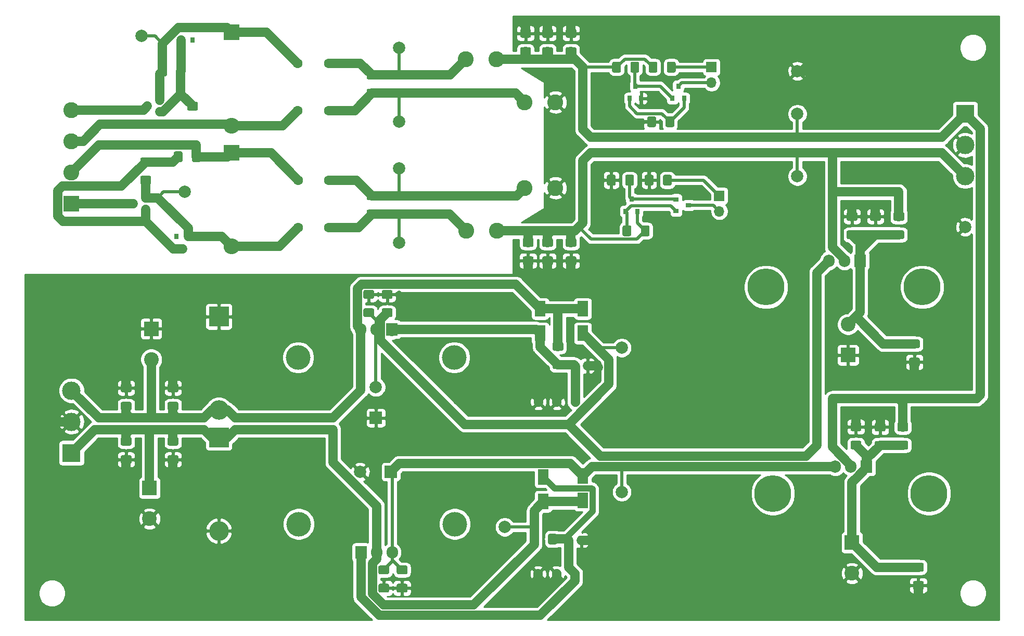
<source format=gbr>
%TF.GenerationSoftware,KiCad,Pcbnew,(5.1.6-0-10_14)*%
%TF.CreationDate,2020-08-16T17:22:38+02:00*%
%TF.ProjectId,netzteil,6e65747a-7465-4696-9c2e-6b696361645f,1.01*%
%TF.SameCoordinates,Original*%
%TF.FileFunction,Copper,L1,Top*%
%TF.FilePolarity,Positive*%
%FSLAX46Y46*%
G04 Gerber Fmt 4.6, Leading zero omitted, Abs format (unit mm)*
G04 Created by KiCad (PCBNEW (5.1.6-0-10_14)) date 2020-08-16 17:22:38*
%MOMM*%
%LPD*%
G01*
G04 APERTURE LIST*
%TA.AperFunction,ComponentPad*%
%ADD10O,1.905000X2.000000*%
%TD*%
%TA.AperFunction,ComponentPad*%
%ADD11R,1.905000X2.000000*%
%TD*%
%TA.AperFunction,ComponentPad*%
%ADD12C,6.000000*%
%TD*%
%TA.AperFunction,ComponentPad*%
%ADD13C,2.400000*%
%TD*%
%TA.AperFunction,ComponentPad*%
%ADD14R,2.400000X2.400000*%
%TD*%
%TA.AperFunction,ComponentPad*%
%ADD15C,1.524000*%
%TD*%
%TA.AperFunction,SMDPad,CuDef*%
%ADD16R,1.800000X2.500000*%
%TD*%
%TA.AperFunction,ComponentPad*%
%ADD17C,2.000000*%
%TD*%
%TA.AperFunction,SMDPad,CuDef*%
%ADD18R,0.800000X0.900000*%
%TD*%
%TA.AperFunction,ComponentPad*%
%ADD19R,2.000000X2.000000*%
%TD*%
%TA.AperFunction,ComponentPad*%
%ADD20R,2.600000X2.600000*%
%TD*%
%TA.AperFunction,ComponentPad*%
%ADD21O,2.600000X2.600000*%
%TD*%
%TA.AperFunction,ComponentPad*%
%ADD22O,3.200000X3.200000*%
%TD*%
%TA.AperFunction,ComponentPad*%
%ADD23R,3.200000X3.200000*%
%TD*%
%TA.AperFunction,ComponentPad*%
%ADD24C,4.000000*%
%TD*%
%TA.AperFunction,ComponentPad*%
%ADD25R,1.700000X1.700000*%
%TD*%
%TA.AperFunction,ComponentPad*%
%ADD26O,1.700000X1.700000*%
%TD*%
%TA.AperFunction,ComponentPad*%
%ADD27C,2.600000*%
%TD*%
%TA.AperFunction,ComponentPad*%
%ADD28C,3.000000*%
%TD*%
%TA.AperFunction,ComponentPad*%
%ADD29R,3.000000X3.000000*%
%TD*%
%TA.AperFunction,SMDPad,CuDef*%
%ADD30R,0.900000X0.800000*%
%TD*%
%TA.AperFunction,ComponentPad*%
%ADD31C,1.600200*%
%TD*%
%TA.AperFunction,ViaPad*%
%ADD32C,0.800000*%
%TD*%
%TA.AperFunction,Conductor*%
%ADD33C,0.500000*%
%TD*%
%TA.AperFunction,Conductor*%
%ADD34C,1.500000*%
%TD*%
%TA.AperFunction,Conductor*%
%ADD35C,1.000000*%
%TD*%
%TA.AperFunction,Conductor*%
%ADD36C,0.254000*%
%TD*%
G04 APERTURE END LIST*
%TO.P,R10,2*%
%TO.N,/15V/-15V gesiebt/VDC-*%
%TA.AperFunction,SMDPad,CuDef*%
G36*
G01*
X198500000Y-79237500D02*
X197250000Y-79237500D01*
G75*
G02*
X197000000Y-78987500I0J250000D01*
G01*
X197000000Y-78062500D01*
G75*
G02*
X197250000Y-77812500I250000J0D01*
G01*
X198500000Y-77812500D01*
G75*
G02*
X198750000Y-78062500I0J-250000D01*
G01*
X198750000Y-78987500D01*
G75*
G02*
X198500000Y-79237500I-250000J0D01*
G01*
G37*
%TD.AperFunction*%
%TO.P,R10,1*%
%TO.N,Net-(C14-Pad2)*%
%TA.AperFunction,SMDPad,CuDef*%
G36*
G01*
X198500000Y-82212500D02*
X197250000Y-82212500D01*
G75*
G02*
X197000000Y-81962500I0J250000D01*
G01*
X197000000Y-81037500D01*
G75*
G02*
X197250000Y-80787500I250000J0D01*
G01*
X198500000Y-80787500D01*
G75*
G02*
X198750000Y-81037500I0J-250000D01*
G01*
X198750000Y-81962500D01*
G75*
G02*
X198500000Y-82212500I-250000J0D01*
G01*
G37*
%TD.AperFunction*%
%TD*%
D10*
%TO.P,Q7,3*%
%TO.N,Net-(C19-Pad1)*%
X187545000Y-119270000D03*
%TO.P,Q7,2*%
%TO.N,/15V/-15V gesiebt/VDC+*%
X190085000Y-119270000D03*
D11*
%TO.P,Q7,1*%
%TO.N,Net-(C13-Pad1)*%
X192625000Y-119270000D03*
%TD*%
%TO.P,Q8,1*%
%TO.N,Net-(C14-Pad2)*%
X191565000Y-85730000D03*
D10*
%TO.P,Q8,2*%
%TO.N,/15V/-15V gesiebt/VDC-*%
X189025000Y-85730000D03*
%TO.P,Q8,3*%
%TO.N,Net-(C20-Pad2)*%
X186485000Y-85730000D03*
%TD*%
%TO.P,R9,1*%
%TO.N,Net-(C13-Pad1)*%
%TA.AperFunction,SMDPad,CuDef*%
G36*
G01*
X199135000Y-116502500D02*
X197885000Y-116502500D01*
G75*
G02*
X197635000Y-116252500I0J250000D01*
G01*
X197635000Y-115327500D01*
G75*
G02*
X197885000Y-115077500I250000J0D01*
G01*
X199135000Y-115077500D01*
G75*
G02*
X199385000Y-115327500I0J-250000D01*
G01*
X199385000Y-116252500D01*
G75*
G02*
X199135000Y-116502500I-250000J0D01*
G01*
G37*
%TD.AperFunction*%
%TO.P,R9,2*%
%TO.N,/15V/-15V gesiebt/VDC+*%
%TA.AperFunction,SMDPad,CuDef*%
G36*
G01*
X199135000Y-113527500D02*
X197885000Y-113527500D01*
G75*
G02*
X197635000Y-113277500I0J250000D01*
G01*
X197635000Y-112352500D01*
G75*
G02*
X197885000Y-112102500I250000J0D01*
G01*
X199135000Y-112102500D01*
G75*
G02*
X199385000Y-112352500I0J-250000D01*
G01*
X199385000Y-113277500D01*
G75*
G02*
X199135000Y-113527500I-250000J0D01*
G01*
G37*
%TD.AperFunction*%
%TD*%
%TO.P,C15,2*%
%TO.N,GND*%
%TA.AperFunction,SMDPad,CuDef*%
G36*
G01*
X195460000Y-113557500D02*
X194210000Y-113557500D01*
G75*
G02*
X193960000Y-113307500I0J250000D01*
G01*
X193960000Y-112382500D01*
G75*
G02*
X194210000Y-112132500I250000J0D01*
G01*
X195460000Y-112132500D01*
G75*
G02*
X195710000Y-112382500I0J-250000D01*
G01*
X195710000Y-113307500D01*
G75*
G02*
X195460000Y-113557500I-250000J0D01*
G01*
G37*
%TD.AperFunction*%
%TO.P,C15,1*%
%TO.N,Net-(C13-Pad1)*%
%TA.AperFunction,SMDPad,CuDef*%
G36*
G01*
X195460000Y-116532500D02*
X194210000Y-116532500D01*
G75*
G02*
X193960000Y-116282500I0J250000D01*
G01*
X193960000Y-115357500D01*
G75*
G02*
X194210000Y-115107500I250000J0D01*
G01*
X195460000Y-115107500D01*
G75*
G02*
X195710000Y-115357500I0J-250000D01*
G01*
X195710000Y-116282500D01*
G75*
G02*
X195460000Y-116532500I-250000J0D01*
G01*
G37*
%TD.AperFunction*%
%TD*%
%TO.P,C16,2*%
%TO.N,Net-(C14-Pad2)*%
%TA.AperFunction,SMDPad,CuDef*%
G36*
G01*
X193440000Y-80787500D02*
X194690000Y-80787500D01*
G75*
G02*
X194940000Y-81037500I0J-250000D01*
G01*
X194940000Y-81962500D01*
G75*
G02*
X194690000Y-82212500I-250000J0D01*
G01*
X193440000Y-82212500D01*
G75*
G02*
X193190000Y-81962500I0J250000D01*
G01*
X193190000Y-81037500D01*
G75*
G02*
X193440000Y-80787500I250000J0D01*
G01*
G37*
%TD.AperFunction*%
%TO.P,C16,1*%
%TO.N,GND*%
%TA.AperFunction,SMDPad,CuDef*%
G36*
G01*
X193440000Y-77812500D02*
X194690000Y-77812500D01*
G75*
G02*
X194940000Y-78062500I0J-250000D01*
G01*
X194940000Y-78987500D01*
G75*
G02*
X194690000Y-79237500I-250000J0D01*
G01*
X193440000Y-79237500D01*
G75*
G02*
X193190000Y-78987500I0J250000D01*
G01*
X193190000Y-78062500D01*
G75*
G02*
X193440000Y-77812500I250000J0D01*
G01*
G37*
%TD.AperFunction*%
%TD*%
%TO.P,C17,1*%
%TO.N,Net-(C13-Pad1)*%
%TA.AperFunction,SMDPad,CuDef*%
G36*
G01*
X191515000Y-116482500D02*
X190265000Y-116482500D01*
G75*
G02*
X190015000Y-116232500I0J250000D01*
G01*
X190015000Y-115307500D01*
G75*
G02*
X190265000Y-115057500I250000J0D01*
G01*
X191515000Y-115057500D01*
G75*
G02*
X191765000Y-115307500I0J-250000D01*
G01*
X191765000Y-116232500D01*
G75*
G02*
X191515000Y-116482500I-250000J0D01*
G01*
G37*
%TD.AperFunction*%
%TO.P,C17,2*%
%TO.N,GND*%
%TA.AperFunction,SMDPad,CuDef*%
G36*
G01*
X191515000Y-113507500D02*
X190265000Y-113507500D01*
G75*
G02*
X190015000Y-113257500I0J250000D01*
G01*
X190015000Y-112332500D01*
G75*
G02*
X190265000Y-112082500I250000J0D01*
G01*
X191515000Y-112082500D01*
G75*
G02*
X191765000Y-112332500I0J-250000D01*
G01*
X191765000Y-113257500D01*
G75*
G02*
X191515000Y-113507500I-250000J0D01*
G01*
G37*
%TD.AperFunction*%
%TD*%
%TO.P,C18,1*%
%TO.N,GND*%
%TA.AperFunction,SMDPad,CuDef*%
G36*
G01*
X189630000Y-77812500D02*
X190880000Y-77812500D01*
G75*
G02*
X191130000Y-78062500I0J-250000D01*
G01*
X191130000Y-78987500D01*
G75*
G02*
X190880000Y-79237500I-250000J0D01*
G01*
X189630000Y-79237500D01*
G75*
G02*
X189380000Y-78987500I0J250000D01*
G01*
X189380000Y-78062500D01*
G75*
G02*
X189630000Y-77812500I250000J0D01*
G01*
G37*
%TD.AperFunction*%
%TO.P,C18,2*%
%TO.N,Net-(C14-Pad2)*%
%TA.AperFunction,SMDPad,CuDef*%
G36*
G01*
X189630000Y-80787500D02*
X190880000Y-80787500D01*
G75*
G02*
X191130000Y-81037500I0J-250000D01*
G01*
X191130000Y-81962500D01*
G75*
G02*
X190880000Y-82212500I-250000J0D01*
G01*
X189630000Y-82212500D01*
G75*
G02*
X189380000Y-81962500I0J250000D01*
G01*
X189380000Y-81037500D01*
G75*
G02*
X189630000Y-80787500I250000J0D01*
G01*
G37*
%TD.AperFunction*%
%TD*%
D12*
%TO.P,HS1,1*%
%TO.N,N/C*%
X202785000Y-123670000D03*
X177385000Y-123670000D03*
%TD*%
%TO.P,HS2,1*%
%TO.N,N/C*%
X176265000Y-90030000D03*
X201665000Y-90030000D03*
%TD*%
D13*
%TO.P,C13,2*%
%TO.N,GND*%
X190255000Y-136665000D03*
D14*
%TO.P,C13,1*%
%TO.N,Net-(C13-Pad1)*%
X190255000Y-131665000D03*
%TD*%
%TO.P,C14,1*%
%TO.N,GND*%
X189620000Y-101105000D03*
D13*
%TO.P,C14,2*%
%TO.N,Net-(C14-Pad2)*%
X189620000Y-96105000D03*
%TD*%
%TO.P,R11,1*%
%TO.N,Net-(C13-Pad1)*%
%TA.AperFunction,SMDPad,CuDef*%
G36*
G01*
X200425000Y-134962500D02*
X201675000Y-134962500D01*
G75*
G02*
X201925000Y-135212500I0J-250000D01*
G01*
X201925000Y-136137500D01*
G75*
G02*
X201675000Y-136387500I-250000J0D01*
G01*
X200425000Y-136387500D01*
G75*
G02*
X200175000Y-136137500I0J250000D01*
G01*
X200175000Y-135212500D01*
G75*
G02*
X200425000Y-134962500I250000J0D01*
G01*
G37*
%TD.AperFunction*%
%TO.P,R11,2*%
%TO.N,GND*%
%TA.AperFunction,SMDPad,CuDef*%
G36*
G01*
X200425000Y-137937500D02*
X201675000Y-137937500D01*
G75*
G02*
X201925000Y-138187500I0J-250000D01*
G01*
X201925000Y-139112500D01*
G75*
G02*
X201675000Y-139362500I-250000J0D01*
G01*
X200425000Y-139362500D01*
G75*
G02*
X200175000Y-139112500I0J250000D01*
G01*
X200175000Y-138187500D01*
G75*
G02*
X200425000Y-137937500I250000J0D01*
G01*
G37*
%TD.AperFunction*%
%TD*%
%TO.P,R12,2*%
%TO.N,Net-(C14-Pad2)*%
%TA.AperFunction,SMDPad,CuDef*%
G36*
G01*
X201040000Y-99992500D02*
X199790000Y-99992500D01*
G75*
G02*
X199540000Y-99742500I0J250000D01*
G01*
X199540000Y-98817500D01*
G75*
G02*
X199790000Y-98567500I250000J0D01*
G01*
X201040000Y-98567500D01*
G75*
G02*
X201290000Y-98817500I0J-250000D01*
G01*
X201290000Y-99742500D01*
G75*
G02*
X201040000Y-99992500I-250000J0D01*
G01*
G37*
%TD.AperFunction*%
%TO.P,R12,1*%
%TO.N,GND*%
%TA.AperFunction,SMDPad,CuDef*%
G36*
G01*
X201040000Y-102967500D02*
X199790000Y-102967500D01*
G75*
G02*
X199540000Y-102717500I0J250000D01*
G01*
X199540000Y-101792500D01*
G75*
G02*
X199790000Y-101542500I250000J0D01*
G01*
X201040000Y-101542500D01*
G75*
G02*
X201290000Y-101792500I0J-250000D01*
G01*
X201290000Y-102717500D01*
G75*
G02*
X201040000Y-102967500I-250000J0D01*
G01*
G37*
%TD.AperFunction*%
%TD*%
%TO.P,C26,2*%
%TO.N,Net-(C26-Pad2)*%
%TA.AperFunction,SMDPad,CuDef*%
G36*
G01*
X145745000Y-102394999D02*
X145745000Y-103295001D01*
G75*
G02*
X145495001Y-103545000I-249999J0D01*
G01*
X144844999Y-103545000D01*
G75*
G02*
X144595000Y-103295001I0J249999D01*
G01*
X144595000Y-102394999D01*
G75*
G02*
X144844999Y-102145000I249999J0D01*
G01*
X145495001Y-102145000D01*
G75*
G02*
X145745000Y-102394999I0J-249999D01*
G01*
G37*
%TD.AperFunction*%
%TO.P,C26,1*%
%TO.N,GND*%
%TA.AperFunction,SMDPad,CuDef*%
G36*
G01*
X147795000Y-102394999D02*
X147795000Y-103295001D01*
G75*
G02*
X147545001Y-103545000I-249999J0D01*
G01*
X146894999Y-103545000D01*
G75*
G02*
X146645000Y-103295001I0J249999D01*
G01*
X146645000Y-102394999D01*
G75*
G02*
X146894999Y-102145000I249999J0D01*
G01*
X147545001Y-102145000D01*
G75*
G02*
X147795000Y-102394999I0J-249999D01*
G01*
G37*
%TD.AperFunction*%
%TD*%
%TO.P,R14,1*%
%TO.N,Net-(C26-Pad2)*%
%TA.AperFunction,SMDPad,CuDef*%
G36*
G01*
X143037500Y-103385000D02*
X141787500Y-103385000D01*
G75*
G02*
X141537500Y-103135000I0J250000D01*
G01*
X141537500Y-102210000D01*
G75*
G02*
X141787500Y-101960000I250000J0D01*
G01*
X143037500Y-101960000D01*
G75*
G02*
X143287500Y-102210000I0J-250000D01*
G01*
X143287500Y-103135000D01*
G75*
G02*
X143037500Y-103385000I-250000J0D01*
G01*
G37*
%TD.AperFunction*%
%TO.P,R14,2*%
%TO.N,/15V/-15V gesiebt/-15V_aus*%
%TA.AperFunction,SMDPad,CuDef*%
G36*
G01*
X143037500Y-100410000D02*
X141787500Y-100410000D01*
G75*
G02*
X141537500Y-100160000I0J250000D01*
G01*
X141537500Y-99235000D01*
G75*
G02*
X141787500Y-98985000I250000J0D01*
G01*
X143037500Y-98985000D01*
G75*
G02*
X143287500Y-99235000I0J-250000D01*
G01*
X143287500Y-100160000D01*
G75*
G02*
X143037500Y-100410000I-250000J0D01*
G01*
G37*
%TD.AperFunction*%
%TD*%
D15*
%TO.P,RV2,1*%
%TO.N,GND*%
X139230000Y-108775000D03*
%TO.P,RV2,2*%
X142230000Y-108775000D03*
%TO.P,RV2,3*%
%TO.N,Net-(C26-Pad2)*%
X145230000Y-108775000D03*
%TD*%
D16*
%TO.P,D8,2*%
%TO.N,Net-(C20-Pad2)*%
X146440000Y-97565000D03*
%TO.P,D8,1*%
%TO.N,/15V/-15V gesiebt/-15V_aus*%
X146440000Y-93565000D03*
%TD*%
%TO.P,D10,2*%
%TO.N,/15V/-15V gesiebt/-15V_aus*%
X139515000Y-93565000D03*
%TO.P,D10,1*%
%TO.N,Net-(C26-Pad2)*%
X139515000Y-97565000D03*
%TD*%
D17*
%TO.P,TP4,1*%
%TO.N,Net-(C1-Pad2)*%
X116595000Y-63085000D03*
%TD*%
D18*
%TO.P,Q3,1*%
%TO.N,Net-(Q3-Pad1)*%
X154065000Y-59275000D03*
%TO.P,Q3,2*%
%TO.N,GND*%
X155965000Y-59275000D03*
%TO.P,Q3,3*%
%TO.N,Net-(Q3-Pad3)*%
X155015000Y-57275000D03*
%TD*%
%TO.P,R1,1*%
%TO.N,Net-(D1-Pad2)*%
%TA.AperFunction,SMDPad,CuDef*%
G36*
G01*
X82315000Y-59832500D02*
X83565000Y-59832500D01*
G75*
G02*
X83815000Y-60082500I0J-250000D01*
G01*
X83815000Y-61007500D01*
G75*
G02*
X83565000Y-61257500I-250000J0D01*
G01*
X82315000Y-61257500D01*
G75*
G02*
X82065000Y-61007500I0J250000D01*
G01*
X82065000Y-60082500D01*
G75*
G02*
X82315000Y-59832500I250000J0D01*
G01*
G37*
%TD.AperFunction*%
%TO.P,R1,2*%
%TO.N,/Verpolschutz und Filterung/V-1*%
%TA.AperFunction,SMDPad,CuDef*%
G36*
G01*
X82315000Y-62807500D02*
X83565000Y-62807500D01*
G75*
G02*
X83815000Y-63057500I0J-250000D01*
G01*
X83815000Y-63982500D01*
G75*
G02*
X83565000Y-64232500I-250000J0D01*
G01*
X82315000Y-64232500D01*
G75*
G02*
X82065000Y-63982500I0J250000D01*
G01*
X82065000Y-63057500D01*
G75*
G02*
X82315000Y-62807500I250000J0D01*
G01*
G37*
%TD.AperFunction*%
%TD*%
%TO.P,C5,2*%
%TO.N,Net-(C1-Pad2)*%
%TA.AperFunction,SMDPad,CuDef*%
G36*
G01*
X121685000Y-57727500D02*
X122935000Y-57727500D01*
G75*
G02*
X123185000Y-57977500I0J-250000D01*
G01*
X123185000Y-58902500D01*
G75*
G02*
X122935000Y-59152500I-250000J0D01*
G01*
X121685000Y-59152500D01*
G75*
G02*
X121435000Y-58902500I0J250000D01*
G01*
X121435000Y-57977500D01*
G75*
G02*
X121685000Y-57727500I250000J0D01*
G01*
G37*
%TD.AperFunction*%
%TO.P,C5,1*%
%TO.N,Net-(C1-Pad1)*%
%TA.AperFunction,SMDPad,CuDef*%
G36*
G01*
X121685000Y-54752500D02*
X122935000Y-54752500D01*
G75*
G02*
X123185000Y-55002500I0J-250000D01*
G01*
X123185000Y-55927500D01*
G75*
G02*
X122935000Y-56177500I-250000J0D01*
G01*
X121685000Y-56177500D01*
G75*
G02*
X121435000Y-55927500I0J250000D01*
G01*
X121435000Y-55002500D01*
G75*
G02*
X121685000Y-54752500I250000J0D01*
G01*
G37*
%TD.AperFunction*%
%TD*%
D17*
%TO.P,C19,2*%
%TO.N,GND*%
X110230000Y-120140000D03*
D19*
%TO.P,C19,1*%
%TO.N,Net-(C19-Pad1)*%
X115230000Y-120140000D03*
%TD*%
%TO.P,C20,1*%
%TO.N,GND*%
X112785000Y-111345000D03*
D17*
%TO.P,C20,2*%
%TO.N,Net-(C20-Pad2)*%
X112785000Y-106345000D03*
%TD*%
%TO.P,C21,2*%
%TO.N,GND*%
%TA.AperFunction,SMDPad,CuDef*%
G36*
G01*
X116415000Y-138372500D02*
X117665000Y-138372500D01*
G75*
G02*
X117915000Y-138622500I0J-250000D01*
G01*
X117915000Y-139547500D01*
G75*
G02*
X117665000Y-139797500I-250000J0D01*
G01*
X116415000Y-139797500D01*
G75*
G02*
X116165000Y-139547500I0J250000D01*
G01*
X116165000Y-138622500D01*
G75*
G02*
X116415000Y-138372500I250000J0D01*
G01*
G37*
%TD.AperFunction*%
%TO.P,C21,1*%
%TO.N,Net-(C19-Pad1)*%
%TA.AperFunction,SMDPad,CuDef*%
G36*
G01*
X116415000Y-135397500D02*
X117665000Y-135397500D01*
G75*
G02*
X117915000Y-135647500I0J-250000D01*
G01*
X117915000Y-136572500D01*
G75*
G02*
X117665000Y-136822500I-250000J0D01*
G01*
X116415000Y-136822500D01*
G75*
G02*
X116165000Y-136572500I0J250000D01*
G01*
X116165000Y-135647500D01*
G75*
G02*
X116415000Y-135397500I250000J0D01*
G01*
G37*
%TD.AperFunction*%
%TD*%
%TO.P,C22,1*%
%TO.N,GND*%
%TA.AperFunction,SMDPad,CuDef*%
G36*
G01*
X113985000Y-90512500D02*
X115235000Y-90512500D01*
G75*
G02*
X115485000Y-90762500I0J-250000D01*
G01*
X115485000Y-91687500D01*
G75*
G02*
X115235000Y-91937500I-250000J0D01*
G01*
X113985000Y-91937500D01*
G75*
G02*
X113735000Y-91687500I0J250000D01*
G01*
X113735000Y-90762500D01*
G75*
G02*
X113985000Y-90512500I250000J0D01*
G01*
G37*
%TD.AperFunction*%
%TO.P,C22,2*%
%TO.N,Net-(C20-Pad2)*%
%TA.AperFunction,SMDPad,CuDef*%
G36*
G01*
X113985000Y-93487500D02*
X115235000Y-93487500D01*
G75*
G02*
X115485000Y-93737500I0J-250000D01*
G01*
X115485000Y-94662500D01*
G75*
G02*
X115235000Y-94912500I-250000J0D01*
G01*
X113985000Y-94912500D01*
G75*
G02*
X113735000Y-94662500I0J250000D01*
G01*
X113735000Y-93737500D01*
G75*
G02*
X113985000Y-93487500I250000J0D01*
G01*
G37*
%TD.AperFunction*%
%TD*%
%TO.P,C23,1*%
%TO.N,Net-(C19-Pad1)*%
%TA.AperFunction,SMDPad,CuDef*%
G36*
G01*
X113430000Y-135397500D02*
X114680000Y-135397500D01*
G75*
G02*
X114930000Y-135647500I0J-250000D01*
G01*
X114930000Y-136572500D01*
G75*
G02*
X114680000Y-136822500I-250000J0D01*
G01*
X113430000Y-136822500D01*
G75*
G02*
X113180000Y-136572500I0J250000D01*
G01*
X113180000Y-135647500D01*
G75*
G02*
X113430000Y-135397500I250000J0D01*
G01*
G37*
%TD.AperFunction*%
%TO.P,C23,2*%
%TO.N,GND*%
%TA.AperFunction,SMDPad,CuDef*%
G36*
G01*
X113430000Y-138372500D02*
X114680000Y-138372500D01*
G75*
G02*
X114930000Y-138622500I0J-250000D01*
G01*
X114930000Y-139547500D01*
G75*
G02*
X114680000Y-139797500I-250000J0D01*
G01*
X113430000Y-139797500D01*
G75*
G02*
X113180000Y-139547500I0J250000D01*
G01*
X113180000Y-138622500D01*
G75*
G02*
X113430000Y-138372500I250000J0D01*
G01*
G37*
%TD.AperFunction*%
%TD*%
%TO.P,C24,2*%
%TO.N,Net-(C20-Pad2)*%
%TA.AperFunction,SMDPad,CuDef*%
G36*
G01*
X110985000Y-93487500D02*
X112235000Y-93487500D01*
G75*
G02*
X112485000Y-93737500I0J-250000D01*
G01*
X112485000Y-94662500D01*
G75*
G02*
X112235000Y-94912500I-250000J0D01*
G01*
X110985000Y-94912500D01*
G75*
G02*
X110735000Y-94662500I0J250000D01*
G01*
X110735000Y-93737500D01*
G75*
G02*
X110985000Y-93487500I250000J0D01*
G01*
G37*
%TD.AperFunction*%
%TO.P,C24,1*%
%TO.N,GND*%
%TA.AperFunction,SMDPad,CuDef*%
G36*
G01*
X110985000Y-90512500D02*
X112235000Y-90512500D01*
G75*
G02*
X112485000Y-90762500I0J-250000D01*
G01*
X112485000Y-91687500D01*
G75*
G02*
X112235000Y-91937500I-250000J0D01*
G01*
X110985000Y-91937500D01*
G75*
G02*
X110735000Y-91687500I0J250000D01*
G01*
X110735000Y-90762500D01*
G75*
G02*
X110985000Y-90512500I250000J0D01*
G01*
G37*
%TD.AperFunction*%
%TD*%
%TO.P,C25,1*%
%TO.N,Net-(C25-Pad1)*%
%TA.AperFunction,SMDPad,CuDef*%
G36*
G01*
X143570000Y-131725001D02*
X143570000Y-130824999D01*
G75*
G02*
X143819999Y-130575000I249999J0D01*
G01*
X144470001Y-130575000D01*
G75*
G02*
X144720000Y-130824999I0J-249999D01*
G01*
X144720000Y-131725001D01*
G75*
G02*
X144470001Y-131975000I-249999J0D01*
G01*
X143819999Y-131975000D01*
G75*
G02*
X143570000Y-131725001I0J249999D01*
G01*
G37*
%TD.AperFunction*%
%TO.P,C25,2*%
%TO.N,GND*%
%TA.AperFunction,SMDPad,CuDef*%
G36*
G01*
X145620000Y-131725001D02*
X145620000Y-130824999D01*
G75*
G02*
X145869999Y-130575000I249999J0D01*
G01*
X146520001Y-130575000D01*
G75*
G02*
X146770000Y-130824999I0J-249999D01*
G01*
X146770000Y-131725001D01*
G75*
G02*
X146520001Y-131975000I-249999J0D01*
G01*
X145869999Y-131975000D01*
G75*
G02*
X145620000Y-131725001I0J249999D01*
G01*
G37*
%TD.AperFunction*%
%TD*%
D13*
%TO.P,C27,2*%
%TO.N,GND*%
X75955000Y-127775000D03*
D14*
%TO.P,C27,1*%
%TO.N,/15V/-15V gesiebt/+15V_aus*%
X75955000Y-122775000D03*
%TD*%
%TO.P,C28,1*%
%TO.N,GND*%
X76230000Y-96820000D03*
D13*
%TO.P,C28,2*%
%TO.N,/15V/-15V gesiebt/-15V_aus*%
X76230000Y-101820000D03*
%TD*%
%TO.P,C29,1*%
%TO.N,/15V/-15V gesiebt/+15V_aus*%
%TA.AperFunction,SMDPad,CuDef*%
G36*
G01*
X79140000Y-114442500D02*
X80390000Y-114442500D01*
G75*
G02*
X80640000Y-114692500I0J-250000D01*
G01*
X80640000Y-115617500D01*
G75*
G02*
X80390000Y-115867500I-250000J0D01*
G01*
X79140000Y-115867500D01*
G75*
G02*
X78890000Y-115617500I0J250000D01*
G01*
X78890000Y-114692500D01*
G75*
G02*
X79140000Y-114442500I250000J0D01*
G01*
G37*
%TD.AperFunction*%
%TO.P,C29,2*%
%TO.N,GND*%
%TA.AperFunction,SMDPad,CuDef*%
G36*
G01*
X79140000Y-117417500D02*
X80390000Y-117417500D01*
G75*
G02*
X80640000Y-117667500I0J-250000D01*
G01*
X80640000Y-118592500D01*
G75*
G02*
X80390000Y-118842500I-250000J0D01*
G01*
X79140000Y-118842500D01*
G75*
G02*
X78890000Y-118592500I0J250000D01*
G01*
X78890000Y-117667500D01*
G75*
G02*
X79140000Y-117417500I250000J0D01*
G01*
G37*
%TD.AperFunction*%
%TD*%
%TO.P,C30,1*%
%TO.N,GND*%
%TA.AperFunction,SMDPad,CuDef*%
G36*
G01*
X79140000Y-105752500D02*
X80390000Y-105752500D01*
G75*
G02*
X80640000Y-106002500I0J-250000D01*
G01*
X80640000Y-106927500D01*
G75*
G02*
X80390000Y-107177500I-250000J0D01*
G01*
X79140000Y-107177500D01*
G75*
G02*
X78890000Y-106927500I0J250000D01*
G01*
X78890000Y-106002500D01*
G75*
G02*
X79140000Y-105752500I250000J0D01*
G01*
G37*
%TD.AperFunction*%
%TO.P,C30,2*%
%TO.N,/15V/-15V gesiebt/-15V_aus*%
%TA.AperFunction,SMDPad,CuDef*%
G36*
G01*
X79140000Y-108727500D02*
X80390000Y-108727500D01*
G75*
G02*
X80640000Y-108977500I0J-250000D01*
G01*
X80640000Y-109902500D01*
G75*
G02*
X80390000Y-110152500I-250000J0D01*
G01*
X79140000Y-110152500D01*
G75*
G02*
X78890000Y-109902500I0J250000D01*
G01*
X78890000Y-108977500D01*
G75*
G02*
X79140000Y-108727500I250000J0D01*
G01*
G37*
%TD.AperFunction*%
%TD*%
%TO.P,C31,2*%
%TO.N,GND*%
%TA.AperFunction,SMDPad,CuDef*%
G36*
G01*
X71520000Y-117417500D02*
X72770000Y-117417500D01*
G75*
G02*
X73020000Y-117667500I0J-250000D01*
G01*
X73020000Y-118592500D01*
G75*
G02*
X72770000Y-118842500I-250000J0D01*
G01*
X71520000Y-118842500D01*
G75*
G02*
X71270000Y-118592500I0J250000D01*
G01*
X71270000Y-117667500D01*
G75*
G02*
X71520000Y-117417500I250000J0D01*
G01*
G37*
%TD.AperFunction*%
%TO.P,C31,1*%
%TO.N,/15V/-15V gesiebt/+15V_aus*%
%TA.AperFunction,SMDPad,CuDef*%
G36*
G01*
X71520000Y-114442500D02*
X72770000Y-114442500D01*
G75*
G02*
X73020000Y-114692500I0J-250000D01*
G01*
X73020000Y-115617500D01*
G75*
G02*
X72770000Y-115867500I-250000J0D01*
G01*
X71520000Y-115867500D01*
G75*
G02*
X71270000Y-115617500I0J250000D01*
G01*
X71270000Y-114692500D01*
G75*
G02*
X71520000Y-114442500I250000J0D01*
G01*
G37*
%TD.AperFunction*%
%TD*%
%TO.P,C32,2*%
%TO.N,/15V/-15V gesiebt/-15V_aus*%
%TA.AperFunction,SMDPad,CuDef*%
G36*
G01*
X71520000Y-108727500D02*
X72770000Y-108727500D01*
G75*
G02*
X73020000Y-108977500I0J-250000D01*
G01*
X73020000Y-109902500D01*
G75*
G02*
X72770000Y-110152500I-250000J0D01*
G01*
X71520000Y-110152500D01*
G75*
G02*
X71270000Y-109902500I0J250000D01*
G01*
X71270000Y-108977500D01*
G75*
G02*
X71520000Y-108727500I250000J0D01*
G01*
G37*
%TD.AperFunction*%
%TO.P,C32,1*%
%TO.N,GND*%
%TA.AperFunction,SMDPad,CuDef*%
G36*
G01*
X71520000Y-105752500D02*
X72770000Y-105752500D01*
G75*
G02*
X73020000Y-106002500I0J-250000D01*
G01*
X73020000Y-106927500D01*
G75*
G02*
X72770000Y-107177500I-250000J0D01*
G01*
X71520000Y-107177500D01*
G75*
G02*
X71270000Y-106927500I0J250000D01*
G01*
X71270000Y-106002500D01*
G75*
G02*
X71520000Y-105752500I250000J0D01*
G01*
G37*
%TD.AperFunction*%
%TD*%
D18*
%TO.P,D1,2*%
%TO.N,Net-(D1-Pad2)*%
X81040000Y-49750000D03*
%TO.P,D1,*%
%TO.N,*%
X82940000Y-49750000D03*
%TO.P,D1,1*%
%TO.N,Net-(D1-Pad1)*%
X81990000Y-47750000D03*
%TD*%
D20*
%TO.P,D3,1*%
%TO.N,Net-(D1-Pad1)*%
X89290000Y-48480000D03*
D21*
%TO.P,D3,2*%
%TO.N,/Verpolschutz und Filterung/V-1*%
X89290000Y-63720000D03*
%TD*%
D16*
%TO.P,D7,1*%
%TO.N,Net-(C19-Pad1)*%
X146440000Y-120775000D03*
%TO.P,D7,2*%
%TO.N,/15V/-15V gesiebt/+15V_aus*%
X146440000Y-124775000D03*
%TD*%
%TO.P,D9,1*%
%TO.N,/15V/-15V gesiebt/+15V_aus*%
X140030000Y-124975000D03*
%TO.P,D9,2*%
%TO.N,Net-(C25-Pad1)*%
X140030000Y-120975000D03*
%TD*%
D22*
%TO.P,D11,2*%
%TO.N,GND*%
X87230000Y-129760000D03*
D23*
%TO.P,D11,1*%
%TO.N,/15V/-15V gesiebt/+15V_aus*%
X87230000Y-114520000D03*
%TD*%
%TO.P,D12,1*%
%TO.N,GND*%
X87230000Y-94835000D03*
D22*
%TO.P,D12,2*%
%TO.N,/15V/-15V gesiebt/-15V_aus*%
X87230000Y-110075000D03*
%TD*%
D24*
%TO.P,HS3,1*%
%TO.N,N/C*%
X100230000Y-128640000D03*
X125630000Y-128640000D03*
%TD*%
%TO.P,HS4,1*%
%TO.N,N/C*%
X100140000Y-101510000D03*
X125540000Y-101510000D03*
%TD*%
D25*
%TO.P,J4,1*%
%TO.N,Net-(D5-Pad1)*%
X167395000Y-54195000D03*
D26*
%TO.P,J4,2*%
%TO.N,Net-(J4-Pad2)*%
X167395000Y-56735000D03*
%TD*%
D27*
%TO.P,L3,2*%
%TO.N,Net-(C1-Pad1)*%
X127390000Y-52925000D03*
%TO.P,L3,1*%
%TO.N,/15V/-15V gesiebt/VDC+*%
X132390000Y-52925000D03*
%TD*%
D18*
%TO.P,Q5,1*%
%TO.N,Net-(Q3-Pad3)*%
X161045000Y-59275000D03*
%TO.P,Q5,2*%
%TO.N,Net-(Q3-Pad1)*%
X162945000Y-59275000D03*
%TO.P,Q5,3*%
%TO.N,Net-(J4-Pad2)*%
X161995000Y-57275000D03*
%TD*%
%TO.P,R3,2*%
%TO.N,Net-(D1-Pad2)*%
%TA.AperFunction,SMDPad,CuDef*%
G36*
G01*
X80322500Y-55455000D02*
X80322500Y-54205000D01*
G75*
G02*
X80572500Y-53955000I250000J0D01*
G01*
X81497500Y-53955000D01*
G75*
G02*
X81747500Y-54205000I0J-250000D01*
G01*
X81747500Y-55455000D01*
G75*
G02*
X81497500Y-55705000I-250000J0D01*
G01*
X80572500Y-55705000D01*
G75*
G02*
X80322500Y-55455000I0J250000D01*
G01*
G37*
%TD.AperFunction*%
%TO.P,R3,1*%
%TO.N,Net-(D1-Pad1)*%
%TA.AperFunction,SMDPad,CuDef*%
G36*
G01*
X77347500Y-55455000D02*
X77347500Y-54205000D01*
G75*
G02*
X77597500Y-53955000I250000J0D01*
G01*
X78522500Y-53955000D01*
G75*
G02*
X78772500Y-54205000I0J-250000D01*
G01*
X78772500Y-55455000D01*
G75*
G02*
X78522500Y-55705000I-250000J0D01*
G01*
X77597500Y-55705000D01*
G75*
G02*
X77347500Y-55455000I0J250000D01*
G01*
G37*
%TD.AperFunction*%
%TD*%
%TO.P,R5,2*%
%TO.N,Net-(Q3-Pad3)*%
%TA.AperFunction,SMDPad,CuDef*%
G36*
G01*
X154200000Y-54820000D02*
X154200000Y-53570000D01*
G75*
G02*
X154450000Y-53320000I250000J0D01*
G01*
X155375000Y-53320000D01*
G75*
G02*
X155625000Y-53570000I0J-250000D01*
G01*
X155625000Y-54820000D01*
G75*
G02*
X155375000Y-55070000I-250000J0D01*
G01*
X154450000Y-55070000D01*
G75*
G02*
X154200000Y-54820000I0J250000D01*
G01*
G37*
%TD.AperFunction*%
%TO.P,R5,1*%
%TO.N,/15V/-15V gesiebt/VDC+*%
%TA.AperFunction,SMDPad,CuDef*%
G36*
G01*
X151225000Y-54820000D02*
X151225000Y-53570000D01*
G75*
G02*
X151475000Y-53320000I250000J0D01*
G01*
X152400000Y-53320000D01*
G75*
G02*
X152650000Y-53570000I0J-250000D01*
G01*
X152650000Y-54820000D01*
G75*
G02*
X152400000Y-55070000I-250000J0D01*
G01*
X151475000Y-55070000D01*
G75*
G02*
X151225000Y-54820000I0J250000D01*
G01*
G37*
%TD.AperFunction*%
%TD*%
%TO.P,R7,1*%
%TO.N,Net-(Q3-Pad1)*%
%TA.AperFunction,SMDPad,CuDef*%
G36*
G01*
X161340000Y-62460000D02*
X161340000Y-63710000D01*
G75*
G02*
X161090000Y-63960000I-250000J0D01*
G01*
X160165000Y-63960000D01*
G75*
G02*
X159915000Y-63710000I0J250000D01*
G01*
X159915000Y-62460000D01*
G75*
G02*
X160165000Y-62210000I250000J0D01*
G01*
X161090000Y-62210000D01*
G75*
G02*
X161340000Y-62460000I0J-250000D01*
G01*
G37*
%TD.AperFunction*%
%TO.P,R7,2*%
%TO.N,GND*%
%TA.AperFunction,SMDPad,CuDef*%
G36*
G01*
X158365000Y-62460000D02*
X158365000Y-63710000D01*
G75*
G02*
X158115000Y-63960000I-250000J0D01*
G01*
X157190000Y-63960000D01*
G75*
G02*
X156940000Y-63710000I0J250000D01*
G01*
X156940000Y-62460000D01*
G75*
G02*
X157190000Y-62210000I250000J0D01*
G01*
X158115000Y-62210000D01*
G75*
G02*
X158365000Y-62460000I0J-250000D01*
G01*
G37*
%TD.AperFunction*%
%TD*%
%TO.P,R13,2*%
%TO.N,Net-(C25-Pad1)*%
%TA.AperFunction,SMDPad,CuDef*%
G36*
G01*
X140805000Y-131717500D02*
X140805000Y-130467500D01*
G75*
G02*
X141055000Y-130217500I250000J0D01*
G01*
X141980000Y-130217500D01*
G75*
G02*
X142230000Y-130467500I0J-250000D01*
G01*
X142230000Y-131717500D01*
G75*
G02*
X141980000Y-131967500I-250000J0D01*
G01*
X141055000Y-131967500D01*
G75*
G02*
X140805000Y-131717500I0J250000D01*
G01*
G37*
%TD.AperFunction*%
%TO.P,R13,1*%
%TO.N,/15V/-15V gesiebt/+15V_aus*%
%TA.AperFunction,SMDPad,CuDef*%
G36*
G01*
X137830000Y-131717500D02*
X137830000Y-130467500D01*
G75*
G02*
X138080000Y-130217500I250000J0D01*
G01*
X139005000Y-130217500D01*
G75*
G02*
X139255000Y-130467500I0J-250000D01*
G01*
X139255000Y-131717500D01*
G75*
G02*
X139005000Y-131967500I-250000J0D01*
G01*
X138080000Y-131967500D01*
G75*
G02*
X137830000Y-131717500I0J250000D01*
G01*
G37*
%TD.AperFunction*%
%TD*%
D15*
%TO.P,RV1,3*%
%TO.N,Net-(C25-Pad1)*%
X145170000Y-136745000D03*
%TO.P,RV1,2*%
%TO.N,GND*%
X142170000Y-136745000D03*
%TO.P,RV1,1*%
X139170000Y-136745000D03*
%TD*%
D17*
%TO.P,TP1,1*%
%TO.N,Net-(D1-Pad1)*%
X74685000Y-49115000D03*
%TD*%
%TO.P,TP2,1*%
%TO.N,Net-(D2-Pad2)*%
X81670000Y-74515000D03*
%TD*%
%TO.P,TP8,1*%
%TO.N,/15V/-15V gesiebt/VDC+*%
X181365000Y-61815000D03*
%TD*%
%TO.P,TP7,1*%
%TO.N,GND*%
X181365000Y-54830000D03*
%TD*%
%TO.P,TP10,1*%
%TO.N,Net-(C19-Pad1)*%
X152790000Y-123410000D03*
%TD*%
%TO.P,TP11,1*%
%TO.N,Net-(C20-Pad2)*%
X152790000Y-99915000D03*
%TD*%
%TO.P,TP12,1*%
%TO.N,GND*%
X208670000Y-80230000D03*
%TD*%
%TO.P,TP13,1*%
%TO.N,/15V/-15V gesiebt/+15V_aus*%
X133740000Y-129125000D03*
%TD*%
D10*
%TO.P,U1,3*%
%TO.N,Net-(C19-Pad1)*%
X115430000Y-133240000D03*
%TO.P,U1,2*%
%TO.N,/15V/-15V gesiebt/+15V_aus*%
X112890000Y-133240000D03*
D11*
%TO.P,U1,1*%
%TO.N,Net-(C25-Pad1)*%
X110350000Y-133240000D03*
%TD*%
%TO.P,U2,1*%
%TO.N,Net-(C26-Pad2)*%
X115390000Y-96910000D03*
D10*
%TO.P,U2,2*%
%TO.N,Net-(C20-Pad2)*%
X112850000Y-96910000D03*
%TO.P,U2,3*%
%TO.N,/15V/-15V gesiebt/-15V_aus*%
X110310000Y-96910000D03*
%TD*%
%TO.P,C1,1*%
%TO.N,Net-(C1-Pad1)*%
%TA.AperFunction,SMDPad,CuDef*%
G36*
G01*
X116605000Y-54752500D02*
X117855000Y-54752500D01*
G75*
G02*
X118105000Y-55002500I0J-250000D01*
G01*
X118105000Y-55927500D01*
G75*
G02*
X117855000Y-56177500I-250000J0D01*
G01*
X116605000Y-56177500D01*
G75*
G02*
X116355000Y-55927500I0J250000D01*
G01*
X116355000Y-55002500D01*
G75*
G02*
X116605000Y-54752500I250000J0D01*
G01*
G37*
%TD.AperFunction*%
%TO.P,C1,2*%
%TO.N,Net-(C1-Pad2)*%
%TA.AperFunction,SMDPad,CuDef*%
G36*
G01*
X116605000Y-57727500D02*
X117855000Y-57727500D01*
G75*
G02*
X118105000Y-57977500I0J-250000D01*
G01*
X118105000Y-58902500D01*
G75*
G02*
X117855000Y-59152500I-250000J0D01*
G01*
X116605000Y-59152500D01*
G75*
G02*
X116355000Y-58902500I0J250000D01*
G01*
X116355000Y-57977500D01*
G75*
G02*
X116605000Y-57727500I250000J0D01*
G01*
G37*
%TD.AperFunction*%
%TD*%
%TO.P,C2,1*%
%TO.N,Net-(C2-Pad1)*%
%TA.AperFunction,SMDPad,CuDef*%
G36*
G01*
X111525000Y-74437500D02*
X112775000Y-74437500D01*
G75*
G02*
X113025000Y-74687500I0J-250000D01*
G01*
X113025000Y-75612500D01*
G75*
G02*
X112775000Y-75862500I-250000J0D01*
G01*
X111525000Y-75862500D01*
G75*
G02*
X111275000Y-75612500I0J250000D01*
G01*
X111275000Y-74687500D01*
G75*
G02*
X111525000Y-74437500I250000J0D01*
G01*
G37*
%TD.AperFunction*%
%TO.P,C2,2*%
%TO.N,Net-(C2-Pad2)*%
%TA.AperFunction,SMDPad,CuDef*%
G36*
G01*
X111525000Y-77412500D02*
X112775000Y-77412500D01*
G75*
G02*
X113025000Y-77662500I0J-250000D01*
G01*
X113025000Y-78587500D01*
G75*
G02*
X112775000Y-78837500I-250000J0D01*
G01*
X111525000Y-78837500D01*
G75*
G02*
X111275000Y-78587500I0J250000D01*
G01*
X111275000Y-77662500D01*
G75*
G02*
X111525000Y-77412500I250000J0D01*
G01*
G37*
%TD.AperFunction*%
%TD*%
%TO.P,C3,2*%
%TO.N,Net-(C1-Pad2)*%
%TA.AperFunction,SMDPad,CuDef*%
G36*
G01*
X111525000Y-57727500D02*
X112775000Y-57727500D01*
G75*
G02*
X113025000Y-57977500I0J-250000D01*
G01*
X113025000Y-58902500D01*
G75*
G02*
X112775000Y-59152500I-250000J0D01*
G01*
X111525000Y-59152500D01*
G75*
G02*
X111275000Y-58902500I0J250000D01*
G01*
X111275000Y-57977500D01*
G75*
G02*
X111525000Y-57727500I250000J0D01*
G01*
G37*
%TD.AperFunction*%
%TO.P,C3,1*%
%TO.N,Net-(C1-Pad1)*%
%TA.AperFunction,SMDPad,CuDef*%
G36*
G01*
X111525000Y-54752500D02*
X112775000Y-54752500D01*
G75*
G02*
X113025000Y-55002500I0J-250000D01*
G01*
X113025000Y-55927500D01*
G75*
G02*
X112775000Y-56177500I-250000J0D01*
G01*
X111525000Y-56177500D01*
G75*
G02*
X111275000Y-55927500I0J250000D01*
G01*
X111275000Y-55002500D01*
G75*
G02*
X111525000Y-54752500I250000J0D01*
G01*
G37*
%TD.AperFunction*%
%TD*%
%TO.P,C4,1*%
%TO.N,Net-(C2-Pad1)*%
%TA.AperFunction,SMDPad,CuDef*%
G36*
G01*
X121685000Y-74437500D02*
X122935000Y-74437500D01*
G75*
G02*
X123185000Y-74687500I0J-250000D01*
G01*
X123185000Y-75612500D01*
G75*
G02*
X122935000Y-75862500I-250000J0D01*
G01*
X121685000Y-75862500D01*
G75*
G02*
X121435000Y-75612500I0J250000D01*
G01*
X121435000Y-74687500D01*
G75*
G02*
X121685000Y-74437500I250000J0D01*
G01*
G37*
%TD.AperFunction*%
%TO.P,C4,2*%
%TO.N,Net-(C2-Pad2)*%
%TA.AperFunction,SMDPad,CuDef*%
G36*
G01*
X121685000Y-77412500D02*
X122935000Y-77412500D01*
G75*
G02*
X123185000Y-77662500I0J-250000D01*
G01*
X123185000Y-78587500D01*
G75*
G02*
X122935000Y-78837500I-250000J0D01*
G01*
X121685000Y-78837500D01*
G75*
G02*
X121435000Y-78587500I0J250000D01*
G01*
X121435000Y-77662500D01*
G75*
G02*
X121685000Y-77412500I250000J0D01*
G01*
G37*
%TD.AperFunction*%
%TD*%
%TO.P,C6,1*%
%TO.N,Net-(C2-Pad1)*%
%TA.AperFunction,SMDPad,CuDef*%
G36*
G01*
X116605000Y-74437500D02*
X117855000Y-74437500D01*
G75*
G02*
X118105000Y-74687500I0J-250000D01*
G01*
X118105000Y-75612500D01*
G75*
G02*
X117855000Y-75862500I-250000J0D01*
G01*
X116605000Y-75862500D01*
G75*
G02*
X116355000Y-75612500I0J250000D01*
G01*
X116355000Y-74687500D01*
G75*
G02*
X116605000Y-74437500I250000J0D01*
G01*
G37*
%TD.AperFunction*%
%TO.P,C6,2*%
%TO.N,Net-(C2-Pad2)*%
%TA.AperFunction,SMDPad,CuDef*%
G36*
G01*
X116605000Y-77412500D02*
X117855000Y-77412500D01*
G75*
G02*
X118105000Y-77662500I0J-250000D01*
G01*
X118105000Y-78587500D01*
G75*
G02*
X117855000Y-78837500I-250000J0D01*
G01*
X116605000Y-78837500D01*
G75*
G02*
X116355000Y-78587500I0J250000D01*
G01*
X116355000Y-77662500D01*
G75*
G02*
X116605000Y-77412500I250000J0D01*
G01*
G37*
%TD.AperFunction*%
%TD*%
%TO.P,C7,2*%
%TO.N,GND*%
%TA.AperFunction,SMDPad,CuDef*%
G36*
G01*
X145160000Y-49392500D02*
X143910000Y-49392500D01*
G75*
G02*
X143660000Y-49142500I0J250000D01*
G01*
X143660000Y-48217500D01*
G75*
G02*
X143910000Y-47967500I250000J0D01*
G01*
X145160000Y-47967500D01*
G75*
G02*
X145410000Y-48217500I0J-250000D01*
G01*
X145410000Y-49142500D01*
G75*
G02*
X145160000Y-49392500I-250000J0D01*
G01*
G37*
%TD.AperFunction*%
%TO.P,C7,1*%
%TO.N,/15V/-15V gesiebt/VDC+*%
%TA.AperFunction,SMDPad,CuDef*%
G36*
G01*
X145160000Y-52367500D02*
X143910000Y-52367500D01*
G75*
G02*
X143660000Y-52117500I0J250000D01*
G01*
X143660000Y-51192500D01*
G75*
G02*
X143910000Y-50942500I250000J0D01*
G01*
X145160000Y-50942500D01*
G75*
G02*
X145410000Y-51192500I0J-250000D01*
G01*
X145410000Y-52117500D01*
G75*
G02*
X145160000Y-52367500I-250000J0D01*
G01*
G37*
%TD.AperFunction*%
%TD*%
%TO.P,C8,2*%
%TO.N,/15V/-15V gesiebt/VDC-*%
%TA.AperFunction,SMDPad,CuDef*%
G36*
G01*
X145160000Y-83482500D02*
X143910000Y-83482500D01*
G75*
G02*
X143660000Y-83232500I0J250000D01*
G01*
X143660000Y-82307500D01*
G75*
G02*
X143910000Y-82057500I250000J0D01*
G01*
X145160000Y-82057500D01*
G75*
G02*
X145410000Y-82307500I0J-250000D01*
G01*
X145410000Y-83232500D01*
G75*
G02*
X145160000Y-83482500I-250000J0D01*
G01*
G37*
%TD.AperFunction*%
%TO.P,C8,1*%
%TO.N,GND*%
%TA.AperFunction,SMDPad,CuDef*%
G36*
G01*
X145160000Y-86457500D02*
X143910000Y-86457500D01*
G75*
G02*
X143660000Y-86207500I0J250000D01*
G01*
X143660000Y-85282500D01*
G75*
G02*
X143910000Y-85032500I250000J0D01*
G01*
X145160000Y-85032500D01*
G75*
G02*
X145410000Y-85282500I0J-250000D01*
G01*
X145410000Y-86207500D01*
G75*
G02*
X145160000Y-86457500I-250000J0D01*
G01*
G37*
%TD.AperFunction*%
%TD*%
%TO.P,C9,1*%
%TO.N,/15V/-15V gesiebt/VDC+*%
%TA.AperFunction,SMDPad,CuDef*%
G36*
G01*
X137757500Y-52367500D02*
X136507500Y-52367500D01*
G75*
G02*
X136257500Y-52117500I0J250000D01*
G01*
X136257500Y-51192500D01*
G75*
G02*
X136507500Y-50942500I250000J0D01*
G01*
X137757500Y-50942500D01*
G75*
G02*
X138007500Y-51192500I0J-250000D01*
G01*
X138007500Y-52117500D01*
G75*
G02*
X137757500Y-52367500I-250000J0D01*
G01*
G37*
%TD.AperFunction*%
%TO.P,C9,2*%
%TO.N,GND*%
%TA.AperFunction,SMDPad,CuDef*%
G36*
G01*
X137757500Y-49392500D02*
X136507500Y-49392500D01*
G75*
G02*
X136257500Y-49142500I0J250000D01*
G01*
X136257500Y-48217500D01*
G75*
G02*
X136507500Y-47967500I250000J0D01*
G01*
X137757500Y-47967500D01*
G75*
G02*
X138007500Y-48217500I0J-250000D01*
G01*
X138007500Y-49142500D01*
G75*
G02*
X137757500Y-49392500I-250000J0D01*
G01*
G37*
%TD.AperFunction*%
%TD*%
%TO.P,C10,2*%
%TO.N,/15V/-15V gesiebt/VDC-*%
%TA.AperFunction,SMDPad,CuDef*%
G36*
G01*
X138175000Y-83482500D02*
X136925000Y-83482500D01*
G75*
G02*
X136675000Y-83232500I0J250000D01*
G01*
X136675000Y-82307500D01*
G75*
G02*
X136925000Y-82057500I250000J0D01*
G01*
X138175000Y-82057500D01*
G75*
G02*
X138425000Y-82307500I0J-250000D01*
G01*
X138425000Y-83232500D01*
G75*
G02*
X138175000Y-83482500I-250000J0D01*
G01*
G37*
%TD.AperFunction*%
%TO.P,C10,1*%
%TO.N,GND*%
%TA.AperFunction,SMDPad,CuDef*%
G36*
G01*
X138175000Y-86457500D02*
X136925000Y-86457500D01*
G75*
G02*
X136675000Y-86207500I0J250000D01*
G01*
X136675000Y-85282500D01*
G75*
G02*
X136925000Y-85032500I250000J0D01*
G01*
X138175000Y-85032500D01*
G75*
G02*
X138425000Y-85282500I0J-250000D01*
G01*
X138425000Y-86207500D01*
G75*
G02*
X138175000Y-86457500I-250000J0D01*
G01*
G37*
%TD.AperFunction*%
%TD*%
%TO.P,C11,1*%
%TO.N,/15V/-15V gesiebt/VDC+*%
%TA.AperFunction,SMDPad,CuDef*%
G36*
G01*
X141350000Y-52367500D02*
X140100000Y-52367500D01*
G75*
G02*
X139850000Y-52117500I0J250000D01*
G01*
X139850000Y-51192500D01*
G75*
G02*
X140100000Y-50942500I250000J0D01*
G01*
X141350000Y-50942500D01*
G75*
G02*
X141600000Y-51192500I0J-250000D01*
G01*
X141600000Y-52117500D01*
G75*
G02*
X141350000Y-52367500I-250000J0D01*
G01*
G37*
%TD.AperFunction*%
%TO.P,C11,2*%
%TO.N,GND*%
%TA.AperFunction,SMDPad,CuDef*%
G36*
G01*
X141350000Y-49392500D02*
X140100000Y-49392500D01*
G75*
G02*
X139850000Y-49142500I0J250000D01*
G01*
X139850000Y-48217500D01*
G75*
G02*
X140100000Y-47967500I250000J0D01*
G01*
X141350000Y-47967500D01*
G75*
G02*
X141600000Y-48217500I0J-250000D01*
G01*
X141600000Y-49142500D01*
G75*
G02*
X141350000Y-49392500I-250000J0D01*
G01*
G37*
%TD.AperFunction*%
%TD*%
%TO.P,C12,2*%
%TO.N,/15V/-15V gesiebt/VDC-*%
%TA.AperFunction,SMDPad,CuDef*%
G36*
G01*
X141350000Y-83482500D02*
X140100000Y-83482500D01*
G75*
G02*
X139850000Y-83232500I0J250000D01*
G01*
X139850000Y-82307500D01*
G75*
G02*
X140100000Y-82057500I250000J0D01*
G01*
X141350000Y-82057500D01*
G75*
G02*
X141600000Y-82307500I0J-250000D01*
G01*
X141600000Y-83232500D01*
G75*
G02*
X141350000Y-83482500I-250000J0D01*
G01*
G37*
%TD.AperFunction*%
%TO.P,C12,1*%
%TO.N,GND*%
%TA.AperFunction,SMDPad,CuDef*%
G36*
G01*
X141350000Y-86457500D02*
X140100000Y-86457500D01*
G75*
G02*
X139850000Y-86207500I0J250000D01*
G01*
X139850000Y-85282500D01*
G75*
G02*
X140100000Y-85032500I250000J0D01*
G01*
X141350000Y-85032500D01*
G75*
G02*
X141600000Y-85282500I0J-250000D01*
G01*
X141600000Y-86207500D01*
G75*
G02*
X141350000Y-86457500I-250000J0D01*
G01*
G37*
%TD.AperFunction*%
%TD*%
D18*
%TO.P,D2,2*%
%TO.N,Net-(D2-Pad2)*%
X82255000Y-81770000D03*
%TO.P,D2,*%
%TO.N,*%
X80355000Y-81770000D03*
%TO.P,D2,1*%
%TO.N,Net-(D2-Pad1)*%
X81305000Y-83770000D03*
%TD*%
D20*
%TO.P,D4,1*%
%TO.N,/Verpolschutz und Filterung/V+2*%
X89290000Y-68165000D03*
D21*
%TO.P,D4,2*%
%TO.N,Net-(D2-Pad2)*%
X89290000Y-83405000D03*
%TD*%
%TO.P,D5,1*%
%TO.N,Net-(D5-Pad1)*%
%TA.AperFunction,SMDPad,CuDef*%
G36*
G01*
X161557500Y-53570000D02*
X161557500Y-54820000D01*
G75*
G02*
X161307500Y-55070000I-250000J0D01*
G01*
X160382500Y-55070000D01*
G75*
G02*
X160132500Y-54820000I0J250000D01*
G01*
X160132500Y-53570000D01*
G75*
G02*
X160382500Y-53320000I250000J0D01*
G01*
X161307500Y-53320000D01*
G75*
G02*
X161557500Y-53570000I0J-250000D01*
G01*
G37*
%TD.AperFunction*%
%TO.P,D5,2*%
%TO.N,/15V/-15V gesiebt/VDC+*%
%TA.AperFunction,SMDPad,CuDef*%
G36*
G01*
X158582500Y-53570000D02*
X158582500Y-54820000D01*
G75*
G02*
X158332500Y-55070000I-250000J0D01*
G01*
X157407500Y-55070000D01*
G75*
G02*
X157157500Y-54820000I0J250000D01*
G01*
X157157500Y-53570000D01*
G75*
G02*
X157407500Y-53320000I250000J0D01*
G01*
X158332500Y-53320000D01*
G75*
G02*
X158582500Y-53570000I0J-250000D01*
G01*
G37*
%TD.AperFunction*%
%TD*%
%TO.P,D6,2*%
%TO.N,GND*%
%TA.AperFunction,SMDPad,CuDef*%
G36*
G01*
X157947500Y-71985000D02*
X157947500Y-73235000D01*
G75*
G02*
X157697500Y-73485000I-250000J0D01*
G01*
X156772500Y-73485000D01*
G75*
G02*
X156522500Y-73235000I0J250000D01*
G01*
X156522500Y-71985000D01*
G75*
G02*
X156772500Y-71735000I250000J0D01*
G01*
X157697500Y-71735000D01*
G75*
G02*
X157947500Y-71985000I0J-250000D01*
G01*
G37*
%TD.AperFunction*%
%TO.P,D6,1*%
%TO.N,Net-(D6-Pad1)*%
%TA.AperFunction,SMDPad,CuDef*%
G36*
G01*
X160922500Y-71985000D02*
X160922500Y-73235000D01*
G75*
G02*
X160672500Y-73485000I-250000J0D01*
G01*
X159747500Y-73485000D01*
G75*
G02*
X159497500Y-73235000I0J250000D01*
G01*
X159497500Y-71985000D01*
G75*
G02*
X159747500Y-71735000I250000J0D01*
G01*
X160672500Y-71735000D01*
G75*
G02*
X160922500Y-71985000I0J-250000D01*
G01*
G37*
%TD.AperFunction*%
%TD*%
D28*
%TO.P,J2,3*%
%TO.N,/15V/-15V gesiebt/VDC-*%
X208670000Y-71975000D03*
%TO.P,J2,2*%
%TO.N,GND*%
X208670000Y-66895000D03*
D29*
%TO.P,J2,1*%
%TO.N,/15V/-15V gesiebt/VDC+*%
X208670000Y-61815000D03*
%TD*%
%TO.P,J3,1*%
%TO.N,/15V/-15V gesiebt/+15V_aus*%
X63255000Y-117060000D03*
D28*
%TO.P,J3,2*%
%TO.N,GND*%
X63255000Y-111980000D03*
%TO.P,J3,3*%
%TO.N,/15V/-15V gesiebt/-15V_aus*%
X63255000Y-106900000D03*
%TD*%
D25*
%TO.P,J5,1*%
%TO.N,Net-(D6-Pad1)*%
X168665000Y-75150000D03*
D26*
%TO.P,J5,2*%
%TO.N,Net-(J5-Pad2)*%
X168665000Y-77690000D03*
%TD*%
D27*
%TO.P,L6,1*%
%TO.N,/15V/-15V gesiebt/VDC-*%
X132470000Y-80865000D03*
%TO.P,L6,2*%
%TO.N,Net-(C2-Pad2)*%
X127470000Y-80865000D03*
%TD*%
D30*
%TO.P,Q1,1*%
%TO.N,Net-(D1-Pad2)*%
X77590000Y-61495000D03*
%TO.P,Q1,2*%
%TO.N,Net-(D1-Pad1)*%
X77590000Y-59595000D03*
%TO.P,Q1,3*%
%TO.N,/Verpolschutz und Filterung/V+1*%
X75590000Y-60545000D03*
%TD*%
%TO.P,Q2,3*%
%TO.N,/Verpolschutz und Filterung/V-2*%
X73320000Y-76420000D03*
%TO.P,Q2,2*%
%TO.N,Net-(D2-Pad2)*%
X75320000Y-75470000D03*
%TO.P,Q2,1*%
%TO.N,Net-(D2-Pad1)*%
X75320000Y-77370000D03*
%TD*%
D18*
%TO.P,Q4,1*%
%TO.N,Net-(Q4-Pad1)*%
X153425000Y-77690000D03*
%TO.P,Q4,2*%
%TO.N,/15V/-15V gesiebt/VDC-*%
X155325000Y-77690000D03*
%TO.P,Q4,3*%
%TO.N,Net-(Q4-Pad3)*%
X154375000Y-75690000D03*
%TD*%
D30*
%TO.P,Q6,3*%
%TO.N,Net-(J5-Pad2)*%
X163635000Y-76690000D03*
%TO.P,Q6,2*%
%TO.N,Net-(Q4-Pad1)*%
X161635000Y-77640000D03*
%TO.P,Q6,1*%
%TO.N,Net-(Q4-Pad3)*%
X161635000Y-75740000D03*
%TD*%
%TO.P,R2,2*%
%TO.N,Net-(D2-Pad1)*%
%TA.AperFunction,SMDPad,CuDef*%
G36*
G01*
X81312500Y-68175000D02*
X81312500Y-69425000D01*
G75*
G02*
X81062500Y-69675000I-250000J0D01*
G01*
X80137500Y-69675000D01*
G75*
G02*
X79887500Y-69425000I0J250000D01*
G01*
X79887500Y-68175000D01*
G75*
G02*
X80137500Y-67925000I250000J0D01*
G01*
X81062500Y-67925000D01*
G75*
G02*
X81312500Y-68175000I0J-250000D01*
G01*
G37*
%TD.AperFunction*%
%TO.P,R2,1*%
%TO.N,/Verpolschutz und Filterung/V+2*%
%TA.AperFunction,SMDPad,CuDef*%
G36*
G01*
X84287500Y-68175000D02*
X84287500Y-69425000D01*
G75*
G02*
X84037500Y-69675000I-250000J0D01*
G01*
X83112500Y-69675000D01*
G75*
G02*
X82862500Y-69425000I0J250000D01*
G01*
X82862500Y-68175000D01*
G75*
G02*
X83112500Y-67925000I250000J0D01*
G01*
X84037500Y-67925000D01*
G75*
G02*
X84287500Y-68175000I0J-250000D01*
G01*
G37*
%TD.AperFunction*%
%TD*%
%TO.P,R4,1*%
%TO.N,Net-(D2-Pad1)*%
%TA.AperFunction,SMDPad,CuDef*%
G36*
G01*
X74695000Y-68922500D02*
X75945000Y-68922500D01*
G75*
G02*
X76195000Y-69172500I0J-250000D01*
G01*
X76195000Y-70097500D01*
G75*
G02*
X75945000Y-70347500I-250000J0D01*
G01*
X74695000Y-70347500D01*
G75*
G02*
X74445000Y-70097500I0J250000D01*
G01*
X74445000Y-69172500D01*
G75*
G02*
X74695000Y-68922500I250000J0D01*
G01*
G37*
%TD.AperFunction*%
%TO.P,R4,2*%
%TO.N,Net-(D2-Pad2)*%
%TA.AperFunction,SMDPad,CuDef*%
G36*
G01*
X74695000Y-71897500D02*
X75945000Y-71897500D01*
G75*
G02*
X76195000Y-72147500I0J-250000D01*
G01*
X76195000Y-73072500D01*
G75*
G02*
X75945000Y-73322500I-250000J0D01*
G01*
X74695000Y-73322500D01*
G75*
G02*
X74445000Y-73072500I0J250000D01*
G01*
X74445000Y-72147500D01*
G75*
G02*
X74695000Y-71897500I250000J0D01*
G01*
G37*
%TD.AperFunction*%
%TD*%
%TO.P,R6,1*%
%TO.N,GND*%
%TA.AperFunction,SMDPad,CuDef*%
G36*
G01*
X150372500Y-73235000D02*
X150372500Y-71985000D01*
G75*
G02*
X150622500Y-71735000I250000J0D01*
G01*
X151547500Y-71735000D01*
G75*
G02*
X151797500Y-71985000I0J-250000D01*
G01*
X151797500Y-73235000D01*
G75*
G02*
X151547500Y-73485000I-250000J0D01*
G01*
X150622500Y-73485000D01*
G75*
G02*
X150372500Y-73235000I0J250000D01*
G01*
G37*
%TD.AperFunction*%
%TO.P,R6,2*%
%TO.N,Net-(Q4-Pad3)*%
%TA.AperFunction,SMDPad,CuDef*%
G36*
G01*
X153347500Y-73235000D02*
X153347500Y-71985000D01*
G75*
G02*
X153597500Y-71735000I250000J0D01*
G01*
X154522500Y-71735000D01*
G75*
G02*
X154772500Y-71985000I0J-250000D01*
G01*
X154772500Y-73235000D01*
G75*
G02*
X154522500Y-73485000I-250000J0D01*
G01*
X153597500Y-73485000D01*
G75*
G02*
X153347500Y-73235000I0J250000D01*
G01*
G37*
%TD.AperFunction*%
%TD*%
%TO.P,R8,2*%
%TO.N,/15V/-15V gesiebt/VDC-*%
%TA.AperFunction,SMDPad,CuDef*%
G36*
G01*
X155887500Y-81490000D02*
X155887500Y-80240000D01*
G75*
G02*
X156137500Y-79990000I250000J0D01*
G01*
X157062500Y-79990000D01*
G75*
G02*
X157312500Y-80240000I0J-250000D01*
G01*
X157312500Y-81490000D01*
G75*
G02*
X157062500Y-81740000I-250000J0D01*
G01*
X156137500Y-81740000D01*
G75*
G02*
X155887500Y-81490000I0J250000D01*
G01*
G37*
%TD.AperFunction*%
%TO.P,R8,1*%
%TO.N,Net-(Q4-Pad1)*%
%TA.AperFunction,SMDPad,CuDef*%
G36*
G01*
X152912500Y-81490000D02*
X152912500Y-80240000D01*
G75*
G02*
X153162500Y-79990000I250000J0D01*
G01*
X154087500Y-79990000D01*
G75*
G02*
X154337500Y-80240000I0J-250000D01*
G01*
X154337500Y-81490000D01*
G75*
G02*
X154087500Y-81740000I-250000J0D01*
G01*
X153162500Y-81740000D01*
G75*
G02*
X152912500Y-81490000I0J250000D01*
G01*
G37*
%TD.AperFunction*%
%TD*%
D17*
%TO.P,TP9,1*%
%TO.N,/15V/-15V gesiebt/VDC-*%
X181365000Y-71975000D03*
%TD*%
D20*
%TO.P,J1,1*%
%TO.N,/Verpolschutz und Filterung/V-2*%
X63255000Y-76420000D03*
D27*
%TO.P,J1,2*%
%TO.N,/Verpolschutz und Filterung/V+2*%
X63255000Y-71340000D03*
%TO.P,J1,3*%
%TO.N,/Verpolschutz und Filterung/V-1*%
X63255000Y-66260000D03*
%TO.P,J1,4*%
%TO.N,/Verpolschutz und Filterung/V+1*%
X63255000Y-61180000D03*
%TD*%
D31*
%TO.P,L1,2*%
%TO.N,Net-(C1-Pad2)*%
X105085000Y-61260000D03*
%TO.P,L1,1*%
%TO.N,/Verpolschutz und Filterung/V-1*%
X100085000Y-61260000D03*
%TO.P,L1,3*%
%TO.N,Net-(C1-Pad1)*%
X105085000Y-53560000D03*
%TO.P,L1,4*%
%TO.N,Net-(D1-Pad1)*%
X100085000Y-53560000D03*
%TD*%
%TO.P,L2,4*%
%TO.N,/Verpolschutz und Filterung/V+2*%
X100165000Y-72610000D03*
%TO.P,L2,3*%
%TO.N,Net-(C2-Pad1)*%
X105165000Y-72610000D03*
%TO.P,L2,1*%
%TO.N,Net-(D2-Pad2)*%
X100165000Y-80310000D03*
%TO.P,L2,2*%
%TO.N,Net-(C2-Pad2)*%
X105165000Y-80310000D03*
%TD*%
D27*
%TO.P,L4,1*%
%TO.N,GND*%
X141995000Y-59910000D03*
%TO.P,L4,2*%
%TO.N,Net-(C1-Pad2)*%
X136995000Y-59910000D03*
%TD*%
%TO.P,L5,2*%
%TO.N,Net-(C2-Pad1)*%
X136995000Y-73880000D03*
%TO.P,L5,1*%
%TO.N,GND*%
X141995000Y-73880000D03*
%TD*%
D17*
%TO.P,TP3,1*%
%TO.N,Net-(C1-Pad1)*%
X116595000Y-51020000D03*
%TD*%
%TO.P,TP5,1*%
%TO.N,Net-(C2-Pad1)*%
X116595000Y-70705000D03*
%TD*%
%TO.P,TP6,1*%
%TO.N,Net-(C2-Pad2)*%
X116595000Y-82770000D03*
%TD*%
D32*
%TO.N,GND*%
X136915000Y-47210000D03*
X140725000Y-47210000D03*
X144535000Y-47210000D03*
X150885000Y-70705000D03*
X157235000Y-70705000D03*
X155965000Y-63085000D03*
X155965000Y-60545000D03*
X137550000Y-87215000D03*
X140725000Y-87215000D03*
X144535000Y-87215000D03*
X190890000Y-111345000D03*
X194700000Y-111345000D03*
X201050000Y-140555000D03*
X200415000Y-103725000D03*
X190255000Y-77055000D03*
X194065000Y-77055000D03*
X148980000Y-103090000D03*
X138820000Y-138650000D03*
X147710000Y-131030000D03*
X116595000Y-91025000D03*
X119135000Y-139285000D03*
X58175000Y-111980000D03*
X72145000Y-119600000D03*
X79765000Y-119600000D03*
X72145000Y-104995000D03*
X79765000Y-104995000D03*
X183905000Y-54830000D03*
X205495000Y-47210000D03*
X192160000Y-47210000D03*
X179460000Y-47210000D03*
X166760000Y-47210000D03*
X154060000Y-47210000D03*
X192160000Y-54195000D03*
X205495000Y-54195000D03*
X192160000Y-60545000D03*
X166760000Y-60545000D03*
X151520000Y-57370000D03*
X148980000Y-59910000D03*
X151520000Y-62450000D03*
X142630000Y-56100000D03*
X142630000Y-63720000D03*
X142630000Y-70070000D03*
X142630000Y-77690000D03*
X145170000Y-66895000D03*
X192160000Y-71340000D03*
X204860000Y-71340000D03*
X204860000Y-84040000D03*
X204860000Y-96740000D03*
X192160000Y-103090000D03*
X198510000Y-84040000D03*
X187715000Y-91025000D03*
X204860000Y-111345000D03*
X204860000Y-117695000D03*
X204860000Y-129760000D03*
X204860000Y-136110000D03*
X179460000Y-141825000D03*
X154060000Y-141825000D03*
X179460000Y-129760000D03*
X154060000Y-129760000D03*
X211210000Y-129760000D03*
X211210000Y-117695000D03*
X211210000Y-111345000D03*
X211845000Y-136110000D03*
X179460000Y-103090000D03*
X166760000Y-103090000D03*
X154060000Y-103090000D03*
X154060000Y-90390000D03*
X166760000Y-90390000D03*
X179460000Y-77690000D03*
X118500000Y-92930000D03*
X122945000Y-92930000D03*
X127390000Y-92930000D03*
X131835000Y-92930000D03*
X135645000Y-92930000D03*
X131835000Y-100550000D03*
X131835000Y-108170000D03*
X138820000Y-106900000D03*
X141995000Y-106900000D03*
X124215000Y-115790000D03*
X108975000Y-115790000D03*
X139455000Y-115790000D03*
X120405000Y-122140000D03*
X128025000Y-122140000D03*
X135645000Y-122140000D03*
X120405000Y-128490000D03*
X120405000Y-134840000D03*
X128025000Y-134840000D03*
X140725000Y-134205000D03*
X134375000Y-140555000D03*
X58175000Y-91660000D03*
X70875000Y-91660000D03*
X83575000Y-91660000D03*
X96275000Y-91660000D03*
X96275000Y-98010000D03*
X83575000Y-98010000D03*
X58175000Y-104360000D03*
X83575000Y-104360000D03*
X96275000Y-104360000D03*
X58175000Y-122775000D03*
X70875000Y-122775000D03*
X83575000Y-135475000D03*
X70875000Y-135475000D03*
X58175000Y-135475000D03*
X83575000Y-141825000D03*
X102625000Y-141825000D03*
X102625000Y-135475000D03*
X102625000Y-122775000D03*
X83575000Y-122775000D03*
X145170000Y-100550000D03*
X142630000Y-127855000D03*
X194065000Y-129760000D03*
X194065000Y-124045000D03*
X211210000Y-124045000D03*
X141360000Y-138650000D03*
X116595000Y-109440000D03*
X166760000Y-129760000D03*
X166760000Y-141825000D03*
X154060000Y-135475000D03*
X166760000Y-135475000D03*
X179460000Y-135475000D03*
X173745000Y-77690000D03*
X173745000Y-72610000D03*
X173745000Y-82770000D03*
X179460000Y-82770000D03*
X154060000Y-85310000D03*
X159775000Y-85310000D03*
X159775000Y-90390000D03*
X159775000Y-96105000D03*
X154060000Y-96105000D03*
X159775000Y-101185000D03*
X159775000Y-106900000D03*
X159775000Y-111980000D03*
X154060000Y-111980000D03*
X154060000Y-106900000D03*
X164855000Y-106900000D03*
X165490000Y-101185000D03*
X165490000Y-111980000D03*
X171205000Y-111980000D03*
X171205000Y-106900000D03*
X171205000Y-101185000D03*
X171205000Y-96105000D03*
X176920000Y-96105000D03*
X176920000Y-106900000D03*
X176920000Y-111980000D03*
X182000000Y-106900000D03*
X182635000Y-111980000D03*
X176920000Y-101185000D03*
X58175000Y-129125000D03*
X70875000Y-141825000D03*
X64525000Y-135475000D03*
X64525000Y-129125000D03*
X64525000Y-122775000D03*
X77225000Y-135475000D03*
X77225000Y-141825000D03*
X64525000Y-141825000D03*
X89925000Y-141825000D03*
X89925000Y-135475000D03*
X96275000Y-135475000D03*
X96275000Y-141825000D03*
X96275000Y-129125000D03*
X96275000Y-122775000D03*
X96275000Y-118330000D03*
X102625000Y-118330000D03*
X58175000Y-98010000D03*
X64525000Y-98010000D03*
%TD*%
D33*
%TO.N,Net-(J5-Pad2)*%
X167665000Y-76690000D02*
X168665000Y-77690000D01*
X163635000Y-76690000D02*
X167665000Y-76690000D01*
%TO.N,Net-(Q3-Pad3)*%
X154912500Y-57172500D02*
X155015000Y-57275000D01*
X154912500Y-54195000D02*
X154912500Y-57172500D01*
X159045000Y-57275000D02*
X161045000Y-59275000D01*
X155015000Y-57275000D02*
X159045000Y-57275000D01*
%TO.N,Net-(Q4-Pad3)*%
X154060000Y-75375000D02*
X154375000Y-75690000D01*
X154060000Y-72610000D02*
X154060000Y-75375000D01*
X161585000Y-75690000D02*
X161635000Y-75740000D01*
X154375000Y-75690000D02*
X161585000Y-75690000D01*
%TO.N,Net-(Q4-Pad1)*%
X153625000Y-77890000D02*
X153425000Y-77690000D01*
X153625000Y-80865000D02*
X153625000Y-77890000D01*
X160784999Y-76789999D02*
X161635000Y-77640000D01*
X153425000Y-77690000D02*
X154325001Y-76789999D01*
X154325001Y-76789999D02*
X160784999Y-76789999D01*
D34*
%TO.N,/15V/-15V gesiebt/VDC+*%
X137132500Y-52507500D02*
X137550000Y-52925000D01*
X137132500Y-51655000D02*
X137132500Y-52507500D01*
X132390000Y-52925000D02*
X137550000Y-52925000D01*
X140725000Y-51655000D02*
X140725000Y-52925000D01*
X137550000Y-52925000D02*
X140725000Y-52925000D01*
X144535000Y-52290000D02*
X145170000Y-52925000D01*
X144535000Y-51655000D02*
X144535000Y-52290000D01*
X140725000Y-52925000D02*
X145170000Y-52925000D01*
X204860000Y-65625000D02*
X208670000Y-61815000D01*
X190085000Y-119071945D02*
X187080000Y-116066945D01*
X190085000Y-119270000D02*
X190085000Y-119071945D01*
X187080000Y-116066945D02*
X187080000Y-108170000D01*
X211120001Y-64265001D02*
X208670000Y-61815000D01*
X211120001Y-107624999D02*
X211120001Y-64265001D01*
X210575000Y-108170000D02*
X211120001Y-107624999D01*
X198510000Y-108805000D02*
X197875000Y-108170000D01*
X198510000Y-112815000D02*
X198510000Y-108805000D01*
X197875000Y-108170000D02*
X210575000Y-108170000D01*
X187080000Y-108170000D02*
X197875000Y-108170000D01*
X145170000Y-52925000D02*
X146440000Y-54195000D01*
X146440000Y-54195000D02*
X146440000Y-64355000D01*
X146440000Y-64355000D02*
X147710000Y-65625000D01*
X182000000Y-65625000D02*
X204860000Y-65625000D01*
D33*
X146440000Y-54195000D02*
X151937500Y-54195000D01*
X156544990Y-52869990D02*
X157870000Y-54195000D01*
X153262510Y-52869990D02*
X156544990Y-52869990D01*
X151937500Y-54195000D02*
X153262510Y-52869990D01*
X181365000Y-64990000D02*
X180730000Y-65625000D01*
D34*
X180730000Y-65625000D02*
X182000000Y-65625000D01*
D33*
X181365000Y-61815000D02*
X181365000Y-64990000D01*
D34*
X147710000Y-65625000D02*
X180730000Y-65625000D01*
%TO.N,/15V/-15V gesiebt/VDC-*%
X137550000Y-82770000D02*
X137550000Y-80865000D01*
X132470000Y-80865000D02*
X137550000Y-80865000D01*
X140725000Y-82770000D02*
X140725000Y-81500000D01*
X140725000Y-81500000D02*
X141360000Y-80865000D01*
X137550000Y-80865000D02*
X141360000Y-80865000D01*
X144535000Y-82770000D02*
X144535000Y-80865000D01*
X141360000Y-80865000D02*
X144535000Y-80865000D01*
D33*
X155325000Y-79590000D02*
X156600000Y-80865000D01*
X155325000Y-77690000D02*
X155325000Y-79590000D01*
D34*
X204860000Y-68165000D02*
X208670000Y-71975000D01*
X190890000Y-68165000D02*
X204860000Y-68165000D01*
X185175000Y-68165000D02*
X187080000Y-68165000D01*
X187080000Y-68165000D02*
X190890000Y-68165000D01*
X189025000Y-85531945D02*
X187080000Y-83586945D01*
X189025000Y-85730000D02*
X189025000Y-85531945D01*
X187080000Y-83586945D02*
X187080000Y-75150000D01*
X187080000Y-75150000D02*
X187080000Y-74515000D01*
X187080000Y-74515000D02*
X187080000Y-68165000D01*
X197875000Y-74515000D02*
X187080000Y-74515000D01*
X197875000Y-78525000D02*
X197875000Y-74515000D01*
X144535000Y-80865000D02*
X145170000Y-80865000D01*
X146440000Y-79595000D02*
X146440000Y-69435000D01*
X146440000Y-69435000D02*
X147710000Y-68165000D01*
X147710000Y-68165000D02*
X181365000Y-68165000D01*
X181365000Y-68165000D02*
X185175000Y-68165000D01*
D33*
X155274990Y-82190010D02*
X147765010Y-82190010D01*
D34*
X145805000Y-80230000D02*
X146440000Y-79595000D01*
D33*
X147765010Y-82190010D02*
X145805000Y-80230000D01*
X156600000Y-80865000D02*
X155274990Y-82190010D01*
D34*
X145170000Y-80865000D02*
X145805000Y-80230000D01*
D33*
X181365000Y-71975000D02*
X181365000Y-68165000D01*
%TO.N,Net-(D6-Pad1)*%
X166125000Y-72610000D02*
X168665000Y-75150000D01*
X160210000Y-72610000D02*
X166125000Y-72610000D01*
D34*
%TO.N,Net-(C1-Pad1)*%
X110245000Y-53560000D02*
X112150000Y-55465000D01*
X105085000Y-53560000D02*
X110245000Y-53560000D01*
X112150000Y-55465000D02*
X117230000Y-55465000D01*
X117230000Y-55465000D02*
X122310000Y-55465000D01*
X124850000Y-55465000D02*
X127390000Y-52925000D01*
X122310000Y-55465000D02*
X124850000Y-55465000D01*
D33*
X116595000Y-54830000D02*
X117230000Y-55465000D01*
X116595000Y-51020000D02*
X116595000Y-54830000D01*
D34*
%TO.N,Net-(C1-Pad2)*%
X109330000Y-61260000D02*
X112150000Y-58440000D01*
X105085000Y-61260000D02*
X109330000Y-61260000D01*
X112150000Y-58440000D02*
X117230000Y-58440000D01*
X117230000Y-58440000D02*
X122310000Y-58440000D01*
X135525000Y-58440000D02*
X136995000Y-59910000D01*
X122310000Y-58440000D02*
X135525000Y-58440000D01*
D33*
X116595000Y-59075000D02*
X117230000Y-58440000D01*
X116595000Y-63085000D02*
X116595000Y-59075000D01*
D34*
%TO.N,Net-(C2-Pad1)*%
X109610000Y-72610000D02*
X112150000Y-75150000D01*
X105165000Y-72610000D02*
X109610000Y-72610000D01*
X112150000Y-75150000D02*
X117230000Y-75150000D01*
X117230000Y-75150000D02*
X122310000Y-75150000D01*
X135725000Y-75150000D02*
X136995000Y-73880000D01*
X122310000Y-75150000D02*
X135725000Y-75150000D01*
D33*
X116595000Y-74515000D02*
X117230000Y-75150000D01*
X116595000Y-70705000D02*
X116595000Y-74515000D01*
D34*
%TO.N,Net-(C2-Pad2)*%
X109965000Y-80310000D02*
X112150000Y-78125000D01*
X105165000Y-80310000D02*
X109965000Y-80310000D01*
X112150000Y-78125000D02*
X117230000Y-78125000D01*
X117230000Y-78125000D02*
X122310000Y-78125000D01*
X124730000Y-78125000D02*
X127470000Y-80865000D01*
X122310000Y-78125000D02*
X124730000Y-78125000D01*
D33*
X116595000Y-78760000D02*
X117230000Y-78125000D01*
X116595000Y-82770000D02*
X116595000Y-78760000D01*
D34*
%TO.N,Net-(C13-Pad1)*%
X192625000Y-119468055D02*
X192625000Y-119270000D01*
X190873045Y-121220010D02*
X192625000Y-119468055D01*
X192625000Y-117505000D02*
X190890000Y-115770000D01*
X192625000Y-119270000D02*
X192625000Y-117505000D01*
X192625000Y-118030000D02*
X194835000Y-115820000D01*
X192625000Y-119270000D02*
X192625000Y-118030000D01*
X190255000Y-121838055D02*
X190873045Y-121220010D01*
X190255000Y-131665000D02*
X190255000Y-121838055D01*
X194265000Y-135675000D02*
X190255000Y-131665000D01*
X201050000Y-135675000D02*
X194265000Y-135675000D01*
X194865000Y-115790000D02*
X194835000Y-115820000D01*
X198510000Y-115790000D02*
X194865000Y-115790000D01*
%TO.N,Net-(C14-Pad2)*%
X191565000Y-94160000D02*
X191565000Y-85730000D01*
X195335000Y-99280000D02*
X190890000Y-94835000D01*
X200415000Y-99280000D02*
X195335000Y-99280000D01*
X190890000Y-94835000D02*
X191565000Y-94160000D01*
X189620000Y-96105000D02*
X190890000Y-94835000D01*
X190255000Y-81500000D02*
X194065000Y-81500000D01*
X194065000Y-81500000D02*
X197875000Y-81500000D01*
X191565000Y-82810000D02*
X190255000Y-81500000D01*
X191565000Y-85730000D02*
X191565000Y-82810000D01*
X191565000Y-84000000D02*
X194065000Y-81500000D01*
X191565000Y-85730000D02*
X191565000Y-84000000D01*
%TO.N,Net-(C19-Pad1)*%
X147945000Y-119270000D02*
X146440000Y-120775000D01*
X153095000Y-119270000D02*
X147945000Y-119270000D01*
X187545000Y-119270000D02*
X153095000Y-119270000D01*
D33*
X115430000Y-134735000D02*
X114055000Y-136110000D01*
X115430000Y-133240000D02*
X115430000Y-134735000D01*
X115430000Y-134500000D02*
X117040000Y-136110000D01*
X115430000Y-133240000D02*
X115430000Y-134500000D01*
X115430000Y-120340000D02*
X115230000Y-120140000D01*
X115430000Y-133240000D02*
X115430000Y-120340000D01*
D34*
X144439999Y-118774999D02*
X146440000Y-120775000D01*
X116595001Y-118774999D02*
X144439999Y-118774999D01*
X115230000Y-120140000D02*
X116595001Y-118774999D01*
D33*
X152790000Y-119575000D02*
X153095000Y-119270000D01*
X152790000Y-123410000D02*
X152790000Y-119575000D01*
%TO.N,Net-(C20-Pad2)*%
X148790000Y-99915000D02*
X146440000Y-97565000D01*
X152790000Y-99915000D02*
X148790000Y-99915000D01*
X112850000Y-95440000D02*
X111610000Y-94200000D01*
X112850000Y-96910000D02*
X112850000Y-95440000D01*
X112850000Y-95960000D02*
X114610000Y-94200000D01*
X112850000Y-96910000D02*
X112850000Y-95960000D01*
X112785000Y-96975000D02*
X112850000Y-96910000D01*
X112785000Y-106345000D02*
X112785000Y-96975000D01*
D34*
X150680009Y-101805009D02*
X146440000Y-97565000D01*
X144128753Y-112410009D02*
X150680009Y-105858753D01*
X127227507Y-112410009D02*
X144128753Y-112410009D01*
X113487499Y-98670001D02*
X127227507Y-112410009D01*
X113487499Y-95322501D02*
X113487499Y-98670001D01*
X150680009Y-105858753D02*
X150680009Y-101805009D01*
X114610000Y-94200000D02*
X113487499Y-95322501D01*
X186485000Y-85730000D02*
X184540000Y-87675000D01*
X184540000Y-115790000D02*
X182760010Y-117569990D01*
X184540000Y-87675000D02*
X184540000Y-115790000D01*
X182760010Y-117569990D02*
X157235000Y-117569990D01*
X157235000Y-117569990D02*
X157109990Y-117569990D01*
X149288734Y-117569990D02*
X144128753Y-112410009D01*
X157235000Y-117569990D02*
X149288734Y-117569990D01*
%TO.N,Net-(C25-Pad1)*%
X143962500Y-131092500D02*
X144145000Y-131275000D01*
X141517500Y-131092500D02*
X143962500Y-131092500D01*
X144145000Y-135720000D02*
X145170000Y-136745000D01*
X144145000Y-131275000D02*
X144145000Y-135720000D01*
X139524166Y-143525010D02*
X145170000Y-137879176D01*
X145170000Y-137879176D02*
X145170000Y-136745000D01*
X113306259Y-143525010D02*
X139524166Y-143525010D01*
X110350000Y-140568750D02*
X113306259Y-143525010D01*
X110350000Y-133240000D02*
X110350000Y-140568750D01*
X140030000Y-120930000D02*
X140030000Y-120975000D01*
D35*
X148040001Y-126585001D02*
X143532502Y-131092500D01*
X143532502Y-131092500D02*
X141517500Y-131092500D01*
X148040001Y-122964999D02*
X148040001Y-126585001D01*
X147900001Y-122824999D02*
X148040001Y-122964999D01*
X141879999Y-122824999D02*
X147900001Y-122824999D01*
X140030000Y-120975000D02*
X141879999Y-122824999D01*
D34*
%TO.N,Net-(C26-Pad2)*%
X145230000Y-102905000D02*
X145170000Y-102845000D01*
X145230000Y-108775000D02*
X145230000Y-102905000D01*
X115390000Y-96910000D02*
X115390000Y-97310000D01*
X138860000Y-96910000D02*
X139515000Y-97565000D01*
X115390000Y-96910000D02*
X138860000Y-96910000D01*
X139515000Y-99775000D02*
X139515000Y-97565000D01*
X142412500Y-102672500D02*
X139515000Y-99775000D01*
X144997500Y-102672500D02*
X145170000Y-102845000D01*
X142412500Y-102672500D02*
X144997500Y-102672500D01*
%TO.N,/15V/-15V gesiebt/+15V_aus*%
X146240000Y-124975000D02*
X146440000Y-124775000D01*
X140030000Y-124975000D02*
X146240000Y-124975000D01*
X138542500Y-126462500D02*
X140030000Y-124975000D01*
X138542500Y-131967500D02*
X128685000Y-141825000D01*
X138542500Y-131092500D02*
X138542500Y-131967500D01*
X112229990Y-135022512D02*
X112890000Y-134362502D01*
X112229990Y-140044564D02*
X112229990Y-135022512D01*
X112890000Y-134362502D02*
X112890000Y-133240000D01*
X114010426Y-141825000D02*
X112229990Y-140044564D01*
X128685000Y-141825000D02*
X114010426Y-141825000D01*
D33*
X138185000Y-129125000D02*
X138542500Y-129482500D01*
D34*
X138542500Y-129482500D02*
X138542500Y-126462500D01*
D33*
X133740000Y-129125000D02*
X138185000Y-129125000D01*
D34*
X138542500Y-131092500D02*
X138542500Y-129482500D01*
X87230000Y-114520000D02*
X86115000Y-114520000D01*
X86115000Y-114520000D02*
X84845000Y-113250000D01*
X67065000Y-113250000D02*
X63255000Y-117060000D01*
X75955000Y-122775000D02*
X75955000Y-113250000D01*
X72145000Y-113885000D02*
X72780000Y-113250000D01*
X72145000Y-115155000D02*
X72145000Y-113885000D01*
X72780000Y-113250000D02*
X67065000Y-113250000D01*
X75955000Y-113250000D02*
X72780000Y-113250000D01*
X79765000Y-115155000D02*
X79765000Y-113250000D01*
X79765000Y-113250000D02*
X75955000Y-113250000D01*
X84845000Y-113250000D02*
X79765000Y-113250000D01*
X87230000Y-114520000D02*
X88655000Y-114520000D01*
X88655000Y-114520000D02*
X89925000Y-113250000D01*
X89925000Y-113250000D02*
X105800000Y-113250000D01*
X105800000Y-118596002D02*
X105800000Y-113250000D01*
X112890000Y-125686002D02*
X105800000Y-118596002D01*
X112890000Y-133240000D02*
X112890000Y-125686002D01*
%TO.N,/15V/-15V gesiebt/-15V_aus*%
X135512490Y-89562490D02*
X139515000Y-93565000D01*
X109784990Y-90265436D02*
X110487936Y-89562490D01*
X110487936Y-89562490D02*
X135512490Y-89562490D01*
X109784990Y-96384990D02*
X109784990Y-90265436D01*
X110310000Y-96910000D02*
X109784990Y-96384990D01*
X142412500Y-93782500D02*
X142630000Y-93565000D01*
X142412500Y-99697500D02*
X142412500Y-93782500D01*
X142630000Y-93565000D02*
X146440000Y-93565000D01*
X139515000Y-93565000D02*
X142630000Y-93565000D01*
X87230000Y-110075000D02*
X86115000Y-110075000D01*
X86115000Y-110075000D02*
X84845000Y-111345000D01*
X67700000Y-111345000D02*
X63255000Y-106900000D01*
X76230000Y-111070000D02*
X75955000Y-111345000D01*
X76230000Y-101820000D02*
X76230000Y-111070000D01*
X72145000Y-109440000D02*
X72145000Y-110710000D01*
X72145000Y-110710000D02*
X72780000Y-111345000D01*
X72780000Y-111345000D02*
X67700000Y-111345000D01*
X75955000Y-111345000D02*
X72780000Y-111345000D01*
X79765000Y-110710000D02*
X80400000Y-111345000D01*
X79765000Y-109440000D02*
X79765000Y-110710000D01*
X80400000Y-111345000D02*
X75955000Y-111345000D01*
X84845000Y-111345000D02*
X80400000Y-111345000D01*
X87230000Y-110075000D02*
X88655000Y-110075000D01*
X88655000Y-110075000D02*
X89925000Y-111345000D01*
X89925000Y-111345000D02*
X105800000Y-111345000D01*
X110310000Y-106835000D02*
X105800000Y-111345000D01*
X110310000Y-96910000D02*
X110310000Y-106835000D01*
%TO.N,Net-(D1-Pad2)*%
X78094177Y-61495000D02*
X77590000Y-61495000D01*
X81035000Y-58554177D02*
X78094177Y-61495000D01*
X81035000Y-54830000D02*
X81035000Y-58554177D01*
X81040000Y-54825000D02*
X81035000Y-54830000D01*
X81040000Y-49750000D02*
X81040000Y-54825000D01*
X82940000Y-60459177D02*
X81035000Y-58554177D01*
X82940000Y-60545000D02*
X82940000Y-60459177D01*
%TO.N,Net-(D1-Pad1)*%
X77590000Y-55300000D02*
X78060000Y-54830000D01*
X77590000Y-59595000D02*
X77590000Y-55300000D01*
X88560000Y-47750000D02*
X89290000Y-48480000D01*
X81990000Y-47750000D02*
X88560000Y-47750000D01*
X95005000Y-48480000D02*
X100085000Y-53560000D01*
X89290000Y-48480000D02*
X95005000Y-48480000D01*
X80635823Y-47750000D02*
X81990000Y-47750000D01*
X78060000Y-50325823D02*
X80635823Y-47750000D01*
X78060000Y-54830000D02*
X78060000Y-50325823D01*
D33*
X76849177Y-49115000D02*
X78060000Y-50325823D01*
X74685000Y-49115000D02*
X76849177Y-49115000D01*
D34*
%TO.N,Net-(D2-Pad2)*%
X97070000Y-83405000D02*
X100165000Y-80310000D01*
X89290000Y-83405000D02*
X97070000Y-83405000D01*
X75320000Y-72610000D02*
X75320000Y-75470000D01*
X82255000Y-80455000D02*
X82255000Y-81770000D01*
X77270000Y-75470000D02*
X82255000Y-80455000D01*
X75320000Y-75470000D02*
X77270000Y-75470000D01*
X87655000Y-81770000D02*
X89290000Y-83405000D01*
X82255000Y-81770000D02*
X87655000Y-81770000D01*
D33*
X78225000Y-74515000D02*
X77270000Y-75470000D01*
X81670000Y-74515000D02*
X78225000Y-74515000D01*
D34*
%TO.N,Net-(D2-Pad1)*%
X79765000Y-69635000D02*
X80600000Y-68800000D01*
X75320000Y-69635000D02*
X79765000Y-69635000D01*
X79794998Y-83770000D02*
X81305000Y-83770000D01*
X75320000Y-79295002D02*
X79794998Y-83770000D01*
X75320000Y-77370000D02*
X75320000Y-79295002D01*
X61004999Y-78480001D02*
X61820000Y-79295002D01*
X61004999Y-74359999D02*
X61004999Y-78480001D01*
X61774997Y-73590001D02*
X61004999Y-74359999D01*
X61820000Y-79295002D02*
X75320000Y-79295002D01*
X71364999Y-73590001D02*
X61774997Y-73590001D01*
X75320000Y-69635000D02*
X71364999Y-73590001D01*
%TO.N,/Verpolschutz und Filterung/V-1*%
X63255000Y-66260000D02*
X65160000Y-66260000D01*
X67900000Y-63520000D02*
X82940000Y-63520000D01*
X65160000Y-66260000D02*
X67900000Y-63520000D01*
X89090000Y-63520000D02*
X89290000Y-63720000D01*
X82940000Y-63520000D02*
X89090000Y-63520000D01*
X97625000Y-63720000D02*
X100085000Y-61260000D01*
X89290000Y-63720000D02*
X97625000Y-63720000D01*
%TO.N,/Verpolschutz und Filterung/V+2*%
X95720000Y-68165000D02*
X100165000Y-72610000D01*
X89290000Y-68165000D02*
X95720000Y-68165000D01*
X88655000Y-68800000D02*
X89290000Y-68165000D01*
X83575000Y-68800000D02*
X88655000Y-68800000D01*
X83575000Y-68800000D02*
X83575000Y-66895000D01*
X67700000Y-66895000D02*
X63255000Y-71340000D01*
X83575000Y-66895000D02*
X67700000Y-66895000D01*
D33*
%TO.N,Net-(D5-Pad1)*%
X167395000Y-54195000D02*
X160845000Y-54195000D01*
D34*
%TO.N,/Verpolschutz und Filterung/V-2*%
X73320000Y-76420000D02*
X63255000Y-76420000D01*
%TO.N,/Verpolschutz und Filterung/V+1*%
X74955000Y-61180000D02*
X75590000Y-60545000D01*
X63255000Y-61180000D02*
X74955000Y-61180000D01*
D33*
%TO.N,Net-(J4-Pad2)*%
X162535000Y-56735000D02*
X161995000Y-57275000D01*
X167395000Y-56735000D02*
X162535000Y-56735000D01*
%TO.N,Net-(Q3-Pad1)*%
X162945000Y-60767500D02*
X160627500Y-63085000D01*
X162945000Y-59275000D02*
X162945000Y-60767500D01*
X154065000Y-59275000D02*
X154060000Y-59275000D01*
X154060000Y-60545000D02*
X155274990Y-61759990D01*
X159302490Y-61759990D02*
X160627500Y-63085000D01*
X155274990Y-61759990D02*
X159302490Y-61759990D01*
X154060000Y-59275000D02*
X154060000Y-60545000D01*
D34*
%TO.N,GND*%
X137132500Y-47427500D02*
X136915000Y-47210000D01*
X137132500Y-48680000D02*
X137132500Y-47427500D01*
X140725000Y-48680000D02*
X140725000Y-47210000D01*
X144535000Y-48680000D02*
X144535000Y-47210000D01*
D33*
X151085000Y-70905000D02*
X150885000Y-70705000D01*
X151085000Y-72610000D02*
X151085000Y-70905000D01*
X157235000Y-72610000D02*
X157235000Y-70705000D01*
X157652500Y-63085000D02*
X155965000Y-63085000D01*
X155965000Y-59275000D02*
X155965000Y-60545000D01*
D34*
X137550000Y-85745000D02*
X137550000Y-87215000D01*
X140725000Y-85745000D02*
X140725000Y-87215000D01*
X144535000Y-85745000D02*
X144535000Y-87215000D01*
X190890000Y-112795000D02*
X190890000Y-111345000D01*
X194835000Y-111480000D02*
X194700000Y-111345000D01*
X194835000Y-112845000D02*
X194835000Y-111480000D01*
X201050000Y-138650000D02*
X201050000Y-140555000D01*
X200415000Y-102255000D02*
X200415000Y-103725000D01*
X190255000Y-78525000D02*
X190255000Y-77055000D01*
X194065000Y-78525000D02*
X194065000Y-77055000D01*
X148735000Y-102845000D02*
X148980000Y-103090000D01*
X147220000Y-102845000D02*
X148735000Y-102845000D01*
X139170000Y-138300000D02*
X138820000Y-138650000D01*
X139170000Y-136745000D02*
X139170000Y-138300000D01*
X147465000Y-131275000D02*
X147710000Y-131030000D01*
X146195000Y-131275000D02*
X147465000Y-131275000D01*
D33*
X111610000Y-91225000D02*
X114610000Y-91225000D01*
X116395000Y-91225000D02*
X116595000Y-91025000D01*
X114610000Y-91225000D02*
X116395000Y-91225000D01*
X114055000Y-139085000D02*
X117040000Y-139085000D01*
X118935000Y-139085000D02*
X119135000Y-139285000D01*
X117040000Y-139085000D02*
X118935000Y-139085000D01*
D34*
X63255000Y-111980000D02*
X58175000Y-111980000D01*
X72145000Y-118130000D02*
X72145000Y-119600000D01*
X79765000Y-118130000D02*
X79765000Y-119600000D01*
X72145000Y-106465000D02*
X72145000Y-104995000D01*
X79765000Y-106465000D02*
X79765000Y-104995000D01*
X181365000Y-54830000D02*
X183905000Y-54830000D01*
X139230000Y-107310000D02*
X138820000Y-106900000D01*
X139230000Y-108775000D02*
X139230000Y-107310000D01*
X142230000Y-107135000D02*
X141995000Y-106900000D01*
X142230000Y-108775000D02*
X142230000Y-107135000D01*
X142170000Y-137840000D02*
X141360000Y-138650000D01*
X142170000Y-136745000D02*
X142170000Y-137840000D01*
%TD*%
D36*
%TO.N,GND*%
G36*
X214140000Y-144290000D02*
G01*
X140717861Y-144290000D01*
X145645361Y-139362500D01*
X199536928Y-139362500D01*
X199549188Y-139486982D01*
X199585498Y-139606680D01*
X199644463Y-139716994D01*
X199723815Y-139813685D01*
X199820506Y-139893037D01*
X199930820Y-139952002D01*
X200050518Y-139988312D01*
X200175000Y-140000572D01*
X200764250Y-139997500D01*
X200923000Y-139838750D01*
X200923000Y-138777000D01*
X201177000Y-138777000D01*
X201177000Y-139838750D01*
X201335750Y-139997500D01*
X201925000Y-140000572D01*
X202049482Y-139988312D01*
X202169180Y-139952002D01*
X202279494Y-139893037D01*
X202376185Y-139813685D01*
X202455537Y-139716994D01*
X202464689Y-139699872D01*
X207705000Y-139699872D01*
X207705000Y-140140128D01*
X207790890Y-140571925D01*
X207959369Y-140978669D01*
X208203962Y-141344729D01*
X208515271Y-141656038D01*
X208881331Y-141900631D01*
X209288075Y-142069110D01*
X209719872Y-142155000D01*
X210160128Y-142155000D01*
X210591925Y-142069110D01*
X210998669Y-141900631D01*
X211364729Y-141656038D01*
X211676038Y-141344729D01*
X211920631Y-140978669D01*
X212089110Y-140571925D01*
X212175000Y-140140128D01*
X212175000Y-139699872D01*
X212089110Y-139268075D01*
X211920631Y-138861331D01*
X211676038Y-138495271D01*
X211364729Y-138183962D01*
X210998669Y-137939369D01*
X210591925Y-137770890D01*
X210160128Y-137685000D01*
X209719872Y-137685000D01*
X209288075Y-137770890D01*
X208881331Y-137939369D01*
X208515271Y-138183962D01*
X208203962Y-138495271D01*
X207959369Y-138861331D01*
X207790890Y-139268075D01*
X207705000Y-139699872D01*
X202464689Y-139699872D01*
X202514502Y-139606680D01*
X202550812Y-139486982D01*
X202563072Y-139362500D01*
X202560000Y-138935750D01*
X202401250Y-138777000D01*
X201177000Y-138777000D01*
X200923000Y-138777000D01*
X199698750Y-138777000D01*
X199540000Y-138935750D01*
X199536928Y-139362500D01*
X145645361Y-139362500D01*
X146101241Y-138906621D01*
X146154080Y-138863257D01*
X146197445Y-138810417D01*
X146197452Y-138810410D01*
X146310172Y-138673060D01*
X146327157Y-138652364D01*
X146455764Y-138411757D01*
X146462759Y-138388699D01*
X146534960Y-138150684D01*
X146538971Y-138109960D01*
X146555000Y-137947213D01*
X146555000Y-137947206D01*
X146555416Y-137942980D01*
X189156626Y-137942980D01*
X189276514Y-138227836D01*
X189600210Y-138388699D01*
X189949069Y-138483322D01*
X190309684Y-138508067D01*
X190668198Y-138461985D01*
X191010833Y-138346846D01*
X191233486Y-138227836D01*
X191353374Y-137942980D01*
X191347895Y-137937500D01*
X199536928Y-137937500D01*
X199540000Y-138364250D01*
X199698750Y-138523000D01*
X200923000Y-138523000D01*
X200923000Y-137461250D01*
X201177000Y-137461250D01*
X201177000Y-138523000D01*
X202401250Y-138523000D01*
X202560000Y-138364250D01*
X202563072Y-137937500D01*
X202550812Y-137813018D01*
X202514502Y-137693320D01*
X202455537Y-137583006D01*
X202376185Y-137486315D01*
X202279494Y-137406963D01*
X202169180Y-137347998D01*
X202049482Y-137311688D01*
X201925000Y-137299428D01*
X201335750Y-137302500D01*
X201177000Y-137461250D01*
X200923000Y-137461250D01*
X200764250Y-137302500D01*
X200175000Y-137299428D01*
X200050518Y-137311688D01*
X199930820Y-137347998D01*
X199820506Y-137406963D01*
X199723815Y-137486315D01*
X199644463Y-137583006D01*
X199585498Y-137693320D01*
X199549188Y-137813018D01*
X199536928Y-137937500D01*
X191347895Y-137937500D01*
X190255000Y-136844605D01*
X189156626Y-137942980D01*
X146555416Y-137942980D01*
X146561700Y-137879177D01*
X146555000Y-137811148D01*
X146555000Y-136942920D01*
X146567000Y-136882592D01*
X146567000Y-136719684D01*
X188411933Y-136719684D01*
X188458015Y-137078198D01*
X188573154Y-137420833D01*
X188692164Y-137643486D01*
X188977020Y-137763374D01*
X190075395Y-136665000D01*
X190434605Y-136665000D01*
X191532980Y-137763374D01*
X191817836Y-137643486D01*
X191978699Y-137319790D01*
X192073322Y-136970931D01*
X192098067Y-136610316D01*
X192051985Y-136251802D01*
X191936846Y-135909167D01*
X191817836Y-135686514D01*
X191532980Y-135566626D01*
X190434605Y-136665000D01*
X190075395Y-136665000D01*
X188977020Y-135566626D01*
X188692164Y-135686514D01*
X188531301Y-136010210D01*
X188436678Y-136359069D01*
X188411933Y-136719684D01*
X146567000Y-136719684D01*
X146567000Y-136607408D01*
X146513314Y-136337510D01*
X146408005Y-136083273D01*
X146255120Y-135854465D01*
X146060535Y-135659880D01*
X146009395Y-135625709D01*
X145770706Y-135387020D01*
X189156626Y-135387020D01*
X190255000Y-136485395D01*
X191353374Y-135387020D01*
X191233486Y-135102164D01*
X190909790Y-134941301D01*
X190560931Y-134846678D01*
X190200316Y-134821933D01*
X189841802Y-134868015D01*
X189499167Y-134983154D01*
X189276514Y-135102164D01*
X189156626Y-135387020D01*
X145770706Y-135387020D01*
X145530000Y-135146315D01*
X145530000Y-132604208D01*
X145620000Y-132613072D01*
X145909250Y-132610000D01*
X146068000Y-132451250D01*
X146068000Y-131402000D01*
X146322000Y-131402000D01*
X146322000Y-132451250D01*
X146480750Y-132610000D01*
X146770000Y-132613072D01*
X146894482Y-132600812D01*
X147014180Y-132564502D01*
X147124494Y-132505537D01*
X147221185Y-132426185D01*
X147300537Y-132329494D01*
X147359502Y-132219180D01*
X147395812Y-132099482D01*
X147408072Y-131975000D01*
X147405000Y-131560750D01*
X147246250Y-131402000D01*
X146322000Y-131402000D01*
X146068000Y-131402000D01*
X146048000Y-131402000D01*
X146048000Y-131148000D01*
X146068000Y-131148000D01*
X146068000Y-131128000D01*
X146322000Y-131128000D01*
X146322000Y-131148000D01*
X147246250Y-131148000D01*
X147405000Y-130989250D01*
X147408072Y-130575000D01*
X147395812Y-130450518D01*
X147359502Y-130330820D01*
X147300537Y-130220506D01*
X147221185Y-130123815D01*
X147124494Y-130044463D01*
X147014180Y-129985498D01*
X146894482Y-129949188D01*
X146770000Y-129936928D01*
X146480750Y-129940000D01*
X146322002Y-130098748D01*
X146322002Y-129940000D01*
X146290133Y-129940000D01*
X148803142Y-127426992D01*
X148846450Y-127391450D01*
X148988285Y-127218624D01*
X149093677Y-127021448D01*
X149158578Y-126807500D01*
X149175001Y-126640753D01*
X149175001Y-126640746D01*
X149180491Y-126585002D01*
X149175001Y-126529258D01*
X149175001Y-123020750D01*
X149180492Y-122964999D01*
X149166421Y-122822136D01*
X149158578Y-122742500D01*
X149093677Y-122528552D01*
X148988285Y-122331376D01*
X148846450Y-122158550D01*
X148803136Y-122123003D01*
X148741997Y-122061864D01*
X148706450Y-122018550D01*
X148533624Y-121876715D01*
X148336448Y-121771323D01*
X148122500Y-121706422D01*
X147978072Y-121692197D01*
X147978072Y-121195613D01*
X148518686Y-120655000D01*
X151905001Y-120655000D01*
X151905000Y-122034940D01*
X151747748Y-122140013D01*
X151520013Y-122367748D01*
X151341082Y-122635537D01*
X151217832Y-122933088D01*
X151155000Y-123248967D01*
X151155000Y-123571033D01*
X151217832Y-123886912D01*
X151341082Y-124184463D01*
X151520013Y-124452252D01*
X151747748Y-124679987D01*
X152015537Y-124858918D01*
X152313088Y-124982168D01*
X152628967Y-125045000D01*
X152951033Y-125045000D01*
X153266912Y-124982168D01*
X153564463Y-124858918D01*
X153832252Y-124679987D01*
X154059987Y-124452252D01*
X154238918Y-124184463D01*
X154362168Y-123886912D01*
X154425000Y-123571033D01*
X154425000Y-123248967D01*
X154362168Y-122933088D01*
X154238918Y-122635537D01*
X154059987Y-122367748D01*
X153832252Y-122140013D01*
X153675000Y-122034941D01*
X153675000Y-120655000D01*
X175354440Y-120655000D01*
X175067823Y-120846511D01*
X174561511Y-121352823D01*
X174163705Y-121948182D01*
X173889691Y-122609710D01*
X173750000Y-123311984D01*
X173750000Y-124028016D01*
X173889691Y-124730290D01*
X174163705Y-125391818D01*
X174561511Y-125987177D01*
X175067823Y-126493489D01*
X175663182Y-126891295D01*
X176324710Y-127165309D01*
X177026984Y-127305000D01*
X177743016Y-127305000D01*
X178445290Y-127165309D01*
X179106818Y-126891295D01*
X179702177Y-126493489D01*
X180208489Y-125987177D01*
X180606295Y-125391818D01*
X180880309Y-124730290D01*
X181020000Y-124028016D01*
X181020000Y-123311984D01*
X180880309Y-122609710D01*
X180606295Y-121948182D01*
X180208489Y-121352823D01*
X179702177Y-120846511D01*
X179415560Y-120655000D01*
X186679635Y-120655000D01*
X186934551Y-120791255D01*
X187233796Y-120882030D01*
X187545000Y-120912681D01*
X187856203Y-120882030D01*
X188155448Y-120791255D01*
X188431234Y-120643845D01*
X188672963Y-120445463D01*
X188815000Y-120272391D01*
X188957037Y-120445463D01*
X189198765Y-120643845D01*
X189388898Y-120745472D01*
X189323765Y-120810605D01*
X189270920Y-120853974D01*
X189227551Y-120906819D01*
X189227548Y-120906822D01*
X189097844Y-121064867D01*
X188969236Y-121305475D01*
X188890040Y-121566548D01*
X188863300Y-121838055D01*
X188870001Y-121906094D01*
X188870000Y-129857546D01*
X188810820Y-129875498D01*
X188700506Y-129934463D01*
X188603815Y-130013815D01*
X188524463Y-130110506D01*
X188465498Y-130220820D01*
X188429188Y-130340518D01*
X188416928Y-130465000D01*
X188416928Y-132865000D01*
X188429188Y-132989482D01*
X188465498Y-133109180D01*
X188524463Y-133219494D01*
X188603815Y-133316185D01*
X188700506Y-133395537D01*
X188810820Y-133454502D01*
X188930518Y-133490812D01*
X189055000Y-133503072D01*
X190134387Y-133503072D01*
X193237550Y-136606236D01*
X193280919Y-136659081D01*
X193333764Y-136702450D01*
X193333766Y-136702452D01*
X193357610Y-136722020D01*
X193491812Y-136832157D01*
X193732419Y-136960764D01*
X193993493Y-137039960D01*
X194196963Y-137060000D01*
X194196972Y-137060000D01*
X194264999Y-137066700D01*
X194333026Y-137060000D01*
X201118037Y-137060000D01*
X201321507Y-137039960D01*
X201368938Y-137025572D01*
X201675000Y-137025572D01*
X201848254Y-137008508D01*
X202014850Y-136957972D01*
X202168386Y-136875905D01*
X202302962Y-136765462D01*
X202413405Y-136630886D01*
X202495472Y-136477350D01*
X202546008Y-136310754D01*
X202563072Y-136137500D01*
X202563072Y-135212500D01*
X202546008Y-135039246D01*
X202495472Y-134872650D01*
X202413405Y-134719114D01*
X202302962Y-134584538D01*
X202168386Y-134474095D01*
X202014850Y-134392028D01*
X201848254Y-134341492D01*
X201675000Y-134324428D01*
X201368938Y-134324428D01*
X201321507Y-134310040D01*
X201118037Y-134290000D01*
X194838686Y-134290000D01*
X192093072Y-131544387D01*
X192093072Y-130465000D01*
X192080812Y-130340518D01*
X192044502Y-130220820D01*
X191985537Y-130110506D01*
X191906185Y-130013815D01*
X191809494Y-129934463D01*
X191699180Y-129875498D01*
X191640000Y-129857546D01*
X191640000Y-123311984D01*
X199150000Y-123311984D01*
X199150000Y-124028016D01*
X199289691Y-124730290D01*
X199563705Y-125391818D01*
X199961511Y-125987177D01*
X200467823Y-126493489D01*
X201063182Y-126891295D01*
X201724710Y-127165309D01*
X202426984Y-127305000D01*
X203143016Y-127305000D01*
X203845290Y-127165309D01*
X204506818Y-126891295D01*
X205102177Y-126493489D01*
X205608489Y-125987177D01*
X206006295Y-125391818D01*
X206280309Y-124730290D01*
X206420000Y-124028016D01*
X206420000Y-123311984D01*
X206280309Y-122609710D01*
X206006295Y-121948182D01*
X205608489Y-121352823D01*
X205102177Y-120846511D01*
X204506818Y-120448705D01*
X203845290Y-120174691D01*
X203143016Y-120035000D01*
X202426984Y-120035000D01*
X201724710Y-120174691D01*
X201063182Y-120448705D01*
X200467823Y-120846511D01*
X199961511Y-121352823D01*
X199563705Y-121948182D01*
X199289691Y-122609710D01*
X199150000Y-123311984D01*
X191640000Y-123311984D01*
X191640000Y-122411740D01*
X191900497Y-122151243D01*
X193143669Y-120908072D01*
X193577500Y-120908072D01*
X193701982Y-120895812D01*
X193821680Y-120859502D01*
X193931994Y-120800537D01*
X194028685Y-120721185D01*
X194108037Y-120624494D01*
X194167002Y-120514180D01*
X194203312Y-120394482D01*
X194215572Y-120270000D01*
X194215572Y-118398113D01*
X195438686Y-117175000D01*
X198578037Y-117175000D01*
X198781507Y-117154960D01*
X198828938Y-117140572D01*
X199135000Y-117140572D01*
X199308254Y-117123508D01*
X199474850Y-117072972D01*
X199628386Y-116990905D01*
X199762962Y-116880462D01*
X199873405Y-116745886D01*
X199955472Y-116592350D01*
X200006008Y-116425754D01*
X200023072Y-116252500D01*
X200023072Y-115327500D01*
X200006008Y-115154246D01*
X199955472Y-114987650D01*
X199873405Y-114834114D01*
X199762962Y-114699538D01*
X199628386Y-114589095D01*
X199474850Y-114507028D01*
X199308254Y-114456492D01*
X199135000Y-114439428D01*
X198828938Y-114439428D01*
X198781507Y-114425040D01*
X198578037Y-114405000D01*
X194933026Y-114405000D01*
X194864999Y-114398300D01*
X194796973Y-114405000D01*
X194796963Y-114405000D01*
X194593493Y-114425040D01*
X194447165Y-114469428D01*
X194210000Y-114469428D01*
X194036746Y-114486492D01*
X193870150Y-114537028D01*
X193716614Y-114619095D01*
X193582038Y-114729538D01*
X193471595Y-114864114D01*
X193389528Y-115017650D01*
X193338992Y-115184246D01*
X193321928Y-115357500D01*
X193321928Y-115374386D01*
X192887500Y-115808814D01*
X192403072Y-115324387D01*
X192403072Y-115307500D01*
X192386008Y-115134246D01*
X192335472Y-114967650D01*
X192253405Y-114814114D01*
X192142962Y-114679538D01*
X192008386Y-114569095D01*
X191854850Y-114487028D01*
X191688254Y-114436492D01*
X191515000Y-114419428D01*
X191208938Y-114419428D01*
X191161507Y-114405040D01*
X190890000Y-114378300D01*
X190618493Y-114405040D01*
X190571062Y-114419428D01*
X190265000Y-114419428D01*
X190091746Y-114436492D01*
X189925150Y-114487028D01*
X189771614Y-114569095D01*
X189637038Y-114679538D01*
X189526595Y-114814114D01*
X189444528Y-114967650D01*
X189393992Y-115134246D01*
X189376928Y-115307500D01*
X189376928Y-116232500D01*
X189393992Y-116405754D01*
X189401176Y-116429435D01*
X188465000Y-115493260D01*
X188465000Y-113507500D01*
X189376928Y-113507500D01*
X189389188Y-113631982D01*
X189425498Y-113751680D01*
X189484463Y-113861994D01*
X189563815Y-113958685D01*
X189660506Y-114038037D01*
X189770820Y-114097002D01*
X189890518Y-114133312D01*
X190015000Y-114145572D01*
X190604250Y-114142500D01*
X190763000Y-113983750D01*
X190763000Y-112922000D01*
X191017000Y-112922000D01*
X191017000Y-113983750D01*
X191175750Y-114142500D01*
X191765000Y-114145572D01*
X191889482Y-114133312D01*
X192009180Y-114097002D01*
X192119494Y-114038037D01*
X192216185Y-113958685D01*
X192295537Y-113861994D01*
X192354502Y-113751680D01*
X192390812Y-113631982D01*
X192398147Y-113557500D01*
X193321928Y-113557500D01*
X193334188Y-113681982D01*
X193370498Y-113801680D01*
X193429463Y-113911994D01*
X193508815Y-114008685D01*
X193605506Y-114088037D01*
X193715820Y-114147002D01*
X193835518Y-114183312D01*
X193960000Y-114195572D01*
X194549250Y-114192500D01*
X194708000Y-114033750D01*
X194708000Y-112972000D01*
X194962000Y-112972000D01*
X194962000Y-114033750D01*
X195120750Y-114192500D01*
X195710000Y-114195572D01*
X195834482Y-114183312D01*
X195954180Y-114147002D01*
X196064494Y-114088037D01*
X196161185Y-114008685D01*
X196240537Y-113911994D01*
X196299502Y-113801680D01*
X196335812Y-113681982D01*
X196348072Y-113557500D01*
X196345000Y-113130750D01*
X196186250Y-112972000D01*
X194962000Y-112972000D01*
X194708000Y-112972000D01*
X193483750Y-112972000D01*
X193325000Y-113130750D01*
X193321928Y-113557500D01*
X192398147Y-113557500D01*
X192403072Y-113507500D01*
X192400000Y-113080750D01*
X192241250Y-112922000D01*
X191017000Y-112922000D01*
X190763000Y-112922000D01*
X189538750Y-112922000D01*
X189380000Y-113080750D01*
X189376928Y-113507500D01*
X188465000Y-113507500D01*
X188465000Y-112082500D01*
X189376928Y-112082500D01*
X189380000Y-112509250D01*
X189538750Y-112668000D01*
X190763000Y-112668000D01*
X190763000Y-111606250D01*
X191017000Y-111606250D01*
X191017000Y-112668000D01*
X192241250Y-112668000D01*
X192400000Y-112509250D01*
X192402712Y-112132500D01*
X193321928Y-112132500D01*
X193325000Y-112559250D01*
X193483750Y-112718000D01*
X194708000Y-112718000D01*
X194708000Y-111656250D01*
X194962000Y-111656250D01*
X194962000Y-112718000D01*
X196186250Y-112718000D01*
X196345000Y-112559250D01*
X196348072Y-112132500D01*
X196335812Y-112008018D01*
X196299502Y-111888320D01*
X196240537Y-111778006D01*
X196161185Y-111681315D01*
X196064494Y-111601963D01*
X195954180Y-111542998D01*
X195834482Y-111506688D01*
X195710000Y-111494428D01*
X195120750Y-111497500D01*
X194962000Y-111656250D01*
X194708000Y-111656250D01*
X194549250Y-111497500D01*
X193960000Y-111494428D01*
X193835518Y-111506688D01*
X193715820Y-111542998D01*
X193605506Y-111601963D01*
X193508815Y-111681315D01*
X193429463Y-111778006D01*
X193370498Y-111888320D01*
X193334188Y-112008018D01*
X193321928Y-112132500D01*
X192402712Y-112132500D01*
X192403072Y-112082500D01*
X192390812Y-111958018D01*
X192354502Y-111838320D01*
X192295537Y-111728006D01*
X192216185Y-111631315D01*
X192119494Y-111551963D01*
X192009180Y-111492998D01*
X191889482Y-111456688D01*
X191765000Y-111444428D01*
X191175750Y-111447500D01*
X191017000Y-111606250D01*
X190763000Y-111606250D01*
X190604250Y-111447500D01*
X190015000Y-111444428D01*
X189890518Y-111456688D01*
X189770820Y-111492998D01*
X189660506Y-111551963D01*
X189563815Y-111631315D01*
X189484463Y-111728006D01*
X189425498Y-111838320D01*
X189389188Y-111958018D01*
X189376928Y-112082500D01*
X188465000Y-112082500D01*
X188465000Y-109555000D01*
X197125001Y-109555000D01*
X197125000Y-111899515D01*
X197064528Y-112012650D01*
X197013992Y-112179246D01*
X196996928Y-112352500D01*
X196996928Y-113277500D01*
X197013992Y-113450754D01*
X197064528Y-113617350D01*
X197146595Y-113770886D01*
X197257038Y-113905462D01*
X197391614Y-114015905D01*
X197545150Y-114097972D01*
X197711746Y-114148508D01*
X197885000Y-114165572D01*
X198191062Y-114165572D01*
X198238493Y-114179960D01*
X198510000Y-114206701D01*
X198781506Y-114179960D01*
X198828937Y-114165572D01*
X199135000Y-114165572D01*
X199308254Y-114148508D01*
X199474850Y-114097972D01*
X199628386Y-114015905D01*
X199762962Y-113905462D01*
X199873405Y-113770886D01*
X199955472Y-113617350D01*
X200006008Y-113450754D01*
X200023072Y-113277500D01*
X200023072Y-112352500D01*
X200006008Y-112179246D01*
X199955472Y-112012650D01*
X199895000Y-111899515D01*
X199895000Y-109555000D01*
X210506971Y-109555000D01*
X210575000Y-109561700D01*
X210643029Y-109555000D01*
X210643037Y-109555000D01*
X210846507Y-109534960D01*
X211107581Y-109455764D01*
X211348188Y-109327157D01*
X211559081Y-109154081D01*
X211602454Y-109101231D01*
X212051236Y-108652449D01*
X212104081Y-108609080D01*
X212277158Y-108398187D01*
X212405765Y-108157580D01*
X212484961Y-107896506D01*
X212505001Y-107693036D01*
X212505001Y-107693028D01*
X212511701Y-107624999D01*
X212505001Y-107556970D01*
X212505001Y-64333030D01*
X212511701Y-64265001D01*
X212505001Y-64196972D01*
X212505001Y-64196964D01*
X212484961Y-63993494D01*
X212405765Y-63732420D01*
X212277158Y-63491813D01*
X212104082Y-63280920D01*
X212051237Y-63237551D01*
X210808072Y-61994387D01*
X210808072Y-60315000D01*
X210795812Y-60190518D01*
X210759502Y-60070820D01*
X210700537Y-59960506D01*
X210621185Y-59863815D01*
X210524494Y-59784463D01*
X210414180Y-59725498D01*
X210294482Y-59689188D01*
X210170000Y-59676928D01*
X207170000Y-59676928D01*
X207045518Y-59689188D01*
X206925820Y-59725498D01*
X206815506Y-59784463D01*
X206718815Y-59863815D01*
X206639463Y-59960506D01*
X206580498Y-60070820D01*
X206544188Y-60190518D01*
X206531928Y-60315000D01*
X206531928Y-61994386D01*
X204286315Y-64240000D01*
X182250000Y-64240000D01*
X182250000Y-63190059D01*
X182407252Y-63084987D01*
X182634987Y-62857252D01*
X182813918Y-62589463D01*
X182937168Y-62291912D01*
X183000000Y-61976033D01*
X183000000Y-61653967D01*
X182937168Y-61338088D01*
X182813918Y-61040537D01*
X182634987Y-60772748D01*
X182407252Y-60545013D01*
X182139463Y-60366082D01*
X181841912Y-60242832D01*
X181526033Y-60180000D01*
X181203967Y-60180000D01*
X180888088Y-60242832D01*
X180590537Y-60366082D01*
X180322748Y-60545013D01*
X180095013Y-60772748D01*
X179916082Y-61040537D01*
X179792832Y-61338088D01*
X179730000Y-61653967D01*
X179730000Y-61976033D01*
X179792832Y-62291912D01*
X179916082Y-62589463D01*
X180095013Y-62857252D01*
X180322748Y-63084987D01*
X180480000Y-63190060D01*
X180480001Y-64240000D01*
X161798357Y-64240000D01*
X161828405Y-64203386D01*
X161910472Y-64049850D01*
X161961008Y-63883254D01*
X161978072Y-63710000D01*
X161978072Y-62986006D01*
X163540049Y-61424030D01*
X163573817Y-61396317D01*
X163637937Y-61318188D01*
X163684411Y-61261559D01*
X163724700Y-61186183D01*
X163766589Y-61107813D01*
X163810694Y-60962420D01*
X163817195Y-60940991D01*
X163822434Y-60887795D01*
X163830000Y-60810977D01*
X163830000Y-60810969D01*
X163834281Y-60767500D01*
X163830000Y-60724031D01*
X163830000Y-60134981D01*
X163875537Y-60079494D01*
X163934502Y-59969180D01*
X163970812Y-59849482D01*
X163983072Y-59725000D01*
X163983072Y-58825000D01*
X163970812Y-58700518D01*
X163934502Y-58580820D01*
X163875537Y-58470506D01*
X163796185Y-58373815D01*
X163699494Y-58294463D01*
X163589180Y-58235498D01*
X163469482Y-58199188D01*
X163345000Y-58186928D01*
X162833095Y-58186928D01*
X162846185Y-58176185D01*
X162925537Y-58079494D01*
X162984502Y-57969180D01*
X163020812Y-57849482D01*
X163033072Y-57725000D01*
X163033072Y-57620000D01*
X166200344Y-57620000D01*
X166241525Y-57681632D01*
X166448368Y-57888475D01*
X166691589Y-58050990D01*
X166961842Y-58162932D01*
X167248740Y-58220000D01*
X167541260Y-58220000D01*
X167828158Y-58162932D01*
X168098411Y-58050990D01*
X168341632Y-57888475D01*
X168548475Y-57681632D01*
X168710990Y-57438411D01*
X168822932Y-57168158D01*
X168880000Y-56881260D01*
X168880000Y-56588740D01*
X168822932Y-56301842D01*
X168710990Y-56031589D01*
X168666773Y-55965413D01*
X180409192Y-55965413D01*
X180504956Y-56229814D01*
X180794571Y-56370704D01*
X181106108Y-56452384D01*
X181427595Y-56471718D01*
X181746675Y-56427961D01*
X182051088Y-56322795D01*
X182225044Y-56229814D01*
X182320808Y-55965413D01*
X181365000Y-55009605D01*
X180409192Y-55965413D01*
X168666773Y-55965413D01*
X168548475Y-55788368D01*
X168416620Y-55656513D01*
X168489180Y-55634502D01*
X168599494Y-55575537D01*
X168696185Y-55496185D01*
X168775537Y-55399494D01*
X168834502Y-55289180D01*
X168870812Y-55169482D01*
X168883072Y-55045000D01*
X168883072Y-54892595D01*
X179723282Y-54892595D01*
X179767039Y-55211675D01*
X179872205Y-55516088D01*
X179965186Y-55690044D01*
X180229587Y-55785808D01*
X181185395Y-54830000D01*
X181544605Y-54830000D01*
X182500413Y-55785808D01*
X182764814Y-55690044D01*
X182905704Y-55400429D01*
X182987384Y-55088892D01*
X183006718Y-54767405D01*
X182962961Y-54448325D01*
X182857795Y-54143912D01*
X182764814Y-53969956D01*
X182500413Y-53874192D01*
X181544605Y-54830000D01*
X181185395Y-54830000D01*
X180229587Y-53874192D01*
X179965186Y-53969956D01*
X179824296Y-54259571D01*
X179742616Y-54571108D01*
X179723282Y-54892595D01*
X168883072Y-54892595D01*
X168883072Y-53694587D01*
X180409192Y-53694587D01*
X181365000Y-54650395D01*
X182320808Y-53694587D01*
X182225044Y-53430186D01*
X181935429Y-53289296D01*
X181623892Y-53207616D01*
X181302405Y-53188282D01*
X180983325Y-53232039D01*
X180678912Y-53337205D01*
X180504956Y-53430186D01*
X180409192Y-53694587D01*
X168883072Y-53694587D01*
X168883072Y-53345000D01*
X168870812Y-53220518D01*
X168834502Y-53100820D01*
X168775537Y-52990506D01*
X168696185Y-52893815D01*
X168599494Y-52814463D01*
X168489180Y-52755498D01*
X168369482Y-52719188D01*
X168245000Y-52706928D01*
X166545000Y-52706928D01*
X166420518Y-52719188D01*
X166300820Y-52755498D01*
X166190506Y-52814463D01*
X166093815Y-52893815D01*
X166014463Y-52990506D01*
X165955498Y-53100820D01*
X165919188Y-53220518D01*
X165910375Y-53310000D01*
X162152194Y-53310000D01*
X162127972Y-53230150D01*
X162045905Y-53076614D01*
X161935462Y-52942038D01*
X161800886Y-52831595D01*
X161647350Y-52749528D01*
X161480754Y-52698992D01*
X161307500Y-52681928D01*
X160382500Y-52681928D01*
X160209246Y-52698992D01*
X160042650Y-52749528D01*
X159889114Y-52831595D01*
X159754538Y-52942038D01*
X159644095Y-53076614D01*
X159562028Y-53230150D01*
X159511492Y-53396746D01*
X159494428Y-53570000D01*
X159494428Y-54820000D01*
X159511492Y-54993254D01*
X159562028Y-55159850D01*
X159644095Y-55313386D01*
X159754538Y-55447962D01*
X159889114Y-55558405D01*
X160042650Y-55640472D01*
X160209246Y-55691008D01*
X160382500Y-55708072D01*
X161307500Y-55708072D01*
X161480754Y-55691008D01*
X161647350Y-55640472D01*
X161800886Y-55558405D01*
X161935462Y-55447962D01*
X162045905Y-55313386D01*
X162127972Y-55159850D01*
X162152194Y-55080000D01*
X165910375Y-55080000D01*
X165919188Y-55169482D01*
X165955498Y-55289180D01*
X166014463Y-55399494D01*
X166093815Y-55496185D01*
X166190506Y-55575537D01*
X166300820Y-55634502D01*
X166373380Y-55656513D01*
X166241525Y-55788368D01*
X166200344Y-55850000D01*
X162578465Y-55850000D01*
X162534999Y-55845719D01*
X162491533Y-55850000D01*
X162491523Y-55850000D01*
X162361510Y-55862805D01*
X162194687Y-55913411D01*
X162040941Y-55995589D01*
X161906183Y-56106183D01*
X161878466Y-56139956D01*
X161831494Y-56186928D01*
X161595000Y-56186928D01*
X161470518Y-56199188D01*
X161350820Y-56235498D01*
X161240506Y-56294463D01*
X161143815Y-56373815D01*
X161064463Y-56470506D01*
X161005498Y-56580820D01*
X160969188Y-56700518D01*
X160956928Y-56825000D01*
X160956928Y-57725000D01*
X160969188Y-57849482D01*
X161005498Y-57969180D01*
X161022423Y-58000845D01*
X159701532Y-56679954D01*
X159673817Y-56646183D01*
X159539059Y-56535589D01*
X159385313Y-56453411D01*
X159218490Y-56402805D01*
X159088477Y-56390000D01*
X159088469Y-56390000D01*
X159045000Y-56385719D01*
X159001531Y-56390000D01*
X155879468Y-56390000D01*
X155866185Y-56373815D01*
X155797500Y-56317447D01*
X155797500Y-55596294D01*
X155868386Y-55558405D01*
X156002962Y-55447962D01*
X156113405Y-55313386D01*
X156195472Y-55159850D01*
X156246008Y-54993254D01*
X156263072Y-54820000D01*
X156263072Y-53839650D01*
X156519428Y-54096006D01*
X156519428Y-54820000D01*
X156536492Y-54993254D01*
X156587028Y-55159850D01*
X156669095Y-55313386D01*
X156779538Y-55447962D01*
X156914114Y-55558405D01*
X157067650Y-55640472D01*
X157234246Y-55691008D01*
X157407500Y-55708072D01*
X158332500Y-55708072D01*
X158505754Y-55691008D01*
X158672350Y-55640472D01*
X158825886Y-55558405D01*
X158960462Y-55447962D01*
X159070905Y-55313386D01*
X159152972Y-55159850D01*
X159203508Y-54993254D01*
X159220572Y-54820000D01*
X159220572Y-53570000D01*
X159203508Y-53396746D01*
X159152972Y-53230150D01*
X159070905Y-53076614D01*
X158960462Y-52942038D01*
X158825886Y-52831595D01*
X158672350Y-52749528D01*
X158505754Y-52698992D01*
X158332500Y-52681928D01*
X157608506Y-52681928D01*
X157201524Y-52274946D01*
X157173807Y-52241173D01*
X157039049Y-52130579D01*
X156885303Y-52048401D01*
X156718480Y-51997795D01*
X156588467Y-51984990D01*
X156588459Y-51984990D01*
X156544990Y-51980709D01*
X156501521Y-51984990D01*
X153305975Y-51984990D01*
X153262509Y-51980709D01*
X153219043Y-51984990D01*
X153219033Y-51984990D01*
X153089020Y-51997795D01*
X152922197Y-52048401D01*
X152768451Y-52130579D01*
X152768449Y-52130580D01*
X152768450Y-52130580D01*
X152667463Y-52213458D01*
X152667461Y-52213460D01*
X152633693Y-52241173D01*
X152605980Y-52274941D01*
X152198993Y-52681928D01*
X151475000Y-52681928D01*
X151301746Y-52698992D01*
X151135150Y-52749528D01*
X150981614Y-52831595D01*
X150847038Y-52942038D01*
X150736595Y-53076614D01*
X150654528Y-53230150D01*
X150630306Y-53310000D01*
X147505395Y-53310000D01*
X147467452Y-53263766D01*
X147467445Y-53263759D01*
X147424080Y-53210919D01*
X147371241Y-53167555D01*
X146197452Y-51993767D01*
X146154081Y-51940919D01*
X146101231Y-51897546D01*
X146048072Y-51844387D01*
X146048072Y-51192500D01*
X146031008Y-51019246D01*
X145980472Y-50852650D01*
X145952262Y-50799872D01*
X207705000Y-50799872D01*
X207705000Y-51240128D01*
X207790890Y-51671925D01*
X207959369Y-52078669D01*
X208203962Y-52444729D01*
X208515271Y-52756038D01*
X208881331Y-53000631D01*
X209288075Y-53169110D01*
X209719872Y-53255000D01*
X210160128Y-53255000D01*
X210591925Y-53169110D01*
X210998669Y-53000631D01*
X211364729Y-52756038D01*
X211676038Y-52444729D01*
X211920631Y-52078669D01*
X212089110Y-51671925D01*
X212175000Y-51240128D01*
X212175000Y-50799872D01*
X212089110Y-50368075D01*
X211920631Y-49961331D01*
X211676038Y-49595271D01*
X211364729Y-49283962D01*
X210998669Y-49039369D01*
X210591925Y-48870890D01*
X210160128Y-48785000D01*
X209719872Y-48785000D01*
X209288075Y-48870890D01*
X208881331Y-49039369D01*
X208515271Y-49283962D01*
X208203962Y-49595271D01*
X207959369Y-49961331D01*
X207790890Y-50368075D01*
X207705000Y-50799872D01*
X145952262Y-50799872D01*
X145898405Y-50699114D01*
X145787962Y-50564538D01*
X145653386Y-50454095D01*
X145499850Y-50372028D01*
X145333254Y-50321492D01*
X145160000Y-50304428D01*
X144853937Y-50304428D01*
X144806506Y-50290040D01*
X144535000Y-50263299D01*
X144263493Y-50290040D01*
X144216062Y-50304428D01*
X143910000Y-50304428D01*
X143736746Y-50321492D01*
X143570150Y-50372028D01*
X143416614Y-50454095D01*
X143282038Y-50564538D01*
X143171595Y-50699114D01*
X143089528Y-50852650D01*
X143038992Y-51019246D01*
X143021928Y-51192500D01*
X143021928Y-51540000D01*
X142238072Y-51540000D01*
X142238072Y-51192500D01*
X142221008Y-51019246D01*
X142170472Y-50852650D01*
X142088405Y-50699114D01*
X141977962Y-50564538D01*
X141843386Y-50454095D01*
X141689850Y-50372028D01*
X141523254Y-50321492D01*
X141350000Y-50304428D01*
X141043937Y-50304428D01*
X140996506Y-50290040D01*
X140725000Y-50263299D01*
X140453493Y-50290040D01*
X140406062Y-50304428D01*
X140100000Y-50304428D01*
X139926746Y-50321492D01*
X139760150Y-50372028D01*
X139606614Y-50454095D01*
X139472038Y-50564538D01*
X139361595Y-50699114D01*
X139279528Y-50852650D01*
X139228992Y-51019246D01*
X139211928Y-51192500D01*
X139211928Y-51540000D01*
X138645572Y-51540000D01*
X138645572Y-51192500D01*
X138628508Y-51019246D01*
X138577972Y-50852650D01*
X138495905Y-50699114D01*
X138385462Y-50564538D01*
X138250886Y-50454095D01*
X138097350Y-50372028D01*
X137930754Y-50321492D01*
X137757500Y-50304428D01*
X137451437Y-50304428D01*
X137404006Y-50290040D01*
X137132500Y-50263299D01*
X136860993Y-50290040D01*
X136813562Y-50304428D01*
X136507500Y-50304428D01*
X136334246Y-50321492D01*
X136167650Y-50372028D01*
X136014114Y-50454095D01*
X135879538Y-50564538D01*
X135769095Y-50699114D01*
X135687028Y-50852650D01*
X135636492Y-51019246D01*
X135619428Y-51192500D01*
X135619428Y-51540000D01*
X135137000Y-51540000D01*
X135137000Y-49392500D01*
X135619428Y-49392500D01*
X135631688Y-49516982D01*
X135667998Y-49636680D01*
X135726963Y-49746994D01*
X135806315Y-49843685D01*
X135903006Y-49923037D01*
X136013320Y-49982002D01*
X136133018Y-50018312D01*
X136257500Y-50030572D01*
X136846750Y-50027500D01*
X137005500Y-49868750D01*
X137005500Y-48807000D01*
X137259500Y-48807000D01*
X137259500Y-49868750D01*
X137418250Y-50027500D01*
X138007500Y-50030572D01*
X138131982Y-50018312D01*
X138251680Y-49982002D01*
X138361994Y-49923037D01*
X138458685Y-49843685D01*
X138538037Y-49746994D01*
X138597002Y-49636680D01*
X138633312Y-49516982D01*
X138645572Y-49392500D01*
X139211928Y-49392500D01*
X139224188Y-49516982D01*
X139260498Y-49636680D01*
X139319463Y-49746994D01*
X139398815Y-49843685D01*
X139495506Y-49923037D01*
X139605820Y-49982002D01*
X139725518Y-50018312D01*
X139850000Y-50030572D01*
X140439250Y-50027500D01*
X140598000Y-49868750D01*
X140598000Y-48807000D01*
X140852000Y-48807000D01*
X140852000Y-49868750D01*
X141010750Y-50027500D01*
X141600000Y-50030572D01*
X141724482Y-50018312D01*
X141844180Y-49982002D01*
X141954494Y-49923037D01*
X142051185Y-49843685D01*
X142130537Y-49746994D01*
X142189502Y-49636680D01*
X142225812Y-49516982D01*
X142238072Y-49392500D01*
X143021928Y-49392500D01*
X143034188Y-49516982D01*
X143070498Y-49636680D01*
X143129463Y-49746994D01*
X143208815Y-49843685D01*
X143305506Y-49923037D01*
X143415820Y-49982002D01*
X143535518Y-50018312D01*
X143660000Y-50030572D01*
X144249250Y-50027500D01*
X144408000Y-49868750D01*
X144408000Y-48807000D01*
X144662000Y-48807000D01*
X144662000Y-49868750D01*
X144820750Y-50027500D01*
X145410000Y-50030572D01*
X145534482Y-50018312D01*
X145654180Y-49982002D01*
X145764494Y-49923037D01*
X145861185Y-49843685D01*
X145940537Y-49746994D01*
X145999502Y-49636680D01*
X146035812Y-49516982D01*
X146048072Y-49392500D01*
X146045000Y-48965750D01*
X145886250Y-48807000D01*
X144662000Y-48807000D01*
X144408000Y-48807000D01*
X143183750Y-48807000D01*
X143025000Y-48965750D01*
X143021928Y-49392500D01*
X142238072Y-49392500D01*
X142235000Y-48965750D01*
X142076250Y-48807000D01*
X140852000Y-48807000D01*
X140598000Y-48807000D01*
X139373750Y-48807000D01*
X139215000Y-48965750D01*
X139211928Y-49392500D01*
X138645572Y-49392500D01*
X138642500Y-48965750D01*
X138483750Y-48807000D01*
X137259500Y-48807000D01*
X137005500Y-48807000D01*
X135781250Y-48807000D01*
X135622500Y-48965750D01*
X135619428Y-49392500D01*
X135137000Y-49392500D01*
X135137000Y-47967500D01*
X135619428Y-47967500D01*
X135622500Y-48394250D01*
X135781250Y-48553000D01*
X137005500Y-48553000D01*
X137005500Y-47491250D01*
X137259500Y-47491250D01*
X137259500Y-48553000D01*
X138483750Y-48553000D01*
X138642500Y-48394250D01*
X138645572Y-47967500D01*
X139211928Y-47967500D01*
X139215000Y-48394250D01*
X139373750Y-48553000D01*
X140598000Y-48553000D01*
X140598000Y-47491250D01*
X140852000Y-47491250D01*
X140852000Y-48553000D01*
X142076250Y-48553000D01*
X142235000Y-48394250D01*
X142238072Y-47967500D01*
X143021928Y-47967500D01*
X143025000Y-48394250D01*
X143183750Y-48553000D01*
X144408000Y-48553000D01*
X144408000Y-47491250D01*
X144662000Y-47491250D01*
X144662000Y-48553000D01*
X145886250Y-48553000D01*
X146045000Y-48394250D01*
X146048072Y-47967500D01*
X146035812Y-47843018D01*
X145999502Y-47723320D01*
X145940537Y-47613006D01*
X145861185Y-47516315D01*
X145764494Y-47436963D01*
X145654180Y-47377998D01*
X145534482Y-47341688D01*
X145410000Y-47329428D01*
X144820750Y-47332500D01*
X144662000Y-47491250D01*
X144408000Y-47491250D01*
X144249250Y-47332500D01*
X143660000Y-47329428D01*
X143535518Y-47341688D01*
X143415820Y-47377998D01*
X143305506Y-47436963D01*
X143208815Y-47516315D01*
X143129463Y-47613006D01*
X143070498Y-47723320D01*
X143034188Y-47843018D01*
X143021928Y-47967500D01*
X142238072Y-47967500D01*
X142225812Y-47843018D01*
X142189502Y-47723320D01*
X142130537Y-47613006D01*
X142051185Y-47516315D01*
X141954494Y-47436963D01*
X141844180Y-47377998D01*
X141724482Y-47341688D01*
X141600000Y-47329428D01*
X141010750Y-47332500D01*
X140852000Y-47491250D01*
X140598000Y-47491250D01*
X140439250Y-47332500D01*
X139850000Y-47329428D01*
X139725518Y-47341688D01*
X139605820Y-47377998D01*
X139495506Y-47436963D01*
X139398815Y-47516315D01*
X139319463Y-47613006D01*
X139260498Y-47723320D01*
X139224188Y-47843018D01*
X139211928Y-47967500D01*
X138645572Y-47967500D01*
X138633312Y-47843018D01*
X138597002Y-47723320D01*
X138538037Y-47613006D01*
X138458685Y-47516315D01*
X138361994Y-47436963D01*
X138251680Y-47377998D01*
X138131982Y-47341688D01*
X138007500Y-47329428D01*
X137418250Y-47332500D01*
X137259500Y-47491250D01*
X137005500Y-47491250D01*
X136846750Y-47332500D01*
X136257500Y-47329428D01*
X136133018Y-47341688D01*
X136013320Y-47377998D01*
X135903006Y-47436963D01*
X135806315Y-47516315D01*
X135726963Y-47613006D01*
X135667998Y-47723320D01*
X135631688Y-47843018D01*
X135619428Y-47967500D01*
X135137000Y-47967500D01*
X135137000Y-45860000D01*
X214140001Y-45860000D01*
X214140000Y-144290000D01*
G37*
X214140000Y-144290000D02*
X140717861Y-144290000D01*
X145645361Y-139362500D01*
X199536928Y-139362500D01*
X199549188Y-139486982D01*
X199585498Y-139606680D01*
X199644463Y-139716994D01*
X199723815Y-139813685D01*
X199820506Y-139893037D01*
X199930820Y-139952002D01*
X200050518Y-139988312D01*
X200175000Y-140000572D01*
X200764250Y-139997500D01*
X200923000Y-139838750D01*
X200923000Y-138777000D01*
X201177000Y-138777000D01*
X201177000Y-139838750D01*
X201335750Y-139997500D01*
X201925000Y-140000572D01*
X202049482Y-139988312D01*
X202169180Y-139952002D01*
X202279494Y-139893037D01*
X202376185Y-139813685D01*
X202455537Y-139716994D01*
X202464689Y-139699872D01*
X207705000Y-139699872D01*
X207705000Y-140140128D01*
X207790890Y-140571925D01*
X207959369Y-140978669D01*
X208203962Y-141344729D01*
X208515271Y-141656038D01*
X208881331Y-141900631D01*
X209288075Y-142069110D01*
X209719872Y-142155000D01*
X210160128Y-142155000D01*
X210591925Y-142069110D01*
X210998669Y-141900631D01*
X211364729Y-141656038D01*
X211676038Y-141344729D01*
X211920631Y-140978669D01*
X212089110Y-140571925D01*
X212175000Y-140140128D01*
X212175000Y-139699872D01*
X212089110Y-139268075D01*
X211920631Y-138861331D01*
X211676038Y-138495271D01*
X211364729Y-138183962D01*
X210998669Y-137939369D01*
X210591925Y-137770890D01*
X210160128Y-137685000D01*
X209719872Y-137685000D01*
X209288075Y-137770890D01*
X208881331Y-137939369D01*
X208515271Y-138183962D01*
X208203962Y-138495271D01*
X207959369Y-138861331D01*
X207790890Y-139268075D01*
X207705000Y-139699872D01*
X202464689Y-139699872D01*
X202514502Y-139606680D01*
X202550812Y-139486982D01*
X202563072Y-139362500D01*
X202560000Y-138935750D01*
X202401250Y-138777000D01*
X201177000Y-138777000D01*
X200923000Y-138777000D01*
X199698750Y-138777000D01*
X199540000Y-138935750D01*
X199536928Y-139362500D01*
X145645361Y-139362500D01*
X146101241Y-138906621D01*
X146154080Y-138863257D01*
X146197445Y-138810417D01*
X146197452Y-138810410D01*
X146310172Y-138673060D01*
X146327157Y-138652364D01*
X146455764Y-138411757D01*
X146462759Y-138388699D01*
X146534960Y-138150684D01*
X146538971Y-138109960D01*
X146555000Y-137947213D01*
X146555000Y-137947206D01*
X146555416Y-137942980D01*
X189156626Y-137942980D01*
X189276514Y-138227836D01*
X189600210Y-138388699D01*
X189949069Y-138483322D01*
X190309684Y-138508067D01*
X190668198Y-138461985D01*
X191010833Y-138346846D01*
X191233486Y-138227836D01*
X191353374Y-137942980D01*
X191347895Y-137937500D01*
X199536928Y-137937500D01*
X199540000Y-138364250D01*
X199698750Y-138523000D01*
X200923000Y-138523000D01*
X200923000Y-137461250D01*
X201177000Y-137461250D01*
X201177000Y-138523000D01*
X202401250Y-138523000D01*
X202560000Y-138364250D01*
X202563072Y-137937500D01*
X202550812Y-137813018D01*
X202514502Y-137693320D01*
X202455537Y-137583006D01*
X202376185Y-137486315D01*
X202279494Y-137406963D01*
X202169180Y-137347998D01*
X202049482Y-137311688D01*
X201925000Y-137299428D01*
X201335750Y-137302500D01*
X201177000Y-137461250D01*
X200923000Y-137461250D01*
X200764250Y-137302500D01*
X200175000Y-137299428D01*
X200050518Y-137311688D01*
X199930820Y-137347998D01*
X199820506Y-137406963D01*
X199723815Y-137486315D01*
X199644463Y-137583006D01*
X199585498Y-137693320D01*
X199549188Y-137813018D01*
X199536928Y-137937500D01*
X191347895Y-137937500D01*
X190255000Y-136844605D01*
X189156626Y-137942980D01*
X146555416Y-137942980D01*
X146561700Y-137879177D01*
X146555000Y-137811148D01*
X146555000Y-136942920D01*
X146567000Y-136882592D01*
X146567000Y-136719684D01*
X188411933Y-136719684D01*
X188458015Y-137078198D01*
X188573154Y-137420833D01*
X188692164Y-137643486D01*
X188977020Y-137763374D01*
X190075395Y-136665000D01*
X190434605Y-136665000D01*
X191532980Y-137763374D01*
X191817836Y-137643486D01*
X191978699Y-137319790D01*
X192073322Y-136970931D01*
X192098067Y-136610316D01*
X192051985Y-136251802D01*
X191936846Y-135909167D01*
X191817836Y-135686514D01*
X191532980Y-135566626D01*
X190434605Y-136665000D01*
X190075395Y-136665000D01*
X188977020Y-135566626D01*
X188692164Y-135686514D01*
X188531301Y-136010210D01*
X188436678Y-136359069D01*
X188411933Y-136719684D01*
X146567000Y-136719684D01*
X146567000Y-136607408D01*
X146513314Y-136337510D01*
X146408005Y-136083273D01*
X146255120Y-135854465D01*
X146060535Y-135659880D01*
X146009395Y-135625709D01*
X145770706Y-135387020D01*
X189156626Y-135387020D01*
X190255000Y-136485395D01*
X191353374Y-135387020D01*
X191233486Y-135102164D01*
X190909790Y-134941301D01*
X190560931Y-134846678D01*
X190200316Y-134821933D01*
X189841802Y-134868015D01*
X189499167Y-134983154D01*
X189276514Y-135102164D01*
X189156626Y-135387020D01*
X145770706Y-135387020D01*
X145530000Y-135146315D01*
X145530000Y-132604208D01*
X145620000Y-132613072D01*
X145909250Y-132610000D01*
X146068000Y-132451250D01*
X146068000Y-131402000D01*
X146322000Y-131402000D01*
X146322000Y-132451250D01*
X146480750Y-132610000D01*
X146770000Y-132613072D01*
X146894482Y-132600812D01*
X147014180Y-132564502D01*
X147124494Y-132505537D01*
X147221185Y-132426185D01*
X147300537Y-132329494D01*
X147359502Y-132219180D01*
X147395812Y-132099482D01*
X147408072Y-131975000D01*
X147405000Y-131560750D01*
X147246250Y-131402000D01*
X146322000Y-131402000D01*
X146068000Y-131402000D01*
X146048000Y-131402000D01*
X146048000Y-131148000D01*
X146068000Y-131148000D01*
X146068000Y-131128000D01*
X146322000Y-131128000D01*
X146322000Y-131148000D01*
X147246250Y-131148000D01*
X147405000Y-130989250D01*
X147408072Y-130575000D01*
X147395812Y-130450518D01*
X147359502Y-130330820D01*
X147300537Y-130220506D01*
X147221185Y-130123815D01*
X147124494Y-130044463D01*
X147014180Y-129985498D01*
X146894482Y-129949188D01*
X146770000Y-129936928D01*
X146480750Y-129940000D01*
X146322002Y-130098748D01*
X146322002Y-129940000D01*
X146290133Y-129940000D01*
X148803142Y-127426992D01*
X148846450Y-127391450D01*
X148988285Y-127218624D01*
X149093677Y-127021448D01*
X149158578Y-126807500D01*
X149175001Y-126640753D01*
X149175001Y-126640746D01*
X149180491Y-126585002D01*
X149175001Y-126529258D01*
X149175001Y-123020750D01*
X149180492Y-122964999D01*
X149166421Y-122822136D01*
X149158578Y-122742500D01*
X149093677Y-122528552D01*
X148988285Y-122331376D01*
X148846450Y-122158550D01*
X148803136Y-122123003D01*
X148741997Y-122061864D01*
X148706450Y-122018550D01*
X148533624Y-121876715D01*
X148336448Y-121771323D01*
X148122500Y-121706422D01*
X147978072Y-121692197D01*
X147978072Y-121195613D01*
X148518686Y-120655000D01*
X151905001Y-120655000D01*
X151905000Y-122034940D01*
X151747748Y-122140013D01*
X151520013Y-122367748D01*
X151341082Y-122635537D01*
X151217832Y-122933088D01*
X151155000Y-123248967D01*
X151155000Y-123571033D01*
X151217832Y-123886912D01*
X151341082Y-124184463D01*
X151520013Y-124452252D01*
X151747748Y-124679987D01*
X152015537Y-124858918D01*
X152313088Y-124982168D01*
X152628967Y-125045000D01*
X152951033Y-125045000D01*
X153266912Y-124982168D01*
X153564463Y-124858918D01*
X153832252Y-124679987D01*
X154059987Y-124452252D01*
X154238918Y-124184463D01*
X154362168Y-123886912D01*
X154425000Y-123571033D01*
X154425000Y-123248967D01*
X154362168Y-122933088D01*
X154238918Y-122635537D01*
X154059987Y-122367748D01*
X153832252Y-122140013D01*
X153675000Y-122034941D01*
X153675000Y-120655000D01*
X175354440Y-120655000D01*
X175067823Y-120846511D01*
X174561511Y-121352823D01*
X174163705Y-121948182D01*
X173889691Y-122609710D01*
X173750000Y-123311984D01*
X173750000Y-124028016D01*
X173889691Y-124730290D01*
X174163705Y-125391818D01*
X174561511Y-125987177D01*
X175067823Y-126493489D01*
X175663182Y-126891295D01*
X176324710Y-127165309D01*
X177026984Y-127305000D01*
X177743016Y-127305000D01*
X178445290Y-127165309D01*
X179106818Y-126891295D01*
X179702177Y-126493489D01*
X180208489Y-125987177D01*
X180606295Y-125391818D01*
X180880309Y-124730290D01*
X181020000Y-124028016D01*
X181020000Y-123311984D01*
X180880309Y-122609710D01*
X180606295Y-121948182D01*
X180208489Y-121352823D01*
X179702177Y-120846511D01*
X179415560Y-120655000D01*
X186679635Y-120655000D01*
X186934551Y-120791255D01*
X187233796Y-120882030D01*
X187545000Y-120912681D01*
X187856203Y-120882030D01*
X188155448Y-120791255D01*
X188431234Y-120643845D01*
X188672963Y-120445463D01*
X188815000Y-120272391D01*
X188957037Y-120445463D01*
X189198765Y-120643845D01*
X189388898Y-120745472D01*
X189323765Y-120810605D01*
X189270920Y-120853974D01*
X189227551Y-120906819D01*
X189227548Y-120906822D01*
X189097844Y-121064867D01*
X188969236Y-121305475D01*
X188890040Y-121566548D01*
X188863300Y-121838055D01*
X188870001Y-121906094D01*
X188870000Y-129857546D01*
X188810820Y-129875498D01*
X188700506Y-129934463D01*
X188603815Y-130013815D01*
X188524463Y-130110506D01*
X188465498Y-130220820D01*
X188429188Y-130340518D01*
X188416928Y-130465000D01*
X188416928Y-132865000D01*
X188429188Y-132989482D01*
X188465498Y-133109180D01*
X188524463Y-133219494D01*
X188603815Y-133316185D01*
X188700506Y-133395537D01*
X188810820Y-133454502D01*
X188930518Y-133490812D01*
X189055000Y-133503072D01*
X190134387Y-133503072D01*
X193237550Y-136606236D01*
X193280919Y-136659081D01*
X193333764Y-136702450D01*
X193333766Y-136702452D01*
X193357610Y-136722020D01*
X193491812Y-136832157D01*
X193732419Y-136960764D01*
X193993493Y-137039960D01*
X194196963Y-137060000D01*
X194196972Y-137060000D01*
X194264999Y-137066700D01*
X194333026Y-137060000D01*
X201118037Y-137060000D01*
X201321507Y-137039960D01*
X201368938Y-137025572D01*
X201675000Y-137025572D01*
X201848254Y-137008508D01*
X202014850Y-136957972D01*
X202168386Y-136875905D01*
X202302962Y-136765462D01*
X202413405Y-136630886D01*
X202495472Y-136477350D01*
X202546008Y-136310754D01*
X202563072Y-136137500D01*
X202563072Y-135212500D01*
X202546008Y-135039246D01*
X202495472Y-134872650D01*
X202413405Y-134719114D01*
X202302962Y-134584538D01*
X202168386Y-134474095D01*
X202014850Y-134392028D01*
X201848254Y-134341492D01*
X201675000Y-134324428D01*
X201368938Y-134324428D01*
X201321507Y-134310040D01*
X201118037Y-134290000D01*
X194838686Y-134290000D01*
X192093072Y-131544387D01*
X192093072Y-130465000D01*
X192080812Y-130340518D01*
X192044502Y-130220820D01*
X191985537Y-130110506D01*
X191906185Y-130013815D01*
X191809494Y-129934463D01*
X191699180Y-129875498D01*
X191640000Y-129857546D01*
X191640000Y-123311984D01*
X199150000Y-123311984D01*
X199150000Y-124028016D01*
X199289691Y-124730290D01*
X199563705Y-125391818D01*
X199961511Y-125987177D01*
X200467823Y-126493489D01*
X201063182Y-126891295D01*
X201724710Y-127165309D01*
X202426984Y-127305000D01*
X203143016Y-127305000D01*
X203845290Y-127165309D01*
X204506818Y-126891295D01*
X205102177Y-126493489D01*
X205608489Y-125987177D01*
X206006295Y-125391818D01*
X206280309Y-124730290D01*
X206420000Y-124028016D01*
X206420000Y-123311984D01*
X206280309Y-122609710D01*
X206006295Y-121948182D01*
X205608489Y-121352823D01*
X205102177Y-120846511D01*
X204506818Y-120448705D01*
X203845290Y-120174691D01*
X203143016Y-120035000D01*
X202426984Y-120035000D01*
X201724710Y-120174691D01*
X201063182Y-120448705D01*
X200467823Y-120846511D01*
X199961511Y-121352823D01*
X199563705Y-121948182D01*
X199289691Y-122609710D01*
X199150000Y-123311984D01*
X191640000Y-123311984D01*
X191640000Y-122411740D01*
X191900497Y-122151243D01*
X193143669Y-120908072D01*
X193577500Y-120908072D01*
X193701982Y-120895812D01*
X193821680Y-120859502D01*
X193931994Y-120800537D01*
X194028685Y-120721185D01*
X194108037Y-120624494D01*
X194167002Y-120514180D01*
X194203312Y-120394482D01*
X194215572Y-120270000D01*
X194215572Y-118398113D01*
X195438686Y-117175000D01*
X198578037Y-117175000D01*
X198781507Y-117154960D01*
X198828938Y-117140572D01*
X199135000Y-117140572D01*
X199308254Y-117123508D01*
X199474850Y-117072972D01*
X199628386Y-116990905D01*
X199762962Y-116880462D01*
X199873405Y-116745886D01*
X199955472Y-116592350D01*
X200006008Y-116425754D01*
X200023072Y-116252500D01*
X200023072Y-115327500D01*
X200006008Y-115154246D01*
X199955472Y-114987650D01*
X199873405Y-114834114D01*
X199762962Y-114699538D01*
X199628386Y-114589095D01*
X199474850Y-114507028D01*
X199308254Y-114456492D01*
X199135000Y-114439428D01*
X198828938Y-114439428D01*
X198781507Y-114425040D01*
X198578037Y-114405000D01*
X194933026Y-114405000D01*
X194864999Y-114398300D01*
X194796973Y-114405000D01*
X194796963Y-114405000D01*
X194593493Y-114425040D01*
X194447165Y-114469428D01*
X194210000Y-114469428D01*
X194036746Y-114486492D01*
X193870150Y-114537028D01*
X193716614Y-114619095D01*
X193582038Y-114729538D01*
X193471595Y-114864114D01*
X193389528Y-115017650D01*
X193338992Y-115184246D01*
X193321928Y-115357500D01*
X193321928Y-115374386D01*
X192887500Y-115808814D01*
X192403072Y-115324387D01*
X192403072Y-115307500D01*
X192386008Y-115134246D01*
X192335472Y-114967650D01*
X192253405Y-114814114D01*
X192142962Y-114679538D01*
X192008386Y-114569095D01*
X191854850Y-114487028D01*
X191688254Y-114436492D01*
X191515000Y-114419428D01*
X191208938Y-114419428D01*
X191161507Y-114405040D01*
X190890000Y-114378300D01*
X190618493Y-114405040D01*
X190571062Y-114419428D01*
X190265000Y-114419428D01*
X190091746Y-114436492D01*
X189925150Y-114487028D01*
X189771614Y-114569095D01*
X189637038Y-114679538D01*
X189526595Y-114814114D01*
X189444528Y-114967650D01*
X189393992Y-115134246D01*
X189376928Y-115307500D01*
X189376928Y-116232500D01*
X189393992Y-116405754D01*
X189401176Y-116429435D01*
X188465000Y-115493260D01*
X188465000Y-113507500D01*
X189376928Y-113507500D01*
X189389188Y-113631982D01*
X189425498Y-113751680D01*
X189484463Y-113861994D01*
X189563815Y-113958685D01*
X189660506Y-114038037D01*
X189770820Y-114097002D01*
X189890518Y-114133312D01*
X190015000Y-114145572D01*
X190604250Y-114142500D01*
X190763000Y-113983750D01*
X190763000Y-112922000D01*
X191017000Y-112922000D01*
X191017000Y-113983750D01*
X191175750Y-114142500D01*
X191765000Y-114145572D01*
X191889482Y-114133312D01*
X192009180Y-114097002D01*
X192119494Y-114038037D01*
X192216185Y-113958685D01*
X192295537Y-113861994D01*
X192354502Y-113751680D01*
X192390812Y-113631982D01*
X192398147Y-113557500D01*
X193321928Y-113557500D01*
X193334188Y-113681982D01*
X193370498Y-113801680D01*
X193429463Y-113911994D01*
X193508815Y-114008685D01*
X193605506Y-114088037D01*
X193715820Y-114147002D01*
X193835518Y-114183312D01*
X193960000Y-114195572D01*
X194549250Y-114192500D01*
X194708000Y-114033750D01*
X194708000Y-112972000D01*
X194962000Y-112972000D01*
X194962000Y-114033750D01*
X195120750Y-114192500D01*
X195710000Y-114195572D01*
X195834482Y-114183312D01*
X195954180Y-114147002D01*
X196064494Y-114088037D01*
X196161185Y-114008685D01*
X196240537Y-113911994D01*
X196299502Y-113801680D01*
X196335812Y-113681982D01*
X196348072Y-113557500D01*
X196345000Y-113130750D01*
X196186250Y-112972000D01*
X194962000Y-112972000D01*
X194708000Y-112972000D01*
X193483750Y-112972000D01*
X193325000Y-113130750D01*
X193321928Y-113557500D01*
X192398147Y-113557500D01*
X192403072Y-113507500D01*
X192400000Y-113080750D01*
X192241250Y-112922000D01*
X191017000Y-112922000D01*
X190763000Y-112922000D01*
X189538750Y-112922000D01*
X189380000Y-113080750D01*
X189376928Y-113507500D01*
X188465000Y-113507500D01*
X188465000Y-112082500D01*
X189376928Y-112082500D01*
X189380000Y-112509250D01*
X189538750Y-112668000D01*
X190763000Y-112668000D01*
X190763000Y-111606250D01*
X191017000Y-111606250D01*
X191017000Y-112668000D01*
X192241250Y-112668000D01*
X192400000Y-112509250D01*
X192402712Y-112132500D01*
X193321928Y-112132500D01*
X193325000Y-112559250D01*
X193483750Y-112718000D01*
X194708000Y-112718000D01*
X194708000Y-111656250D01*
X194962000Y-111656250D01*
X194962000Y-112718000D01*
X196186250Y-112718000D01*
X196345000Y-112559250D01*
X196348072Y-112132500D01*
X196335812Y-112008018D01*
X196299502Y-111888320D01*
X196240537Y-111778006D01*
X196161185Y-111681315D01*
X196064494Y-111601963D01*
X195954180Y-111542998D01*
X195834482Y-111506688D01*
X195710000Y-111494428D01*
X195120750Y-111497500D01*
X194962000Y-111656250D01*
X194708000Y-111656250D01*
X194549250Y-111497500D01*
X193960000Y-111494428D01*
X193835518Y-111506688D01*
X193715820Y-111542998D01*
X193605506Y-111601963D01*
X193508815Y-111681315D01*
X193429463Y-111778006D01*
X193370498Y-111888320D01*
X193334188Y-112008018D01*
X193321928Y-112132500D01*
X192402712Y-112132500D01*
X192403072Y-112082500D01*
X192390812Y-111958018D01*
X192354502Y-111838320D01*
X192295537Y-111728006D01*
X192216185Y-111631315D01*
X192119494Y-111551963D01*
X192009180Y-111492998D01*
X191889482Y-111456688D01*
X191765000Y-111444428D01*
X191175750Y-111447500D01*
X191017000Y-111606250D01*
X190763000Y-111606250D01*
X190604250Y-111447500D01*
X190015000Y-111444428D01*
X189890518Y-111456688D01*
X189770820Y-111492998D01*
X189660506Y-111551963D01*
X189563815Y-111631315D01*
X189484463Y-111728006D01*
X189425498Y-111838320D01*
X189389188Y-111958018D01*
X189376928Y-112082500D01*
X188465000Y-112082500D01*
X188465000Y-109555000D01*
X197125001Y-109555000D01*
X197125000Y-111899515D01*
X197064528Y-112012650D01*
X197013992Y-112179246D01*
X196996928Y-112352500D01*
X196996928Y-113277500D01*
X197013992Y-113450754D01*
X197064528Y-113617350D01*
X197146595Y-113770886D01*
X197257038Y-113905462D01*
X197391614Y-114015905D01*
X197545150Y-114097972D01*
X197711746Y-114148508D01*
X197885000Y-114165572D01*
X198191062Y-114165572D01*
X198238493Y-114179960D01*
X198510000Y-114206701D01*
X198781506Y-114179960D01*
X198828937Y-114165572D01*
X199135000Y-114165572D01*
X199308254Y-114148508D01*
X199474850Y-114097972D01*
X199628386Y-114015905D01*
X199762962Y-113905462D01*
X199873405Y-113770886D01*
X199955472Y-113617350D01*
X200006008Y-113450754D01*
X200023072Y-113277500D01*
X200023072Y-112352500D01*
X200006008Y-112179246D01*
X199955472Y-112012650D01*
X199895000Y-111899515D01*
X199895000Y-109555000D01*
X210506971Y-109555000D01*
X210575000Y-109561700D01*
X210643029Y-109555000D01*
X210643037Y-109555000D01*
X210846507Y-109534960D01*
X211107581Y-109455764D01*
X211348188Y-109327157D01*
X211559081Y-109154081D01*
X211602454Y-109101231D01*
X212051236Y-108652449D01*
X212104081Y-108609080D01*
X212277158Y-108398187D01*
X212405765Y-108157580D01*
X212484961Y-107896506D01*
X212505001Y-107693036D01*
X212505001Y-107693028D01*
X212511701Y-107624999D01*
X212505001Y-107556970D01*
X212505001Y-64333030D01*
X212511701Y-64265001D01*
X212505001Y-64196972D01*
X212505001Y-64196964D01*
X212484961Y-63993494D01*
X212405765Y-63732420D01*
X212277158Y-63491813D01*
X212104082Y-63280920D01*
X212051237Y-63237551D01*
X210808072Y-61994387D01*
X210808072Y-60315000D01*
X210795812Y-60190518D01*
X210759502Y-60070820D01*
X210700537Y-59960506D01*
X210621185Y-59863815D01*
X210524494Y-59784463D01*
X210414180Y-59725498D01*
X210294482Y-59689188D01*
X210170000Y-59676928D01*
X207170000Y-59676928D01*
X207045518Y-59689188D01*
X206925820Y-59725498D01*
X206815506Y-59784463D01*
X206718815Y-59863815D01*
X206639463Y-59960506D01*
X206580498Y-60070820D01*
X206544188Y-60190518D01*
X206531928Y-60315000D01*
X206531928Y-61994386D01*
X204286315Y-64240000D01*
X182250000Y-64240000D01*
X182250000Y-63190059D01*
X182407252Y-63084987D01*
X182634987Y-62857252D01*
X182813918Y-62589463D01*
X182937168Y-62291912D01*
X183000000Y-61976033D01*
X183000000Y-61653967D01*
X182937168Y-61338088D01*
X182813918Y-61040537D01*
X182634987Y-60772748D01*
X182407252Y-60545013D01*
X182139463Y-60366082D01*
X181841912Y-60242832D01*
X181526033Y-60180000D01*
X181203967Y-60180000D01*
X180888088Y-60242832D01*
X180590537Y-60366082D01*
X180322748Y-60545013D01*
X180095013Y-60772748D01*
X179916082Y-61040537D01*
X179792832Y-61338088D01*
X179730000Y-61653967D01*
X179730000Y-61976033D01*
X179792832Y-62291912D01*
X179916082Y-62589463D01*
X180095013Y-62857252D01*
X180322748Y-63084987D01*
X180480000Y-63190060D01*
X180480001Y-64240000D01*
X161798357Y-64240000D01*
X161828405Y-64203386D01*
X161910472Y-64049850D01*
X161961008Y-63883254D01*
X161978072Y-63710000D01*
X161978072Y-62986006D01*
X163540049Y-61424030D01*
X163573817Y-61396317D01*
X163637937Y-61318188D01*
X163684411Y-61261559D01*
X163724700Y-61186183D01*
X163766589Y-61107813D01*
X163810694Y-60962420D01*
X163817195Y-60940991D01*
X163822434Y-60887795D01*
X163830000Y-60810977D01*
X163830000Y-60810969D01*
X163834281Y-60767500D01*
X163830000Y-60724031D01*
X163830000Y-60134981D01*
X163875537Y-60079494D01*
X163934502Y-59969180D01*
X163970812Y-59849482D01*
X163983072Y-59725000D01*
X163983072Y-58825000D01*
X163970812Y-58700518D01*
X163934502Y-58580820D01*
X163875537Y-58470506D01*
X163796185Y-58373815D01*
X163699494Y-58294463D01*
X163589180Y-58235498D01*
X163469482Y-58199188D01*
X163345000Y-58186928D01*
X162833095Y-58186928D01*
X162846185Y-58176185D01*
X162925537Y-58079494D01*
X162984502Y-57969180D01*
X163020812Y-57849482D01*
X163033072Y-57725000D01*
X163033072Y-57620000D01*
X166200344Y-57620000D01*
X166241525Y-57681632D01*
X166448368Y-57888475D01*
X166691589Y-58050990D01*
X166961842Y-58162932D01*
X167248740Y-58220000D01*
X167541260Y-58220000D01*
X167828158Y-58162932D01*
X168098411Y-58050990D01*
X168341632Y-57888475D01*
X168548475Y-57681632D01*
X168710990Y-57438411D01*
X168822932Y-57168158D01*
X168880000Y-56881260D01*
X168880000Y-56588740D01*
X168822932Y-56301842D01*
X168710990Y-56031589D01*
X168666773Y-55965413D01*
X180409192Y-55965413D01*
X180504956Y-56229814D01*
X180794571Y-56370704D01*
X181106108Y-56452384D01*
X181427595Y-56471718D01*
X181746675Y-56427961D01*
X182051088Y-56322795D01*
X182225044Y-56229814D01*
X182320808Y-55965413D01*
X181365000Y-55009605D01*
X180409192Y-55965413D01*
X168666773Y-55965413D01*
X168548475Y-55788368D01*
X168416620Y-55656513D01*
X168489180Y-55634502D01*
X168599494Y-55575537D01*
X168696185Y-55496185D01*
X168775537Y-55399494D01*
X168834502Y-55289180D01*
X168870812Y-55169482D01*
X168883072Y-55045000D01*
X168883072Y-54892595D01*
X179723282Y-54892595D01*
X179767039Y-55211675D01*
X179872205Y-55516088D01*
X179965186Y-55690044D01*
X180229587Y-55785808D01*
X181185395Y-54830000D01*
X181544605Y-54830000D01*
X182500413Y-55785808D01*
X182764814Y-55690044D01*
X182905704Y-55400429D01*
X182987384Y-55088892D01*
X183006718Y-54767405D01*
X182962961Y-54448325D01*
X182857795Y-54143912D01*
X182764814Y-53969956D01*
X182500413Y-53874192D01*
X181544605Y-54830000D01*
X181185395Y-54830000D01*
X180229587Y-53874192D01*
X179965186Y-53969956D01*
X179824296Y-54259571D01*
X179742616Y-54571108D01*
X179723282Y-54892595D01*
X168883072Y-54892595D01*
X168883072Y-53694587D01*
X180409192Y-53694587D01*
X181365000Y-54650395D01*
X182320808Y-53694587D01*
X182225044Y-53430186D01*
X181935429Y-53289296D01*
X181623892Y-53207616D01*
X181302405Y-53188282D01*
X180983325Y-53232039D01*
X180678912Y-53337205D01*
X180504956Y-53430186D01*
X180409192Y-53694587D01*
X168883072Y-53694587D01*
X168883072Y-53345000D01*
X168870812Y-53220518D01*
X168834502Y-53100820D01*
X168775537Y-52990506D01*
X168696185Y-52893815D01*
X168599494Y-52814463D01*
X168489180Y-52755498D01*
X168369482Y-52719188D01*
X168245000Y-52706928D01*
X166545000Y-52706928D01*
X166420518Y-52719188D01*
X166300820Y-52755498D01*
X166190506Y-52814463D01*
X166093815Y-52893815D01*
X166014463Y-52990506D01*
X165955498Y-53100820D01*
X165919188Y-53220518D01*
X165910375Y-53310000D01*
X162152194Y-53310000D01*
X162127972Y-53230150D01*
X162045905Y-53076614D01*
X161935462Y-52942038D01*
X161800886Y-52831595D01*
X161647350Y-52749528D01*
X161480754Y-52698992D01*
X161307500Y-52681928D01*
X160382500Y-52681928D01*
X160209246Y-52698992D01*
X160042650Y-52749528D01*
X159889114Y-52831595D01*
X159754538Y-52942038D01*
X159644095Y-53076614D01*
X159562028Y-53230150D01*
X159511492Y-53396746D01*
X159494428Y-53570000D01*
X159494428Y-54820000D01*
X159511492Y-54993254D01*
X159562028Y-55159850D01*
X159644095Y-55313386D01*
X159754538Y-55447962D01*
X159889114Y-55558405D01*
X160042650Y-55640472D01*
X160209246Y-55691008D01*
X160382500Y-55708072D01*
X161307500Y-55708072D01*
X161480754Y-55691008D01*
X161647350Y-55640472D01*
X161800886Y-55558405D01*
X161935462Y-55447962D01*
X162045905Y-55313386D01*
X162127972Y-55159850D01*
X162152194Y-55080000D01*
X165910375Y-55080000D01*
X165919188Y-55169482D01*
X165955498Y-55289180D01*
X166014463Y-55399494D01*
X166093815Y-55496185D01*
X166190506Y-55575537D01*
X166300820Y-55634502D01*
X166373380Y-55656513D01*
X166241525Y-55788368D01*
X166200344Y-55850000D01*
X162578465Y-55850000D01*
X162534999Y-55845719D01*
X162491533Y-55850000D01*
X162491523Y-55850000D01*
X162361510Y-55862805D01*
X162194687Y-55913411D01*
X162040941Y-55995589D01*
X161906183Y-56106183D01*
X161878466Y-56139956D01*
X161831494Y-56186928D01*
X161595000Y-56186928D01*
X161470518Y-56199188D01*
X161350820Y-56235498D01*
X161240506Y-56294463D01*
X161143815Y-56373815D01*
X161064463Y-56470506D01*
X161005498Y-56580820D01*
X160969188Y-56700518D01*
X160956928Y-56825000D01*
X160956928Y-57725000D01*
X160969188Y-57849482D01*
X161005498Y-57969180D01*
X161022423Y-58000845D01*
X159701532Y-56679954D01*
X159673817Y-56646183D01*
X159539059Y-56535589D01*
X159385313Y-56453411D01*
X159218490Y-56402805D01*
X159088477Y-56390000D01*
X159088469Y-56390000D01*
X159045000Y-56385719D01*
X159001531Y-56390000D01*
X155879468Y-56390000D01*
X155866185Y-56373815D01*
X155797500Y-56317447D01*
X155797500Y-55596294D01*
X155868386Y-55558405D01*
X156002962Y-55447962D01*
X156113405Y-55313386D01*
X156195472Y-55159850D01*
X156246008Y-54993254D01*
X156263072Y-54820000D01*
X156263072Y-53839650D01*
X156519428Y-54096006D01*
X156519428Y-54820000D01*
X156536492Y-54993254D01*
X156587028Y-55159850D01*
X156669095Y-55313386D01*
X156779538Y-55447962D01*
X156914114Y-55558405D01*
X157067650Y-55640472D01*
X157234246Y-55691008D01*
X157407500Y-55708072D01*
X158332500Y-55708072D01*
X158505754Y-55691008D01*
X158672350Y-55640472D01*
X158825886Y-55558405D01*
X158960462Y-55447962D01*
X159070905Y-55313386D01*
X159152972Y-55159850D01*
X159203508Y-54993254D01*
X159220572Y-54820000D01*
X159220572Y-53570000D01*
X159203508Y-53396746D01*
X159152972Y-53230150D01*
X159070905Y-53076614D01*
X158960462Y-52942038D01*
X158825886Y-52831595D01*
X158672350Y-52749528D01*
X158505754Y-52698992D01*
X158332500Y-52681928D01*
X157608506Y-52681928D01*
X157201524Y-52274946D01*
X157173807Y-52241173D01*
X157039049Y-52130579D01*
X156885303Y-52048401D01*
X156718480Y-51997795D01*
X156588467Y-51984990D01*
X156588459Y-51984990D01*
X156544990Y-51980709D01*
X156501521Y-51984990D01*
X153305975Y-51984990D01*
X153262509Y-51980709D01*
X153219043Y-51984990D01*
X153219033Y-51984990D01*
X153089020Y-51997795D01*
X152922197Y-52048401D01*
X152768451Y-52130579D01*
X152768449Y-52130580D01*
X152768450Y-52130580D01*
X152667463Y-52213458D01*
X152667461Y-52213460D01*
X152633693Y-52241173D01*
X152605980Y-52274941D01*
X152198993Y-52681928D01*
X151475000Y-52681928D01*
X151301746Y-52698992D01*
X151135150Y-52749528D01*
X150981614Y-52831595D01*
X150847038Y-52942038D01*
X150736595Y-53076614D01*
X150654528Y-53230150D01*
X150630306Y-53310000D01*
X147505395Y-53310000D01*
X147467452Y-53263766D01*
X147467445Y-53263759D01*
X147424080Y-53210919D01*
X147371241Y-53167555D01*
X146197452Y-51993767D01*
X146154081Y-51940919D01*
X146101231Y-51897546D01*
X146048072Y-51844387D01*
X146048072Y-51192500D01*
X146031008Y-51019246D01*
X145980472Y-50852650D01*
X145952262Y-50799872D01*
X207705000Y-50799872D01*
X207705000Y-51240128D01*
X207790890Y-51671925D01*
X207959369Y-52078669D01*
X208203962Y-52444729D01*
X208515271Y-52756038D01*
X208881331Y-53000631D01*
X209288075Y-53169110D01*
X209719872Y-53255000D01*
X210160128Y-53255000D01*
X210591925Y-53169110D01*
X210998669Y-53000631D01*
X211364729Y-52756038D01*
X211676038Y-52444729D01*
X211920631Y-52078669D01*
X212089110Y-51671925D01*
X212175000Y-51240128D01*
X212175000Y-50799872D01*
X212089110Y-50368075D01*
X211920631Y-49961331D01*
X211676038Y-49595271D01*
X211364729Y-49283962D01*
X210998669Y-49039369D01*
X210591925Y-48870890D01*
X210160128Y-48785000D01*
X209719872Y-48785000D01*
X209288075Y-48870890D01*
X208881331Y-49039369D01*
X208515271Y-49283962D01*
X208203962Y-49595271D01*
X207959369Y-49961331D01*
X207790890Y-50368075D01*
X207705000Y-50799872D01*
X145952262Y-50799872D01*
X145898405Y-50699114D01*
X145787962Y-50564538D01*
X145653386Y-50454095D01*
X145499850Y-50372028D01*
X145333254Y-50321492D01*
X145160000Y-50304428D01*
X144853937Y-50304428D01*
X144806506Y-50290040D01*
X144535000Y-50263299D01*
X144263493Y-50290040D01*
X144216062Y-50304428D01*
X143910000Y-50304428D01*
X143736746Y-50321492D01*
X143570150Y-50372028D01*
X143416614Y-50454095D01*
X143282038Y-50564538D01*
X143171595Y-50699114D01*
X143089528Y-50852650D01*
X143038992Y-51019246D01*
X143021928Y-51192500D01*
X143021928Y-51540000D01*
X142238072Y-51540000D01*
X142238072Y-51192500D01*
X142221008Y-51019246D01*
X142170472Y-50852650D01*
X142088405Y-50699114D01*
X141977962Y-50564538D01*
X141843386Y-50454095D01*
X141689850Y-50372028D01*
X141523254Y-50321492D01*
X141350000Y-50304428D01*
X141043937Y-50304428D01*
X140996506Y-50290040D01*
X140725000Y-50263299D01*
X140453493Y-50290040D01*
X140406062Y-50304428D01*
X140100000Y-50304428D01*
X139926746Y-50321492D01*
X139760150Y-50372028D01*
X139606614Y-50454095D01*
X139472038Y-50564538D01*
X139361595Y-50699114D01*
X139279528Y-50852650D01*
X139228992Y-51019246D01*
X139211928Y-51192500D01*
X139211928Y-51540000D01*
X138645572Y-51540000D01*
X138645572Y-51192500D01*
X138628508Y-51019246D01*
X138577972Y-50852650D01*
X138495905Y-50699114D01*
X138385462Y-50564538D01*
X138250886Y-50454095D01*
X138097350Y-50372028D01*
X137930754Y-50321492D01*
X137757500Y-50304428D01*
X137451437Y-50304428D01*
X137404006Y-50290040D01*
X137132500Y-50263299D01*
X136860993Y-50290040D01*
X136813562Y-50304428D01*
X136507500Y-50304428D01*
X136334246Y-50321492D01*
X136167650Y-50372028D01*
X136014114Y-50454095D01*
X135879538Y-50564538D01*
X135769095Y-50699114D01*
X135687028Y-50852650D01*
X135636492Y-51019246D01*
X135619428Y-51192500D01*
X135619428Y-51540000D01*
X135137000Y-51540000D01*
X135137000Y-49392500D01*
X135619428Y-49392500D01*
X135631688Y-49516982D01*
X135667998Y-49636680D01*
X135726963Y-49746994D01*
X135806315Y-49843685D01*
X135903006Y-49923037D01*
X136013320Y-49982002D01*
X136133018Y-50018312D01*
X136257500Y-50030572D01*
X136846750Y-50027500D01*
X137005500Y-49868750D01*
X137005500Y-48807000D01*
X137259500Y-48807000D01*
X137259500Y-49868750D01*
X137418250Y-50027500D01*
X138007500Y-50030572D01*
X138131982Y-50018312D01*
X138251680Y-49982002D01*
X138361994Y-49923037D01*
X138458685Y-49843685D01*
X138538037Y-49746994D01*
X138597002Y-49636680D01*
X138633312Y-49516982D01*
X138645572Y-49392500D01*
X139211928Y-49392500D01*
X139224188Y-49516982D01*
X139260498Y-49636680D01*
X139319463Y-49746994D01*
X139398815Y-49843685D01*
X139495506Y-49923037D01*
X139605820Y-49982002D01*
X139725518Y-50018312D01*
X139850000Y-50030572D01*
X140439250Y-50027500D01*
X140598000Y-49868750D01*
X140598000Y-48807000D01*
X140852000Y-48807000D01*
X140852000Y-49868750D01*
X141010750Y-50027500D01*
X141600000Y-50030572D01*
X141724482Y-50018312D01*
X141844180Y-49982002D01*
X141954494Y-49923037D01*
X142051185Y-49843685D01*
X142130537Y-49746994D01*
X142189502Y-49636680D01*
X142225812Y-49516982D01*
X142238072Y-49392500D01*
X143021928Y-49392500D01*
X143034188Y-49516982D01*
X143070498Y-49636680D01*
X143129463Y-49746994D01*
X143208815Y-49843685D01*
X143305506Y-49923037D01*
X143415820Y-49982002D01*
X143535518Y-50018312D01*
X143660000Y-50030572D01*
X144249250Y-50027500D01*
X144408000Y-49868750D01*
X144408000Y-48807000D01*
X144662000Y-48807000D01*
X144662000Y-49868750D01*
X144820750Y-50027500D01*
X145410000Y-50030572D01*
X145534482Y-50018312D01*
X145654180Y-49982002D01*
X145764494Y-49923037D01*
X145861185Y-49843685D01*
X145940537Y-49746994D01*
X145999502Y-49636680D01*
X146035812Y-49516982D01*
X146048072Y-49392500D01*
X146045000Y-48965750D01*
X145886250Y-48807000D01*
X144662000Y-48807000D01*
X144408000Y-48807000D01*
X143183750Y-48807000D01*
X143025000Y-48965750D01*
X143021928Y-49392500D01*
X142238072Y-49392500D01*
X142235000Y-48965750D01*
X142076250Y-48807000D01*
X140852000Y-48807000D01*
X140598000Y-48807000D01*
X139373750Y-48807000D01*
X139215000Y-48965750D01*
X139211928Y-49392500D01*
X138645572Y-49392500D01*
X138642500Y-48965750D01*
X138483750Y-48807000D01*
X137259500Y-48807000D01*
X137005500Y-48807000D01*
X135781250Y-48807000D01*
X135622500Y-48965750D01*
X135619428Y-49392500D01*
X135137000Y-49392500D01*
X135137000Y-47967500D01*
X135619428Y-47967500D01*
X135622500Y-48394250D01*
X135781250Y-48553000D01*
X137005500Y-48553000D01*
X137005500Y-47491250D01*
X137259500Y-47491250D01*
X137259500Y-48553000D01*
X138483750Y-48553000D01*
X138642500Y-48394250D01*
X138645572Y-47967500D01*
X139211928Y-47967500D01*
X139215000Y-48394250D01*
X139373750Y-48553000D01*
X140598000Y-48553000D01*
X140598000Y-47491250D01*
X140852000Y-47491250D01*
X140852000Y-48553000D01*
X142076250Y-48553000D01*
X142235000Y-48394250D01*
X142238072Y-47967500D01*
X143021928Y-47967500D01*
X143025000Y-48394250D01*
X143183750Y-48553000D01*
X144408000Y-48553000D01*
X144408000Y-47491250D01*
X144662000Y-47491250D01*
X144662000Y-48553000D01*
X145886250Y-48553000D01*
X146045000Y-48394250D01*
X146048072Y-47967500D01*
X146035812Y-47843018D01*
X145999502Y-47723320D01*
X145940537Y-47613006D01*
X145861185Y-47516315D01*
X145764494Y-47436963D01*
X145654180Y-47377998D01*
X145534482Y-47341688D01*
X145410000Y-47329428D01*
X144820750Y-47332500D01*
X144662000Y-47491250D01*
X144408000Y-47491250D01*
X144249250Y-47332500D01*
X143660000Y-47329428D01*
X143535518Y-47341688D01*
X143415820Y-47377998D01*
X143305506Y-47436963D01*
X143208815Y-47516315D01*
X143129463Y-47613006D01*
X143070498Y-47723320D01*
X143034188Y-47843018D01*
X143021928Y-47967500D01*
X142238072Y-47967500D01*
X142225812Y-47843018D01*
X142189502Y-47723320D01*
X142130537Y-47613006D01*
X142051185Y-47516315D01*
X141954494Y-47436963D01*
X141844180Y-47377998D01*
X141724482Y-47341688D01*
X141600000Y-47329428D01*
X141010750Y-47332500D01*
X140852000Y-47491250D01*
X140598000Y-47491250D01*
X140439250Y-47332500D01*
X139850000Y-47329428D01*
X139725518Y-47341688D01*
X139605820Y-47377998D01*
X139495506Y-47436963D01*
X139398815Y-47516315D01*
X139319463Y-47613006D01*
X139260498Y-47723320D01*
X139224188Y-47843018D01*
X139211928Y-47967500D01*
X138645572Y-47967500D01*
X138633312Y-47843018D01*
X138597002Y-47723320D01*
X138538037Y-47613006D01*
X138458685Y-47516315D01*
X138361994Y-47436963D01*
X138251680Y-47377998D01*
X138131982Y-47341688D01*
X138007500Y-47329428D01*
X137418250Y-47332500D01*
X137259500Y-47491250D01*
X137005500Y-47491250D01*
X136846750Y-47332500D01*
X136257500Y-47329428D01*
X136133018Y-47341688D01*
X136013320Y-47377998D01*
X135903006Y-47436963D01*
X135806315Y-47516315D01*
X135726963Y-47613006D01*
X135667998Y-47723320D01*
X135631688Y-47843018D01*
X135619428Y-47967500D01*
X135137000Y-47967500D01*
X135137000Y-45860000D01*
X214140001Y-45860000D01*
X214140000Y-144290000D01*
G36*
X180480000Y-70599940D02*
G01*
X180322748Y-70705013D01*
X180095013Y-70932748D01*
X179916082Y-71200537D01*
X179792832Y-71498088D01*
X179730000Y-71813967D01*
X179730000Y-72136033D01*
X179792832Y-72451912D01*
X179916082Y-72749463D01*
X180095013Y-73017252D01*
X180322748Y-73244987D01*
X180590537Y-73423918D01*
X180888088Y-73547168D01*
X181203967Y-73610000D01*
X181526033Y-73610000D01*
X181841912Y-73547168D01*
X182139463Y-73423918D01*
X182407252Y-73244987D01*
X182634987Y-73017252D01*
X182813918Y-72749463D01*
X182937168Y-72451912D01*
X183000000Y-72136033D01*
X183000000Y-71813967D01*
X182937168Y-71498088D01*
X182813918Y-71200537D01*
X182634987Y-70932748D01*
X182407252Y-70705013D01*
X182250000Y-70599941D01*
X182250000Y-69550000D01*
X185695001Y-69550000D01*
X185695000Y-74446963D01*
X185688299Y-74515000D01*
X185695000Y-74583036D01*
X185695000Y-75218036D01*
X185695001Y-75218046D01*
X185695000Y-83518916D01*
X185688300Y-83586945D01*
X185695000Y-83654974D01*
X185695000Y-83654981D01*
X185708700Y-83794081D01*
X185715040Y-83858452D01*
X185757978Y-84000000D01*
X185794236Y-84119525D01*
X185849175Y-84222309D01*
X185598766Y-84356155D01*
X185357037Y-84554537D01*
X185158655Y-84796265D01*
X185011245Y-85072051D01*
X184935907Y-85320407D01*
X183608765Y-86647550D01*
X183555919Y-86690920D01*
X183382843Y-86901813D01*
X183321935Y-87015764D01*
X183254236Y-87142420D01*
X183218406Y-87260537D01*
X183175040Y-87403494D01*
X183155000Y-87606964D01*
X183155000Y-87606971D01*
X183148300Y-87675000D01*
X183155000Y-87743029D01*
X183155001Y-115216313D01*
X182186325Y-116184990D01*
X149862420Y-116184990D01*
X146087438Y-112410009D01*
X151611250Y-106886198D01*
X151664089Y-106842834D01*
X151707454Y-106789994D01*
X151707461Y-106789987D01*
X151837165Y-106631942D01*
X151837167Y-106631940D01*
X151965773Y-106391334D01*
X152044969Y-106130260D01*
X152065009Y-105926790D01*
X152065009Y-105926781D01*
X152071709Y-105858754D01*
X152065009Y-105790727D01*
X152065009Y-101873035D01*
X152071709Y-101805008D01*
X152065009Y-101736981D01*
X152065009Y-101736972D01*
X152044969Y-101533502D01*
X151987931Y-101345472D01*
X152015537Y-101363918D01*
X152313088Y-101487168D01*
X152628967Y-101550000D01*
X152951033Y-101550000D01*
X153266912Y-101487168D01*
X153564463Y-101363918D01*
X153832252Y-101184987D01*
X154059987Y-100957252D01*
X154238918Y-100689463D01*
X154362168Y-100391912D01*
X154425000Y-100076033D01*
X154425000Y-99753967D01*
X154362168Y-99438088D01*
X154238918Y-99140537D01*
X154059987Y-98872748D01*
X153832252Y-98645013D01*
X153564463Y-98466082D01*
X153266912Y-98342832D01*
X152951033Y-98280000D01*
X152628967Y-98280000D01*
X152313088Y-98342832D01*
X152015537Y-98466082D01*
X151747748Y-98645013D01*
X151520013Y-98872748D01*
X151414941Y-99030000D01*
X149863686Y-99030000D01*
X147978072Y-97144387D01*
X147978072Y-96315000D01*
X147965812Y-96190518D01*
X147929502Y-96070820D01*
X147870537Y-95960506D01*
X147791185Y-95863815D01*
X147694494Y-95784463D01*
X147584180Y-95725498D01*
X147464482Y-95689188D01*
X147340000Y-95676928D01*
X145540000Y-95676928D01*
X145415518Y-95689188D01*
X145295820Y-95725498D01*
X145185506Y-95784463D01*
X145088815Y-95863815D01*
X145009463Y-95960506D01*
X144950498Y-96070820D01*
X144914188Y-96190518D01*
X144901928Y-96315000D01*
X144901928Y-98815000D01*
X144914188Y-98939482D01*
X144950498Y-99059180D01*
X145009463Y-99169494D01*
X145088815Y-99266185D01*
X145185506Y-99345537D01*
X145295820Y-99404502D01*
X145415518Y-99440812D01*
X145540000Y-99453072D01*
X146369387Y-99453072D01*
X149295010Y-102378696D01*
X149295009Y-105285067D01*
X146615000Y-107965076D01*
X146615000Y-104180117D01*
X146645000Y-104183072D01*
X146934250Y-104180000D01*
X147093000Y-104021250D01*
X147093000Y-102972000D01*
X147347000Y-102972000D01*
X147347000Y-104021250D01*
X147505750Y-104180000D01*
X147795000Y-104183072D01*
X147919482Y-104170812D01*
X148039180Y-104134502D01*
X148149494Y-104075537D01*
X148246185Y-103996185D01*
X148325537Y-103899494D01*
X148384502Y-103789180D01*
X148420812Y-103669482D01*
X148433072Y-103545000D01*
X148430000Y-103130750D01*
X148271250Y-102972000D01*
X147347000Y-102972000D01*
X147093000Y-102972000D01*
X147073000Y-102972000D01*
X147073000Y-102718000D01*
X147093000Y-102718000D01*
X147093000Y-101668750D01*
X147347000Y-101668750D01*
X147347000Y-102718000D01*
X148271250Y-102718000D01*
X148430000Y-102559250D01*
X148433072Y-102145000D01*
X148420812Y-102020518D01*
X148384502Y-101900820D01*
X148325537Y-101790506D01*
X148246185Y-101693815D01*
X148149494Y-101614463D01*
X148039180Y-101555498D01*
X147919482Y-101519188D01*
X147795000Y-101506928D01*
X147505750Y-101510000D01*
X147347000Y-101668750D01*
X147093000Y-101668750D01*
X146934250Y-101510000D01*
X146645000Y-101506928D01*
X146520518Y-101519188D01*
X146400820Y-101555498D01*
X146290506Y-101614463D01*
X146193815Y-101693815D01*
X146128342Y-101773594D01*
X146122962Y-101767038D01*
X145988387Y-101656595D01*
X145857661Y-101586720D01*
X145770688Y-101515343D01*
X145530081Y-101386736D01*
X145269007Y-101307540D01*
X145065537Y-101287500D01*
X145065529Y-101287500D01*
X144997500Y-101280800D01*
X144929471Y-101287500D01*
X142986186Y-101287500D01*
X142746758Y-101048072D01*
X143037500Y-101048072D01*
X143210754Y-101031008D01*
X143377350Y-100980472D01*
X143530886Y-100898405D01*
X143665462Y-100787962D01*
X143775905Y-100653386D01*
X143857972Y-100499850D01*
X143908508Y-100333254D01*
X143925572Y-100160000D01*
X143925572Y-99235000D01*
X143908508Y-99061746D01*
X143857972Y-98895150D01*
X143797500Y-98782015D01*
X143797500Y-94950000D01*
X144917379Y-94950000D01*
X144950498Y-95059180D01*
X145009463Y-95169494D01*
X145088815Y-95266185D01*
X145185506Y-95345537D01*
X145295820Y-95404502D01*
X145415518Y-95440812D01*
X145540000Y-95453072D01*
X147340000Y-95453072D01*
X147464482Y-95440812D01*
X147584180Y-95404502D01*
X147694494Y-95345537D01*
X147791185Y-95266185D01*
X147870537Y-95169494D01*
X147929502Y-95059180D01*
X147965812Y-94939482D01*
X147978072Y-94815000D01*
X147978072Y-92315000D01*
X147965812Y-92190518D01*
X147929502Y-92070820D01*
X147870537Y-91960506D01*
X147791185Y-91863815D01*
X147694494Y-91784463D01*
X147584180Y-91725498D01*
X147464482Y-91689188D01*
X147340000Y-91676928D01*
X145540000Y-91676928D01*
X145415518Y-91689188D01*
X145295820Y-91725498D01*
X145185506Y-91784463D01*
X145088815Y-91863815D01*
X145009463Y-91960506D01*
X144950498Y-92070820D01*
X144917379Y-92180000D01*
X142698026Y-92180000D01*
X142629999Y-92173300D01*
X142561973Y-92180000D01*
X141037621Y-92180000D01*
X141004502Y-92070820D01*
X140945537Y-91960506D01*
X140866185Y-91863815D01*
X140769494Y-91784463D01*
X140659180Y-91725498D01*
X140539482Y-91689188D01*
X140415000Y-91676928D01*
X139585614Y-91676928D01*
X137580670Y-89671984D01*
X172630000Y-89671984D01*
X172630000Y-90388016D01*
X172769691Y-91090290D01*
X173043705Y-91751818D01*
X173441511Y-92347177D01*
X173947823Y-92853489D01*
X174543182Y-93251295D01*
X175204710Y-93525309D01*
X175906984Y-93665000D01*
X176623016Y-93665000D01*
X177325290Y-93525309D01*
X177986818Y-93251295D01*
X178582177Y-92853489D01*
X179088489Y-92347177D01*
X179486295Y-91751818D01*
X179760309Y-91090290D01*
X179900000Y-90388016D01*
X179900000Y-89671984D01*
X179760309Y-88969710D01*
X179486295Y-88308182D01*
X179088489Y-87712823D01*
X178582177Y-87206511D01*
X177986818Y-86808705D01*
X177325290Y-86534691D01*
X176623016Y-86395000D01*
X175906984Y-86395000D01*
X175204710Y-86534691D01*
X174543182Y-86808705D01*
X173947823Y-87206511D01*
X173441511Y-87712823D01*
X173043705Y-88308182D01*
X172769691Y-88969710D01*
X172630000Y-89671984D01*
X137580670Y-89671984D01*
X136539944Y-88631259D01*
X136496571Y-88578409D01*
X136285678Y-88405333D01*
X136045071Y-88276726D01*
X135783997Y-88197530D01*
X135580527Y-88177490D01*
X135580519Y-88177490D01*
X135512490Y-88170790D01*
X135444461Y-88177490D01*
X110555965Y-88177490D01*
X110487936Y-88170790D01*
X110419907Y-88177490D01*
X110419899Y-88177490D01*
X110216429Y-88197530D01*
X109955355Y-88276726D01*
X109714748Y-88405333D01*
X109503855Y-88578409D01*
X109460482Y-88631259D01*
X108853755Y-89237986D01*
X108800910Y-89281355D01*
X108757541Y-89334200D01*
X108757538Y-89334203D01*
X108627834Y-89492248D01*
X108499226Y-89732856D01*
X108420030Y-89993929D01*
X108393290Y-90265436D01*
X108399991Y-90333475D01*
X108399990Y-96316961D01*
X108393290Y-96384990D01*
X108399990Y-96453019D01*
X108399990Y-96453026D01*
X108413364Y-96588817D01*
X108420030Y-96656497D01*
X108471324Y-96825590D01*
X108499226Y-96917570D01*
X108622656Y-97148490D01*
X108627834Y-97158178D01*
X108756792Y-97315313D01*
X108761261Y-97320759D01*
X108836245Y-97567948D01*
X108925000Y-97733998D01*
X108925001Y-106261313D01*
X105226315Y-109960000D01*
X90498686Y-109960000D01*
X89682454Y-109143769D01*
X89639081Y-109090919D01*
X89428188Y-108917843D01*
X89187581Y-108789236D01*
X89026176Y-108740274D01*
X88966038Y-108650271D01*
X88654729Y-108338962D01*
X88288669Y-108094369D01*
X87881925Y-107925890D01*
X87450128Y-107840000D01*
X87009872Y-107840000D01*
X86578075Y-107925890D01*
X86171331Y-108094369D01*
X85805271Y-108338962D01*
X85493962Y-108650271D01*
X85282837Y-108966243D01*
X85183766Y-109047548D01*
X85183764Y-109047550D01*
X85130919Y-109090919D01*
X85087550Y-109143764D01*
X84271315Y-109960000D01*
X81272409Y-109960000D01*
X81278072Y-109902500D01*
X81278072Y-108977500D01*
X81261008Y-108804246D01*
X81210472Y-108637650D01*
X81128405Y-108484114D01*
X81017962Y-108349538D01*
X80883386Y-108239095D01*
X80729850Y-108157028D01*
X80563254Y-108106492D01*
X80390000Y-108089428D01*
X80083937Y-108089428D01*
X80036506Y-108075040D01*
X79765000Y-108048299D01*
X79493493Y-108075040D01*
X79446062Y-108089428D01*
X79140000Y-108089428D01*
X78966746Y-108106492D01*
X78800150Y-108157028D01*
X78646614Y-108239095D01*
X78512038Y-108349538D01*
X78401595Y-108484114D01*
X78319528Y-108637650D01*
X78268992Y-108804246D01*
X78251928Y-108977500D01*
X78251928Y-109902500D01*
X78257591Y-109960000D01*
X77615000Y-109960000D01*
X77615000Y-107177500D01*
X78251928Y-107177500D01*
X78264188Y-107301982D01*
X78300498Y-107421680D01*
X78359463Y-107531994D01*
X78438815Y-107628685D01*
X78535506Y-107708037D01*
X78645820Y-107767002D01*
X78765518Y-107803312D01*
X78890000Y-107815572D01*
X79479250Y-107812500D01*
X79638000Y-107653750D01*
X79638000Y-106592000D01*
X79892000Y-106592000D01*
X79892000Y-107653750D01*
X80050750Y-107812500D01*
X80640000Y-107815572D01*
X80764482Y-107803312D01*
X80884180Y-107767002D01*
X80994494Y-107708037D01*
X81091185Y-107628685D01*
X81170537Y-107531994D01*
X81229502Y-107421680D01*
X81265812Y-107301982D01*
X81278072Y-107177500D01*
X81275000Y-106750750D01*
X81116250Y-106592000D01*
X79892000Y-106592000D01*
X79638000Y-106592000D01*
X78413750Y-106592000D01*
X78255000Y-106750750D01*
X78251928Y-107177500D01*
X77615000Y-107177500D01*
X77615000Y-105752500D01*
X78251928Y-105752500D01*
X78255000Y-106179250D01*
X78413750Y-106338000D01*
X79638000Y-106338000D01*
X79638000Y-105276250D01*
X79892000Y-105276250D01*
X79892000Y-106338000D01*
X81116250Y-106338000D01*
X81275000Y-106179250D01*
X81278072Y-105752500D01*
X81265812Y-105628018D01*
X81229502Y-105508320D01*
X81170537Y-105398006D01*
X81091185Y-105301315D01*
X80994494Y-105221963D01*
X80884180Y-105162998D01*
X80764482Y-105126688D01*
X80640000Y-105114428D01*
X80050750Y-105117500D01*
X79892000Y-105276250D01*
X79638000Y-105276250D01*
X79479250Y-105117500D01*
X78890000Y-105114428D01*
X78765518Y-105126688D01*
X78645820Y-105162998D01*
X78535506Y-105221963D01*
X78438815Y-105301315D01*
X78359463Y-105398006D01*
X78300498Y-105508320D01*
X78264188Y-105628018D01*
X78251928Y-105752500D01*
X77615000Y-105752500D01*
X77615000Y-103030082D01*
X77655338Y-102989744D01*
X77856156Y-102689199D01*
X77994482Y-102355250D01*
X78065000Y-102000732D01*
X78065000Y-101639268D01*
X77994482Y-101284750D01*
X77980285Y-101250475D01*
X97505000Y-101250475D01*
X97505000Y-101769525D01*
X97606261Y-102278601D01*
X97804893Y-102758141D01*
X98093262Y-103189715D01*
X98460285Y-103556738D01*
X98891859Y-103845107D01*
X99371399Y-104043739D01*
X99880475Y-104145000D01*
X100399525Y-104145000D01*
X100908601Y-104043739D01*
X101388141Y-103845107D01*
X101819715Y-103556738D01*
X102186738Y-103189715D01*
X102475107Y-102758141D01*
X102673739Y-102278601D01*
X102775000Y-101769525D01*
X102775000Y-101250475D01*
X102673739Y-100741399D01*
X102475107Y-100261859D01*
X102186738Y-99830285D01*
X101819715Y-99463262D01*
X101388141Y-99174893D01*
X100908601Y-98976261D01*
X100399525Y-98875000D01*
X99880475Y-98875000D01*
X99371399Y-98976261D01*
X98891859Y-99174893D01*
X98460285Y-99463262D01*
X98093262Y-99830285D01*
X97804893Y-100261859D01*
X97606261Y-100741399D01*
X97505000Y-101250475D01*
X77980285Y-101250475D01*
X77856156Y-100950801D01*
X77655338Y-100650256D01*
X77399744Y-100394662D01*
X77099199Y-100193844D01*
X76765250Y-100055518D01*
X76410732Y-99985000D01*
X76049268Y-99985000D01*
X75694750Y-100055518D01*
X75360801Y-100193844D01*
X75060256Y-100394662D01*
X74804662Y-100650256D01*
X74603844Y-100950801D01*
X74465518Y-101284750D01*
X74395000Y-101639268D01*
X74395000Y-102000732D01*
X74465518Y-102355250D01*
X74603844Y-102689199D01*
X74804662Y-102989744D01*
X74845000Y-103030082D01*
X74845001Y-109960000D01*
X73652409Y-109960000D01*
X73658072Y-109902500D01*
X73658072Y-108977500D01*
X73641008Y-108804246D01*
X73590472Y-108637650D01*
X73508405Y-108484114D01*
X73397962Y-108349538D01*
X73263386Y-108239095D01*
X73109850Y-108157028D01*
X72943254Y-108106492D01*
X72770000Y-108089428D01*
X72463937Y-108089428D01*
X72416506Y-108075040D01*
X72145000Y-108048299D01*
X71873493Y-108075040D01*
X71826062Y-108089428D01*
X71520000Y-108089428D01*
X71346746Y-108106492D01*
X71180150Y-108157028D01*
X71026614Y-108239095D01*
X70892038Y-108349538D01*
X70781595Y-108484114D01*
X70699528Y-108637650D01*
X70648992Y-108804246D01*
X70631928Y-108977500D01*
X70631928Y-109902500D01*
X70637591Y-109960000D01*
X68273686Y-109960000D01*
X65491186Y-107177500D01*
X70631928Y-107177500D01*
X70644188Y-107301982D01*
X70680498Y-107421680D01*
X70739463Y-107531994D01*
X70818815Y-107628685D01*
X70915506Y-107708037D01*
X71025820Y-107767002D01*
X71145518Y-107803312D01*
X71270000Y-107815572D01*
X71859250Y-107812500D01*
X72018000Y-107653750D01*
X72018000Y-106592000D01*
X72272000Y-106592000D01*
X72272000Y-107653750D01*
X72430750Y-107812500D01*
X73020000Y-107815572D01*
X73144482Y-107803312D01*
X73264180Y-107767002D01*
X73374494Y-107708037D01*
X73471185Y-107628685D01*
X73550537Y-107531994D01*
X73609502Y-107421680D01*
X73645812Y-107301982D01*
X73658072Y-107177500D01*
X73655000Y-106750750D01*
X73496250Y-106592000D01*
X72272000Y-106592000D01*
X72018000Y-106592000D01*
X70793750Y-106592000D01*
X70635000Y-106750750D01*
X70631928Y-107177500D01*
X65491186Y-107177500D01*
X65390000Y-107076315D01*
X65390000Y-106689721D01*
X65307953Y-106277244D01*
X65147012Y-105888698D01*
X65056008Y-105752500D01*
X70631928Y-105752500D01*
X70635000Y-106179250D01*
X70793750Y-106338000D01*
X72018000Y-106338000D01*
X72018000Y-105276250D01*
X72272000Y-105276250D01*
X72272000Y-106338000D01*
X73496250Y-106338000D01*
X73655000Y-106179250D01*
X73658072Y-105752500D01*
X73645812Y-105628018D01*
X73609502Y-105508320D01*
X73550537Y-105398006D01*
X73471185Y-105301315D01*
X73374494Y-105221963D01*
X73264180Y-105162998D01*
X73144482Y-105126688D01*
X73020000Y-105114428D01*
X72430750Y-105117500D01*
X72272000Y-105276250D01*
X72018000Y-105276250D01*
X71859250Y-105117500D01*
X71270000Y-105114428D01*
X71145518Y-105126688D01*
X71025820Y-105162998D01*
X70915506Y-105221963D01*
X70818815Y-105301315D01*
X70739463Y-105398006D01*
X70680498Y-105508320D01*
X70644188Y-105628018D01*
X70631928Y-105752500D01*
X65056008Y-105752500D01*
X64913363Y-105539017D01*
X64615983Y-105241637D01*
X64266302Y-105007988D01*
X63877756Y-104847047D01*
X63465279Y-104765000D01*
X63044721Y-104765000D01*
X62632244Y-104847047D01*
X62243698Y-105007988D01*
X61894017Y-105241637D01*
X61596637Y-105539017D01*
X61362988Y-105888698D01*
X61202047Y-106277244D01*
X61120000Y-106689721D01*
X61120000Y-107110279D01*
X61202047Y-107522756D01*
X61362988Y-107911302D01*
X61596637Y-108260983D01*
X61894017Y-108558363D01*
X62243698Y-108792012D01*
X62632244Y-108952953D01*
X63044721Y-109035000D01*
X63431315Y-109035000D01*
X66420417Y-112024102D01*
X66291812Y-112092843D01*
X66133766Y-112222548D01*
X66133764Y-112222550D01*
X66080919Y-112265919D01*
X66037550Y-112318764D01*
X63434387Y-114921928D01*
X61755000Y-114921928D01*
X61630518Y-114934188D01*
X61510820Y-114970498D01*
X61400506Y-115029463D01*
X61303815Y-115108815D01*
X61224463Y-115205506D01*
X61165498Y-115315820D01*
X61129188Y-115435518D01*
X61116928Y-115560000D01*
X61116928Y-118560000D01*
X61129188Y-118684482D01*
X61165498Y-118804180D01*
X61224463Y-118914494D01*
X61303815Y-119011185D01*
X61400506Y-119090537D01*
X61510820Y-119149502D01*
X61630518Y-119185812D01*
X61755000Y-119198072D01*
X64755000Y-119198072D01*
X64879482Y-119185812D01*
X64999180Y-119149502D01*
X65109494Y-119090537D01*
X65206185Y-119011185D01*
X65285537Y-118914494D01*
X65324019Y-118842500D01*
X70631928Y-118842500D01*
X70644188Y-118966982D01*
X70680498Y-119086680D01*
X70739463Y-119196994D01*
X70818815Y-119293685D01*
X70915506Y-119373037D01*
X71025820Y-119432002D01*
X71145518Y-119468312D01*
X71270000Y-119480572D01*
X71859250Y-119477500D01*
X72018000Y-119318750D01*
X72018000Y-118257000D01*
X72272000Y-118257000D01*
X72272000Y-119318750D01*
X72430750Y-119477500D01*
X73020000Y-119480572D01*
X73144482Y-119468312D01*
X73264180Y-119432002D01*
X73374494Y-119373037D01*
X73471185Y-119293685D01*
X73550537Y-119196994D01*
X73609502Y-119086680D01*
X73645812Y-118966982D01*
X73658072Y-118842500D01*
X73655000Y-118415750D01*
X73496250Y-118257000D01*
X72272000Y-118257000D01*
X72018000Y-118257000D01*
X70793750Y-118257000D01*
X70635000Y-118415750D01*
X70631928Y-118842500D01*
X65324019Y-118842500D01*
X65344502Y-118804180D01*
X65380812Y-118684482D01*
X65393072Y-118560000D01*
X65393072Y-117417500D01*
X70631928Y-117417500D01*
X70635000Y-117844250D01*
X70793750Y-118003000D01*
X72018000Y-118003000D01*
X72018000Y-116941250D01*
X72272000Y-116941250D01*
X72272000Y-118003000D01*
X73496250Y-118003000D01*
X73655000Y-117844250D01*
X73658072Y-117417500D01*
X73645812Y-117293018D01*
X73609502Y-117173320D01*
X73550537Y-117063006D01*
X73471185Y-116966315D01*
X73374494Y-116886963D01*
X73264180Y-116827998D01*
X73144482Y-116791688D01*
X73020000Y-116779428D01*
X72430750Y-116782500D01*
X72272000Y-116941250D01*
X72018000Y-116941250D01*
X71859250Y-116782500D01*
X71270000Y-116779428D01*
X71145518Y-116791688D01*
X71025820Y-116827998D01*
X70915506Y-116886963D01*
X70818815Y-116966315D01*
X70739463Y-117063006D01*
X70680498Y-117173320D01*
X70644188Y-117293018D01*
X70631928Y-117417500D01*
X65393072Y-117417500D01*
X65393072Y-116880613D01*
X67638686Y-114635000D01*
X70637591Y-114635000D01*
X70631928Y-114692500D01*
X70631928Y-115617500D01*
X70648992Y-115790754D01*
X70699528Y-115957350D01*
X70781595Y-116110886D01*
X70892038Y-116245462D01*
X71026614Y-116355905D01*
X71180150Y-116437972D01*
X71346746Y-116488508D01*
X71520000Y-116505572D01*
X71826062Y-116505572D01*
X71873493Y-116519960D01*
X72145000Y-116546701D01*
X72416506Y-116519960D01*
X72463937Y-116505572D01*
X72770000Y-116505572D01*
X72943254Y-116488508D01*
X73109850Y-116437972D01*
X73263386Y-116355905D01*
X73397962Y-116245462D01*
X73508405Y-116110886D01*
X73590472Y-115957350D01*
X73641008Y-115790754D01*
X73658072Y-115617500D01*
X73658072Y-114692500D01*
X73652409Y-114635000D01*
X74570001Y-114635000D01*
X74570000Y-120967546D01*
X74510820Y-120985498D01*
X74400506Y-121044463D01*
X74303815Y-121123815D01*
X74224463Y-121220506D01*
X74165498Y-121330820D01*
X74129188Y-121450518D01*
X74116928Y-121575000D01*
X74116928Y-123975000D01*
X74129188Y-124099482D01*
X74165498Y-124219180D01*
X74224463Y-124329494D01*
X74303815Y-124426185D01*
X74400506Y-124505537D01*
X74510820Y-124564502D01*
X74630518Y-124600812D01*
X74755000Y-124613072D01*
X77155000Y-124613072D01*
X77279482Y-124600812D01*
X77399180Y-124564502D01*
X77509494Y-124505537D01*
X77606185Y-124426185D01*
X77685537Y-124329494D01*
X77744502Y-124219180D01*
X77780812Y-124099482D01*
X77793072Y-123975000D01*
X77793072Y-121575000D01*
X77780812Y-121450518D01*
X77744502Y-121330820D01*
X77685537Y-121220506D01*
X77606185Y-121123815D01*
X77509494Y-121044463D01*
X77399180Y-120985498D01*
X77340000Y-120967546D01*
X77340000Y-118842500D01*
X78251928Y-118842500D01*
X78264188Y-118966982D01*
X78300498Y-119086680D01*
X78359463Y-119196994D01*
X78438815Y-119293685D01*
X78535506Y-119373037D01*
X78645820Y-119432002D01*
X78765518Y-119468312D01*
X78890000Y-119480572D01*
X79479250Y-119477500D01*
X79638000Y-119318750D01*
X79638000Y-118257000D01*
X79892000Y-118257000D01*
X79892000Y-119318750D01*
X80050750Y-119477500D01*
X80640000Y-119480572D01*
X80764482Y-119468312D01*
X80884180Y-119432002D01*
X80994494Y-119373037D01*
X81091185Y-119293685D01*
X81170537Y-119196994D01*
X81229502Y-119086680D01*
X81265812Y-118966982D01*
X81278072Y-118842500D01*
X81275000Y-118415750D01*
X81116250Y-118257000D01*
X79892000Y-118257000D01*
X79638000Y-118257000D01*
X78413750Y-118257000D01*
X78255000Y-118415750D01*
X78251928Y-118842500D01*
X77340000Y-118842500D01*
X77340000Y-117417500D01*
X78251928Y-117417500D01*
X78255000Y-117844250D01*
X78413750Y-118003000D01*
X79638000Y-118003000D01*
X79638000Y-116941250D01*
X79892000Y-116941250D01*
X79892000Y-118003000D01*
X81116250Y-118003000D01*
X81275000Y-117844250D01*
X81278072Y-117417500D01*
X81265812Y-117293018D01*
X81229502Y-117173320D01*
X81170537Y-117063006D01*
X81091185Y-116966315D01*
X80994494Y-116886963D01*
X80884180Y-116827998D01*
X80764482Y-116791688D01*
X80640000Y-116779428D01*
X80050750Y-116782500D01*
X79892000Y-116941250D01*
X79638000Y-116941250D01*
X79479250Y-116782500D01*
X78890000Y-116779428D01*
X78765518Y-116791688D01*
X78645820Y-116827998D01*
X78535506Y-116886963D01*
X78438815Y-116966315D01*
X78359463Y-117063006D01*
X78300498Y-117173320D01*
X78264188Y-117293018D01*
X78251928Y-117417500D01*
X77340000Y-117417500D01*
X77340000Y-114635000D01*
X78257591Y-114635000D01*
X78251928Y-114692500D01*
X78251928Y-115617500D01*
X78268992Y-115790754D01*
X78319528Y-115957350D01*
X78401595Y-116110886D01*
X78512038Y-116245462D01*
X78646614Y-116355905D01*
X78800150Y-116437972D01*
X78966746Y-116488508D01*
X79140000Y-116505572D01*
X79446062Y-116505572D01*
X79493493Y-116519960D01*
X79765000Y-116546701D01*
X80036506Y-116519960D01*
X80083937Y-116505572D01*
X80390000Y-116505572D01*
X80563254Y-116488508D01*
X80729850Y-116437972D01*
X80883386Y-116355905D01*
X81017962Y-116245462D01*
X81128405Y-116110886D01*
X81210472Y-115957350D01*
X81261008Y-115790754D01*
X81278072Y-115617500D01*
X81278072Y-114692500D01*
X81272409Y-114635000D01*
X84271315Y-114635000D01*
X84991928Y-115355614D01*
X84991928Y-116120000D01*
X85004188Y-116244482D01*
X85040498Y-116364180D01*
X85099463Y-116474494D01*
X85178815Y-116571185D01*
X85275506Y-116650537D01*
X85385820Y-116709502D01*
X85505518Y-116745812D01*
X85630000Y-116758072D01*
X88830000Y-116758072D01*
X88954482Y-116745812D01*
X89074180Y-116709502D01*
X89184494Y-116650537D01*
X89281185Y-116571185D01*
X89360537Y-116474494D01*
X89419502Y-116364180D01*
X89455812Y-116244482D01*
X89468072Y-116120000D01*
X89468072Y-115644425D01*
X89639081Y-115504081D01*
X89682454Y-115451231D01*
X90498686Y-114635000D01*
X104415001Y-114635000D01*
X104415000Y-118527973D01*
X104408300Y-118596002D01*
X104415000Y-118664031D01*
X104415000Y-118664038D01*
X104428434Y-118800438D01*
X104435040Y-118867509D01*
X104476417Y-119003909D01*
X104514236Y-119128582D01*
X104642843Y-119369189D01*
X104668554Y-119400518D01*
X104765307Y-119518411D01*
X104815919Y-119580082D01*
X104868765Y-119623452D01*
X111505001Y-126259689D01*
X111505000Y-131637855D01*
X111426982Y-131614188D01*
X111302500Y-131601928D01*
X109397500Y-131601928D01*
X109273018Y-131614188D01*
X109153320Y-131650498D01*
X109043006Y-131709463D01*
X108946315Y-131788815D01*
X108866963Y-131885506D01*
X108807998Y-131995820D01*
X108771688Y-132115518D01*
X108759428Y-132240000D01*
X108759428Y-134240000D01*
X108771688Y-134364482D01*
X108807998Y-134484180D01*
X108866963Y-134594494D01*
X108946315Y-134691185D01*
X108965000Y-134706520D01*
X108965001Y-140500714D01*
X108958300Y-140568750D01*
X108985040Y-140840256D01*
X109064236Y-141101330D01*
X109192843Y-141341937D01*
X109322548Y-141499983D01*
X109322551Y-141499986D01*
X109365920Y-141552831D01*
X109418764Y-141596199D01*
X112112564Y-144290000D01*
X55710000Y-144290000D01*
X55710000Y-139699872D01*
X57845000Y-139699872D01*
X57845000Y-140140128D01*
X57930890Y-140571925D01*
X58099369Y-140978669D01*
X58343962Y-141344729D01*
X58655271Y-141656038D01*
X59021331Y-141900631D01*
X59428075Y-142069110D01*
X59859872Y-142155000D01*
X60300128Y-142155000D01*
X60731925Y-142069110D01*
X61138669Y-141900631D01*
X61504729Y-141656038D01*
X61816038Y-141344729D01*
X62060631Y-140978669D01*
X62229110Y-140571925D01*
X62315000Y-140140128D01*
X62315000Y-139699872D01*
X62229110Y-139268075D01*
X62060631Y-138861331D01*
X61816038Y-138495271D01*
X61504729Y-138183962D01*
X61138669Y-137939369D01*
X60731925Y-137770890D01*
X60300128Y-137685000D01*
X59859872Y-137685000D01*
X59428075Y-137770890D01*
X59021331Y-137939369D01*
X58655271Y-138183962D01*
X58343962Y-138495271D01*
X58099369Y-138861331D01*
X57930890Y-139268075D01*
X57845000Y-139699872D01*
X55710000Y-139699872D01*
X55710000Y-130234503D01*
X85045947Y-130234503D01*
X85180484Y-130651473D01*
X85393783Y-131034184D01*
X85677646Y-131367929D01*
X86021165Y-131639882D01*
X86411139Y-131839593D01*
X86755497Y-131944050D01*
X87103000Y-131832362D01*
X87103000Y-129887000D01*
X87357000Y-129887000D01*
X87357000Y-131832362D01*
X87704503Y-131944050D01*
X88048861Y-131839593D01*
X88438835Y-131639882D01*
X88782354Y-131367929D01*
X89066217Y-131034184D01*
X89279516Y-130651473D01*
X89414053Y-130234503D01*
X89302642Y-129887000D01*
X87357000Y-129887000D01*
X87103000Y-129887000D01*
X85157358Y-129887000D01*
X85045947Y-130234503D01*
X55710000Y-130234503D01*
X55710000Y-129052980D01*
X74856626Y-129052980D01*
X74976514Y-129337836D01*
X75300210Y-129498699D01*
X75649069Y-129593322D01*
X76009684Y-129618067D01*
X76368198Y-129571985D01*
X76710833Y-129456846D01*
X76933486Y-129337836D01*
X76955514Y-129285497D01*
X85045947Y-129285497D01*
X85157358Y-129633000D01*
X87103000Y-129633000D01*
X87103000Y-127687638D01*
X87357000Y-127687638D01*
X87357000Y-129633000D01*
X89302642Y-129633000D01*
X89414053Y-129285497D01*
X89279516Y-128868527D01*
X89066217Y-128485816D01*
X88976621Y-128380475D01*
X97595000Y-128380475D01*
X97595000Y-128899525D01*
X97696261Y-129408601D01*
X97894893Y-129888141D01*
X98183262Y-130319715D01*
X98550285Y-130686738D01*
X98981859Y-130975107D01*
X99461399Y-131173739D01*
X99970475Y-131275000D01*
X100489525Y-131275000D01*
X100998601Y-131173739D01*
X101478141Y-130975107D01*
X101909715Y-130686738D01*
X102276738Y-130319715D01*
X102565107Y-129888141D01*
X102763739Y-129408601D01*
X102865000Y-128899525D01*
X102865000Y-128380475D01*
X102763739Y-127871399D01*
X102565107Y-127391859D01*
X102276738Y-126960285D01*
X101909715Y-126593262D01*
X101478141Y-126304893D01*
X100998601Y-126106261D01*
X100489525Y-126005000D01*
X99970475Y-126005000D01*
X99461399Y-126106261D01*
X98981859Y-126304893D01*
X98550285Y-126593262D01*
X98183262Y-126960285D01*
X97894893Y-127391859D01*
X97696261Y-127871399D01*
X97595000Y-128380475D01*
X88976621Y-128380475D01*
X88782354Y-128152071D01*
X88438835Y-127880118D01*
X88048861Y-127680407D01*
X87704503Y-127575950D01*
X87357000Y-127687638D01*
X87103000Y-127687638D01*
X86755497Y-127575950D01*
X86411139Y-127680407D01*
X86021165Y-127880118D01*
X85677646Y-128152071D01*
X85393783Y-128485816D01*
X85180484Y-128868527D01*
X85045947Y-129285497D01*
X76955514Y-129285497D01*
X77053374Y-129052980D01*
X75955000Y-127954605D01*
X74856626Y-129052980D01*
X55710000Y-129052980D01*
X55710000Y-127829684D01*
X74111933Y-127829684D01*
X74158015Y-128188198D01*
X74273154Y-128530833D01*
X74392164Y-128753486D01*
X74677020Y-128873374D01*
X75775395Y-127775000D01*
X76134605Y-127775000D01*
X77232980Y-128873374D01*
X77517836Y-128753486D01*
X77678699Y-128429790D01*
X77773322Y-128080931D01*
X77798067Y-127720316D01*
X77751985Y-127361802D01*
X77636846Y-127019167D01*
X77517836Y-126796514D01*
X77232980Y-126676626D01*
X76134605Y-127775000D01*
X75775395Y-127775000D01*
X74677020Y-126676626D01*
X74392164Y-126796514D01*
X74231301Y-127120210D01*
X74136678Y-127469069D01*
X74111933Y-127829684D01*
X55710000Y-127829684D01*
X55710000Y-126497020D01*
X74856626Y-126497020D01*
X75955000Y-127595395D01*
X77053374Y-126497020D01*
X76933486Y-126212164D01*
X76609790Y-126051301D01*
X76260931Y-125956678D01*
X75900316Y-125931933D01*
X75541802Y-125978015D01*
X75199167Y-126093154D01*
X74976514Y-126212164D01*
X74856626Y-126497020D01*
X55710000Y-126497020D01*
X55710000Y-113471653D01*
X61942952Y-113471653D01*
X62098962Y-113787214D01*
X62473745Y-113978020D01*
X62878551Y-114092044D01*
X63297824Y-114124902D01*
X63715451Y-114075334D01*
X64115383Y-113945243D01*
X64411038Y-113787214D01*
X64567048Y-113471653D01*
X63255000Y-112159605D01*
X61942952Y-113471653D01*
X55710000Y-113471653D01*
X55710000Y-112022824D01*
X61110098Y-112022824D01*
X61159666Y-112440451D01*
X61289757Y-112840383D01*
X61447786Y-113136038D01*
X61763347Y-113292048D01*
X63075395Y-111980000D01*
X63434605Y-111980000D01*
X64746653Y-113292048D01*
X65062214Y-113136038D01*
X65253020Y-112761255D01*
X65367044Y-112356449D01*
X65399902Y-111937176D01*
X65350334Y-111519549D01*
X65220243Y-111119617D01*
X65062214Y-110823962D01*
X64746653Y-110667952D01*
X63434605Y-111980000D01*
X63075395Y-111980000D01*
X61763347Y-110667952D01*
X61447786Y-110823962D01*
X61256980Y-111198745D01*
X61142956Y-111603551D01*
X61110098Y-112022824D01*
X55710000Y-112022824D01*
X55710000Y-110488347D01*
X61942952Y-110488347D01*
X63255000Y-111800395D01*
X64567048Y-110488347D01*
X64411038Y-110172786D01*
X64036255Y-109981980D01*
X63631449Y-109867956D01*
X63212176Y-109835098D01*
X62794549Y-109884666D01*
X62394617Y-110014757D01*
X62098962Y-110172786D01*
X61942952Y-110488347D01*
X55710000Y-110488347D01*
X55710000Y-98020000D01*
X74391928Y-98020000D01*
X74404188Y-98144482D01*
X74440498Y-98264180D01*
X74499463Y-98374494D01*
X74578815Y-98471185D01*
X74675506Y-98550537D01*
X74785820Y-98609502D01*
X74905518Y-98645812D01*
X75030000Y-98658072D01*
X75944250Y-98655000D01*
X76103000Y-98496250D01*
X76103000Y-96947000D01*
X76357000Y-96947000D01*
X76357000Y-98496250D01*
X76515750Y-98655000D01*
X77430000Y-98658072D01*
X77554482Y-98645812D01*
X77674180Y-98609502D01*
X77784494Y-98550537D01*
X77881185Y-98471185D01*
X77960537Y-98374494D01*
X78019502Y-98264180D01*
X78055812Y-98144482D01*
X78068072Y-98020000D01*
X78065000Y-97105750D01*
X77906250Y-96947000D01*
X76357000Y-96947000D01*
X76103000Y-96947000D01*
X74553750Y-96947000D01*
X74395000Y-97105750D01*
X74391928Y-98020000D01*
X55710000Y-98020000D01*
X55710000Y-95620000D01*
X74391928Y-95620000D01*
X74395000Y-96534250D01*
X74553750Y-96693000D01*
X76103000Y-96693000D01*
X76103000Y-95143750D01*
X76357000Y-95143750D01*
X76357000Y-96693000D01*
X77906250Y-96693000D01*
X78065000Y-96534250D01*
X78065333Y-96435000D01*
X84991928Y-96435000D01*
X85004188Y-96559482D01*
X85040498Y-96679180D01*
X85099463Y-96789494D01*
X85178815Y-96886185D01*
X85275506Y-96965537D01*
X85385820Y-97024502D01*
X85505518Y-97060812D01*
X85630000Y-97073072D01*
X86944250Y-97070000D01*
X87103000Y-96911250D01*
X87103000Y-94962000D01*
X87357000Y-94962000D01*
X87357000Y-96911250D01*
X87515750Y-97070000D01*
X88830000Y-97073072D01*
X88954482Y-97060812D01*
X89074180Y-97024502D01*
X89184494Y-96965537D01*
X89281185Y-96886185D01*
X89360537Y-96789494D01*
X89419502Y-96679180D01*
X89455812Y-96559482D01*
X89468072Y-96435000D01*
X89465000Y-95120750D01*
X89306250Y-94962000D01*
X87357000Y-94962000D01*
X87103000Y-94962000D01*
X85153750Y-94962000D01*
X84995000Y-95120750D01*
X84991928Y-96435000D01*
X78065333Y-96435000D01*
X78068072Y-95620000D01*
X78055812Y-95495518D01*
X78019502Y-95375820D01*
X77960537Y-95265506D01*
X77881185Y-95168815D01*
X77784494Y-95089463D01*
X77674180Y-95030498D01*
X77554482Y-94994188D01*
X77430000Y-94981928D01*
X76515750Y-94985000D01*
X76357000Y-95143750D01*
X76103000Y-95143750D01*
X75944250Y-94985000D01*
X75030000Y-94981928D01*
X74905518Y-94994188D01*
X74785820Y-95030498D01*
X74675506Y-95089463D01*
X74578815Y-95168815D01*
X74499463Y-95265506D01*
X74440498Y-95375820D01*
X74404188Y-95495518D01*
X74391928Y-95620000D01*
X55710000Y-95620000D01*
X55710000Y-93235000D01*
X84991928Y-93235000D01*
X84995000Y-94549250D01*
X85153750Y-94708000D01*
X87103000Y-94708000D01*
X87103000Y-92758750D01*
X87357000Y-92758750D01*
X87357000Y-94708000D01*
X89306250Y-94708000D01*
X89465000Y-94549250D01*
X89468072Y-93235000D01*
X89455812Y-93110518D01*
X89419502Y-92990820D01*
X89360537Y-92880506D01*
X89281185Y-92783815D01*
X89184494Y-92704463D01*
X89074180Y-92645498D01*
X88954482Y-92609188D01*
X88830000Y-92596928D01*
X87515750Y-92600000D01*
X87357000Y-92758750D01*
X87103000Y-92758750D01*
X86944250Y-92600000D01*
X85630000Y-92596928D01*
X85505518Y-92609188D01*
X85385820Y-92645498D01*
X85275506Y-92704463D01*
X85178815Y-92783815D01*
X85099463Y-92880506D01*
X85040498Y-92990820D01*
X85004188Y-93110518D01*
X84991928Y-93235000D01*
X55710000Y-93235000D01*
X55710000Y-87977000D01*
X135010000Y-87977000D01*
X135034776Y-87974560D01*
X135058601Y-87967333D01*
X135080557Y-87955597D01*
X135099803Y-87939803D01*
X135115597Y-87920557D01*
X135127333Y-87898601D01*
X135134560Y-87874776D01*
X135137000Y-87850000D01*
X135137000Y-86457500D01*
X136036928Y-86457500D01*
X136049188Y-86581982D01*
X136085498Y-86701680D01*
X136144463Y-86811994D01*
X136223815Y-86908685D01*
X136320506Y-86988037D01*
X136430820Y-87047002D01*
X136550518Y-87083312D01*
X136675000Y-87095572D01*
X137264250Y-87092500D01*
X137423000Y-86933750D01*
X137423000Y-85872000D01*
X137677000Y-85872000D01*
X137677000Y-86933750D01*
X137835750Y-87092500D01*
X138425000Y-87095572D01*
X138549482Y-87083312D01*
X138669180Y-87047002D01*
X138779494Y-86988037D01*
X138876185Y-86908685D01*
X138955537Y-86811994D01*
X139014502Y-86701680D01*
X139050812Y-86581982D01*
X139063072Y-86457500D01*
X139211928Y-86457500D01*
X139224188Y-86581982D01*
X139260498Y-86701680D01*
X139319463Y-86811994D01*
X139398815Y-86908685D01*
X139495506Y-86988037D01*
X139605820Y-87047002D01*
X139725518Y-87083312D01*
X139850000Y-87095572D01*
X140439250Y-87092500D01*
X140598000Y-86933750D01*
X140598000Y-85872000D01*
X140852000Y-85872000D01*
X140852000Y-86933750D01*
X141010750Y-87092500D01*
X141600000Y-87095572D01*
X141724482Y-87083312D01*
X141844180Y-87047002D01*
X141954494Y-86988037D01*
X142051185Y-86908685D01*
X142130537Y-86811994D01*
X142189502Y-86701680D01*
X142225812Y-86581982D01*
X142238072Y-86457500D01*
X143021928Y-86457500D01*
X143034188Y-86581982D01*
X143070498Y-86701680D01*
X143129463Y-86811994D01*
X143208815Y-86908685D01*
X143305506Y-86988037D01*
X143415820Y-87047002D01*
X143535518Y-87083312D01*
X143660000Y-87095572D01*
X144249250Y-87092500D01*
X144408000Y-86933750D01*
X144408000Y-85872000D01*
X144662000Y-85872000D01*
X144662000Y-86933750D01*
X144820750Y-87092500D01*
X145410000Y-87095572D01*
X145534482Y-87083312D01*
X145654180Y-87047002D01*
X145764494Y-86988037D01*
X145861185Y-86908685D01*
X145940537Y-86811994D01*
X145999502Y-86701680D01*
X146035812Y-86581982D01*
X146048072Y-86457500D01*
X146045000Y-86030750D01*
X145886250Y-85872000D01*
X144662000Y-85872000D01*
X144408000Y-85872000D01*
X143183750Y-85872000D01*
X143025000Y-86030750D01*
X143021928Y-86457500D01*
X142238072Y-86457500D01*
X142235000Y-86030750D01*
X142076250Y-85872000D01*
X140852000Y-85872000D01*
X140598000Y-85872000D01*
X139373750Y-85872000D01*
X139215000Y-86030750D01*
X139211928Y-86457500D01*
X139063072Y-86457500D01*
X139060000Y-86030750D01*
X138901250Y-85872000D01*
X137677000Y-85872000D01*
X137423000Y-85872000D01*
X136198750Y-85872000D01*
X136040000Y-86030750D01*
X136036928Y-86457500D01*
X135137000Y-86457500D01*
X135137000Y-85032500D01*
X136036928Y-85032500D01*
X136040000Y-85459250D01*
X136198750Y-85618000D01*
X137423000Y-85618000D01*
X137423000Y-84556250D01*
X137677000Y-84556250D01*
X137677000Y-85618000D01*
X138901250Y-85618000D01*
X139060000Y-85459250D01*
X139063072Y-85032500D01*
X139211928Y-85032500D01*
X139215000Y-85459250D01*
X139373750Y-85618000D01*
X140598000Y-85618000D01*
X140598000Y-84556250D01*
X140852000Y-84556250D01*
X140852000Y-85618000D01*
X142076250Y-85618000D01*
X142235000Y-85459250D01*
X142238072Y-85032500D01*
X143021928Y-85032500D01*
X143025000Y-85459250D01*
X143183750Y-85618000D01*
X144408000Y-85618000D01*
X144408000Y-84556250D01*
X144662000Y-84556250D01*
X144662000Y-85618000D01*
X145886250Y-85618000D01*
X146045000Y-85459250D01*
X146048072Y-85032500D01*
X146035812Y-84908018D01*
X145999502Y-84788320D01*
X145940537Y-84678006D01*
X145861185Y-84581315D01*
X145764494Y-84501963D01*
X145654180Y-84442998D01*
X145534482Y-84406688D01*
X145410000Y-84394428D01*
X144820750Y-84397500D01*
X144662000Y-84556250D01*
X144408000Y-84556250D01*
X144249250Y-84397500D01*
X143660000Y-84394428D01*
X143535518Y-84406688D01*
X143415820Y-84442998D01*
X143305506Y-84501963D01*
X143208815Y-84581315D01*
X143129463Y-84678006D01*
X143070498Y-84788320D01*
X143034188Y-84908018D01*
X143021928Y-85032500D01*
X142238072Y-85032500D01*
X142225812Y-84908018D01*
X142189502Y-84788320D01*
X142130537Y-84678006D01*
X142051185Y-84581315D01*
X141954494Y-84501963D01*
X141844180Y-84442998D01*
X141724482Y-84406688D01*
X141600000Y-84394428D01*
X141010750Y-84397500D01*
X140852000Y-84556250D01*
X140598000Y-84556250D01*
X140439250Y-84397500D01*
X139850000Y-84394428D01*
X139725518Y-84406688D01*
X139605820Y-84442998D01*
X139495506Y-84501963D01*
X139398815Y-84581315D01*
X139319463Y-84678006D01*
X139260498Y-84788320D01*
X139224188Y-84908018D01*
X139211928Y-85032500D01*
X139063072Y-85032500D01*
X139050812Y-84908018D01*
X139014502Y-84788320D01*
X138955537Y-84678006D01*
X138876185Y-84581315D01*
X138779494Y-84501963D01*
X138669180Y-84442998D01*
X138549482Y-84406688D01*
X138425000Y-84394428D01*
X137835750Y-84397500D01*
X137677000Y-84556250D01*
X137423000Y-84556250D01*
X137264250Y-84397500D01*
X136675000Y-84394428D01*
X136550518Y-84406688D01*
X136430820Y-84442998D01*
X136320506Y-84501963D01*
X136223815Y-84581315D01*
X136144463Y-84678006D01*
X136085498Y-84788320D01*
X136049188Y-84908018D01*
X136036928Y-85032500D01*
X135137000Y-85032500D01*
X135137000Y-82250000D01*
X136042591Y-82250000D01*
X136036928Y-82307500D01*
X136036928Y-83232500D01*
X136053992Y-83405754D01*
X136104528Y-83572350D01*
X136186595Y-83725886D01*
X136297038Y-83860462D01*
X136431614Y-83970905D01*
X136585150Y-84052972D01*
X136751746Y-84103508D01*
X136925000Y-84120572D01*
X137231062Y-84120572D01*
X137278493Y-84134960D01*
X137550000Y-84161701D01*
X137821506Y-84134960D01*
X137868937Y-84120572D01*
X138175000Y-84120572D01*
X138348254Y-84103508D01*
X138514850Y-84052972D01*
X138668386Y-83970905D01*
X138802962Y-83860462D01*
X138913405Y-83725886D01*
X138995472Y-83572350D01*
X139046008Y-83405754D01*
X139063072Y-83232500D01*
X139063072Y-82307500D01*
X139057409Y-82250000D01*
X139217591Y-82250000D01*
X139211928Y-82307500D01*
X139211928Y-83232500D01*
X139228992Y-83405754D01*
X139279528Y-83572350D01*
X139361595Y-83725886D01*
X139472038Y-83860462D01*
X139606614Y-83970905D01*
X139760150Y-84052972D01*
X139926746Y-84103508D01*
X140100000Y-84120572D01*
X140406062Y-84120572D01*
X140453493Y-84134960D01*
X140725000Y-84161701D01*
X140996506Y-84134960D01*
X141043937Y-84120572D01*
X141350000Y-84120572D01*
X141523254Y-84103508D01*
X141689850Y-84052972D01*
X141843386Y-83970905D01*
X141977962Y-83860462D01*
X142088405Y-83725886D01*
X142170472Y-83572350D01*
X142221008Y-83405754D01*
X142238072Y-83232500D01*
X142238072Y-82307500D01*
X142232409Y-82250000D01*
X143027591Y-82250000D01*
X143021928Y-82307500D01*
X143021928Y-83232500D01*
X143038992Y-83405754D01*
X143089528Y-83572350D01*
X143171595Y-83725886D01*
X143282038Y-83860462D01*
X143416614Y-83970905D01*
X143570150Y-84052972D01*
X143736746Y-84103508D01*
X143910000Y-84120572D01*
X144216062Y-84120572D01*
X144263493Y-84134960D01*
X144535000Y-84161701D01*
X144806506Y-84134960D01*
X144853937Y-84120572D01*
X145160000Y-84120572D01*
X145333254Y-84103508D01*
X145499850Y-84052972D01*
X145653386Y-83970905D01*
X145787962Y-83860462D01*
X145898405Y-83725886D01*
X145980472Y-83572350D01*
X146031008Y-83405754D01*
X146048072Y-83232500D01*
X146048072Y-82307500D01*
X146031008Y-82134246D01*
X145986279Y-81986793D01*
X146154081Y-81849081D01*
X146162385Y-81838963D01*
X147108480Y-82785059D01*
X147136193Y-82818827D01*
X147169961Y-82846540D01*
X147169963Y-82846542D01*
X147216824Y-82885000D01*
X147270951Y-82929421D01*
X147424697Y-83011599D01*
X147591520Y-83062205D01*
X147721533Y-83075010D01*
X147721541Y-83075010D01*
X147765010Y-83079291D01*
X147808479Y-83075010D01*
X155231521Y-83075010D01*
X155274990Y-83079291D01*
X155318459Y-83075010D01*
X155318467Y-83075010D01*
X155448480Y-83062205D01*
X155615303Y-83011599D01*
X155769049Y-82929421D01*
X155903807Y-82818827D01*
X155931524Y-82785054D01*
X156338506Y-82378072D01*
X157062500Y-82378072D01*
X157235754Y-82361008D01*
X157402350Y-82310472D01*
X157555886Y-82228405D01*
X157690462Y-82117962D01*
X157800905Y-81983386D01*
X157882972Y-81829850D01*
X157933508Y-81663254D01*
X157950572Y-81490000D01*
X157950572Y-80240000D01*
X157933508Y-80066746D01*
X157882972Y-79900150D01*
X157800905Y-79746614D01*
X157690462Y-79612038D01*
X157555886Y-79501595D01*
X157402350Y-79419528D01*
X157235754Y-79368992D01*
X157062500Y-79351928D01*
X156338506Y-79351928D01*
X156210000Y-79223422D01*
X156210000Y-78549981D01*
X156255537Y-78494494D01*
X156314502Y-78384180D01*
X156350812Y-78264482D01*
X156363072Y-78140000D01*
X156363072Y-77674999D01*
X160418421Y-77674999D01*
X160546928Y-77803506D01*
X160546928Y-78040000D01*
X160559188Y-78164482D01*
X160595498Y-78284180D01*
X160654463Y-78394494D01*
X160733815Y-78491185D01*
X160830506Y-78570537D01*
X160940820Y-78629502D01*
X161060518Y-78665812D01*
X161185000Y-78678072D01*
X162085000Y-78678072D01*
X162209482Y-78665812D01*
X162329180Y-78629502D01*
X162439494Y-78570537D01*
X162536185Y-78491185D01*
X162615537Y-78394494D01*
X162674502Y-78284180D01*
X162710812Y-78164482D01*
X162723072Y-78040000D01*
X162723072Y-77528095D01*
X162733815Y-77541185D01*
X162830506Y-77620537D01*
X162940820Y-77679502D01*
X163060518Y-77715812D01*
X163185000Y-77728072D01*
X164085000Y-77728072D01*
X164209482Y-77715812D01*
X164329180Y-77679502D01*
X164439494Y-77620537D01*
X164494981Y-77575000D01*
X167180000Y-77575000D01*
X167180000Y-77836260D01*
X167237068Y-78123158D01*
X167349010Y-78393411D01*
X167511525Y-78636632D01*
X167718368Y-78843475D01*
X167961589Y-79005990D01*
X168231842Y-79117932D01*
X168518740Y-79175000D01*
X168811260Y-79175000D01*
X169098158Y-79117932D01*
X169368411Y-79005990D01*
X169611632Y-78843475D01*
X169818475Y-78636632D01*
X169980990Y-78393411D01*
X170092932Y-78123158D01*
X170150000Y-77836260D01*
X170150000Y-77543740D01*
X170092932Y-77256842D01*
X169980990Y-76986589D01*
X169818475Y-76743368D01*
X169686620Y-76611513D01*
X169759180Y-76589502D01*
X169869494Y-76530537D01*
X169966185Y-76451185D01*
X170045537Y-76354494D01*
X170104502Y-76244180D01*
X170140812Y-76124482D01*
X170153072Y-76000000D01*
X170153072Y-74300000D01*
X170140812Y-74175518D01*
X170104502Y-74055820D01*
X170045537Y-73945506D01*
X169966185Y-73848815D01*
X169869494Y-73769463D01*
X169759180Y-73710498D01*
X169639482Y-73674188D01*
X169515000Y-73661928D01*
X168428507Y-73661928D01*
X166781534Y-72014956D01*
X166753817Y-71981183D01*
X166619059Y-71870589D01*
X166465313Y-71788411D01*
X166298490Y-71737805D01*
X166168477Y-71725000D01*
X166168469Y-71725000D01*
X166125000Y-71720719D01*
X166081531Y-71725000D01*
X161517194Y-71725000D01*
X161492972Y-71645150D01*
X161410905Y-71491614D01*
X161300462Y-71357038D01*
X161165886Y-71246595D01*
X161012350Y-71164528D01*
X160845754Y-71113992D01*
X160672500Y-71096928D01*
X159747500Y-71096928D01*
X159574246Y-71113992D01*
X159407650Y-71164528D01*
X159254114Y-71246595D01*
X159119538Y-71357038D01*
X159009095Y-71491614D01*
X158927028Y-71645150D01*
X158876492Y-71811746D01*
X158859428Y-71985000D01*
X158859428Y-73235000D01*
X158876492Y-73408254D01*
X158927028Y-73574850D01*
X159009095Y-73728386D01*
X159119538Y-73862962D01*
X159254114Y-73973405D01*
X159407650Y-74055472D01*
X159574246Y-74106008D01*
X159747500Y-74123072D01*
X160672500Y-74123072D01*
X160845754Y-74106008D01*
X161012350Y-74055472D01*
X161165886Y-73973405D01*
X161300462Y-73862962D01*
X161410905Y-73728386D01*
X161492972Y-73574850D01*
X161517194Y-73495000D01*
X165758422Y-73495000D01*
X167176928Y-74913507D01*
X167176928Y-75805000D01*
X164494981Y-75805000D01*
X164439494Y-75759463D01*
X164329180Y-75700498D01*
X164209482Y-75664188D01*
X164085000Y-75651928D01*
X163185000Y-75651928D01*
X163060518Y-75664188D01*
X162940820Y-75700498D01*
X162830506Y-75759463D01*
X162733815Y-75838815D01*
X162723072Y-75851905D01*
X162723072Y-75340000D01*
X162710812Y-75215518D01*
X162674502Y-75095820D01*
X162615537Y-74985506D01*
X162536185Y-74888815D01*
X162439494Y-74809463D01*
X162329180Y-74750498D01*
X162209482Y-74714188D01*
X162085000Y-74701928D01*
X161185000Y-74701928D01*
X161060518Y-74714188D01*
X160940820Y-74750498D01*
X160838856Y-74805000D01*
X155239468Y-74805000D01*
X155226185Y-74788815D01*
X155129494Y-74709463D01*
X155019180Y-74650498D01*
X154945000Y-74627996D01*
X154945000Y-74011294D01*
X155015886Y-73973405D01*
X155150462Y-73862962D01*
X155260905Y-73728386D01*
X155342972Y-73574850D01*
X155370227Y-73485000D01*
X155884428Y-73485000D01*
X155896688Y-73609482D01*
X155932998Y-73729180D01*
X155991963Y-73839494D01*
X156071315Y-73936185D01*
X156168006Y-74015537D01*
X156278320Y-74074502D01*
X156398018Y-74110812D01*
X156522500Y-74123072D01*
X156949250Y-74120000D01*
X157108000Y-73961250D01*
X157108000Y-72737000D01*
X157362000Y-72737000D01*
X157362000Y-73961250D01*
X157520750Y-74120000D01*
X157947500Y-74123072D01*
X158071982Y-74110812D01*
X158191680Y-74074502D01*
X158301994Y-74015537D01*
X158398685Y-73936185D01*
X158478037Y-73839494D01*
X158537002Y-73729180D01*
X158573312Y-73609482D01*
X158585572Y-73485000D01*
X158582500Y-72895750D01*
X158423750Y-72737000D01*
X157362000Y-72737000D01*
X157108000Y-72737000D01*
X156046250Y-72737000D01*
X155887500Y-72895750D01*
X155884428Y-73485000D01*
X155370227Y-73485000D01*
X155393508Y-73408254D01*
X155410572Y-73235000D01*
X155410572Y-71985000D01*
X155393508Y-71811746D01*
X155370228Y-71735000D01*
X155884428Y-71735000D01*
X155887500Y-72324250D01*
X156046250Y-72483000D01*
X157108000Y-72483000D01*
X157108000Y-71258750D01*
X157362000Y-71258750D01*
X157362000Y-72483000D01*
X158423750Y-72483000D01*
X158582500Y-72324250D01*
X158585572Y-71735000D01*
X158573312Y-71610518D01*
X158537002Y-71490820D01*
X158478037Y-71380506D01*
X158398685Y-71283815D01*
X158301994Y-71204463D01*
X158191680Y-71145498D01*
X158071982Y-71109188D01*
X157947500Y-71096928D01*
X157520750Y-71100000D01*
X157362000Y-71258750D01*
X157108000Y-71258750D01*
X156949250Y-71100000D01*
X156522500Y-71096928D01*
X156398018Y-71109188D01*
X156278320Y-71145498D01*
X156168006Y-71204463D01*
X156071315Y-71283815D01*
X155991963Y-71380506D01*
X155932998Y-71490820D01*
X155896688Y-71610518D01*
X155884428Y-71735000D01*
X155370228Y-71735000D01*
X155342972Y-71645150D01*
X155260905Y-71491614D01*
X155150462Y-71357038D01*
X155015886Y-71246595D01*
X154862350Y-71164528D01*
X154695754Y-71113992D01*
X154522500Y-71096928D01*
X153597500Y-71096928D01*
X153424246Y-71113992D01*
X153257650Y-71164528D01*
X153104114Y-71246595D01*
X152969538Y-71357038D01*
X152859095Y-71491614D01*
X152777028Y-71645150D01*
X152726492Y-71811746D01*
X152709428Y-71985000D01*
X152709428Y-73235000D01*
X152726492Y-73408254D01*
X152777028Y-73574850D01*
X152859095Y-73728386D01*
X152969538Y-73862962D01*
X153104114Y-73973405D01*
X153175001Y-74011295D01*
X153175001Y-75331521D01*
X153170719Y-75375000D01*
X153187805Y-75548490D01*
X153238412Y-75715313D01*
X153320590Y-75869059D01*
X153336928Y-75888967D01*
X153336928Y-76140000D01*
X153349188Y-76264482D01*
X153385498Y-76384180D01*
X153418152Y-76445270D01*
X153261493Y-76601928D01*
X153025000Y-76601928D01*
X152900518Y-76614188D01*
X152780820Y-76650498D01*
X152670506Y-76709463D01*
X152573815Y-76788815D01*
X152494463Y-76885506D01*
X152435498Y-76995820D01*
X152399188Y-77115518D01*
X152386928Y-77240000D01*
X152386928Y-78140000D01*
X152399188Y-78264482D01*
X152435498Y-78384180D01*
X152494463Y-78494494D01*
X152573815Y-78591185D01*
X152670506Y-78670537D01*
X152740001Y-78707683D01*
X152740000Y-79463705D01*
X152669114Y-79501595D01*
X152534538Y-79612038D01*
X152424095Y-79746614D01*
X152342028Y-79900150D01*
X152291492Y-80066746D01*
X152274428Y-80240000D01*
X152274428Y-81305010D01*
X148131589Y-81305010D01*
X147413963Y-80587384D01*
X147424080Y-80579081D01*
X147468721Y-80524687D01*
X147520007Y-80462195D01*
X147597157Y-80368188D01*
X147725764Y-80127581D01*
X147804960Y-79866507D01*
X147825000Y-79663037D01*
X147825000Y-79663029D01*
X147831700Y-79595000D01*
X147825000Y-79526971D01*
X147825000Y-73485000D01*
X149734428Y-73485000D01*
X149746688Y-73609482D01*
X149782998Y-73729180D01*
X149841963Y-73839494D01*
X149921315Y-73936185D01*
X150018006Y-74015537D01*
X150128320Y-74074502D01*
X150248018Y-74110812D01*
X150372500Y-74123072D01*
X150799250Y-74120000D01*
X150958000Y-73961250D01*
X150958000Y-72737000D01*
X151212000Y-72737000D01*
X151212000Y-73961250D01*
X151370750Y-74120000D01*
X151797500Y-74123072D01*
X151921982Y-74110812D01*
X152041680Y-74074502D01*
X152151994Y-74015537D01*
X152248685Y-73936185D01*
X152328037Y-73839494D01*
X152387002Y-73729180D01*
X152423312Y-73609482D01*
X152435572Y-73485000D01*
X152432500Y-72895750D01*
X152273750Y-72737000D01*
X151212000Y-72737000D01*
X150958000Y-72737000D01*
X149896250Y-72737000D01*
X149737500Y-72895750D01*
X149734428Y-73485000D01*
X147825000Y-73485000D01*
X147825000Y-71735000D01*
X149734428Y-71735000D01*
X149737500Y-72324250D01*
X149896250Y-72483000D01*
X150958000Y-72483000D01*
X150958000Y-71258750D01*
X151212000Y-71258750D01*
X151212000Y-72483000D01*
X152273750Y-72483000D01*
X152432500Y-72324250D01*
X152435572Y-71735000D01*
X152423312Y-71610518D01*
X152387002Y-71490820D01*
X152328037Y-71380506D01*
X152248685Y-71283815D01*
X152151994Y-71204463D01*
X152041680Y-71145498D01*
X151921982Y-71109188D01*
X151797500Y-71096928D01*
X151370750Y-71100000D01*
X151212000Y-71258750D01*
X150958000Y-71258750D01*
X150799250Y-71100000D01*
X150372500Y-71096928D01*
X150248018Y-71109188D01*
X150128320Y-71145498D01*
X150018006Y-71204463D01*
X149921315Y-71283815D01*
X149841963Y-71380506D01*
X149782998Y-71490820D01*
X149746688Y-71610518D01*
X149734428Y-71735000D01*
X147825000Y-71735000D01*
X147825000Y-70008685D01*
X148283686Y-69550000D01*
X180480001Y-69550000D01*
X180480000Y-70599940D01*
G37*
X180480000Y-70599940D02*
X180322748Y-70705013D01*
X180095013Y-70932748D01*
X179916082Y-71200537D01*
X179792832Y-71498088D01*
X179730000Y-71813967D01*
X179730000Y-72136033D01*
X179792832Y-72451912D01*
X179916082Y-72749463D01*
X180095013Y-73017252D01*
X180322748Y-73244987D01*
X180590537Y-73423918D01*
X180888088Y-73547168D01*
X181203967Y-73610000D01*
X181526033Y-73610000D01*
X181841912Y-73547168D01*
X182139463Y-73423918D01*
X182407252Y-73244987D01*
X182634987Y-73017252D01*
X182813918Y-72749463D01*
X182937168Y-72451912D01*
X183000000Y-72136033D01*
X183000000Y-71813967D01*
X182937168Y-71498088D01*
X182813918Y-71200537D01*
X182634987Y-70932748D01*
X182407252Y-70705013D01*
X182250000Y-70599941D01*
X182250000Y-69550000D01*
X185695001Y-69550000D01*
X185695000Y-74446963D01*
X185688299Y-74515000D01*
X185695000Y-74583036D01*
X185695000Y-75218036D01*
X185695001Y-75218046D01*
X185695000Y-83518916D01*
X185688300Y-83586945D01*
X185695000Y-83654974D01*
X185695000Y-83654981D01*
X185708700Y-83794081D01*
X185715040Y-83858452D01*
X185757978Y-84000000D01*
X185794236Y-84119525D01*
X185849175Y-84222309D01*
X185598766Y-84356155D01*
X185357037Y-84554537D01*
X185158655Y-84796265D01*
X185011245Y-85072051D01*
X184935907Y-85320407D01*
X183608765Y-86647550D01*
X183555919Y-86690920D01*
X183382843Y-86901813D01*
X183321935Y-87015764D01*
X183254236Y-87142420D01*
X183218406Y-87260537D01*
X183175040Y-87403494D01*
X183155000Y-87606964D01*
X183155000Y-87606971D01*
X183148300Y-87675000D01*
X183155000Y-87743029D01*
X183155001Y-115216313D01*
X182186325Y-116184990D01*
X149862420Y-116184990D01*
X146087438Y-112410009D01*
X151611250Y-106886198D01*
X151664089Y-106842834D01*
X151707454Y-106789994D01*
X151707461Y-106789987D01*
X151837165Y-106631942D01*
X151837167Y-106631940D01*
X151965773Y-106391334D01*
X152044969Y-106130260D01*
X152065009Y-105926790D01*
X152065009Y-105926781D01*
X152071709Y-105858754D01*
X152065009Y-105790727D01*
X152065009Y-101873035D01*
X152071709Y-101805008D01*
X152065009Y-101736981D01*
X152065009Y-101736972D01*
X152044969Y-101533502D01*
X151987931Y-101345472D01*
X152015537Y-101363918D01*
X152313088Y-101487168D01*
X152628967Y-101550000D01*
X152951033Y-101550000D01*
X153266912Y-101487168D01*
X153564463Y-101363918D01*
X153832252Y-101184987D01*
X154059987Y-100957252D01*
X154238918Y-100689463D01*
X154362168Y-100391912D01*
X154425000Y-100076033D01*
X154425000Y-99753967D01*
X154362168Y-99438088D01*
X154238918Y-99140537D01*
X154059987Y-98872748D01*
X153832252Y-98645013D01*
X153564463Y-98466082D01*
X153266912Y-98342832D01*
X152951033Y-98280000D01*
X152628967Y-98280000D01*
X152313088Y-98342832D01*
X152015537Y-98466082D01*
X151747748Y-98645013D01*
X151520013Y-98872748D01*
X151414941Y-99030000D01*
X149863686Y-99030000D01*
X147978072Y-97144387D01*
X147978072Y-96315000D01*
X147965812Y-96190518D01*
X147929502Y-96070820D01*
X147870537Y-95960506D01*
X147791185Y-95863815D01*
X147694494Y-95784463D01*
X147584180Y-95725498D01*
X147464482Y-95689188D01*
X147340000Y-95676928D01*
X145540000Y-95676928D01*
X145415518Y-95689188D01*
X145295820Y-95725498D01*
X145185506Y-95784463D01*
X145088815Y-95863815D01*
X145009463Y-95960506D01*
X144950498Y-96070820D01*
X144914188Y-96190518D01*
X144901928Y-96315000D01*
X144901928Y-98815000D01*
X144914188Y-98939482D01*
X144950498Y-99059180D01*
X145009463Y-99169494D01*
X145088815Y-99266185D01*
X145185506Y-99345537D01*
X145295820Y-99404502D01*
X145415518Y-99440812D01*
X145540000Y-99453072D01*
X146369387Y-99453072D01*
X149295010Y-102378696D01*
X149295009Y-105285067D01*
X146615000Y-107965076D01*
X146615000Y-104180117D01*
X146645000Y-104183072D01*
X146934250Y-104180000D01*
X147093000Y-104021250D01*
X147093000Y-102972000D01*
X147347000Y-102972000D01*
X147347000Y-104021250D01*
X147505750Y-104180000D01*
X147795000Y-104183072D01*
X147919482Y-104170812D01*
X148039180Y-104134502D01*
X148149494Y-104075537D01*
X148246185Y-103996185D01*
X148325537Y-103899494D01*
X148384502Y-103789180D01*
X148420812Y-103669482D01*
X148433072Y-103545000D01*
X148430000Y-103130750D01*
X148271250Y-102972000D01*
X147347000Y-102972000D01*
X147093000Y-102972000D01*
X147073000Y-102972000D01*
X147073000Y-102718000D01*
X147093000Y-102718000D01*
X147093000Y-101668750D01*
X147347000Y-101668750D01*
X147347000Y-102718000D01*
X148271250Y-102718000D01*
X148430000Y-102559250D01*
X148433072Y-102145000D01*
X148420812Y-102020518D01*
X148384502Y-101900820D01*
X148325537Y-101790506D01*
X148246185Y-101693815D01*
X148149494Y-101614463D01*
X148039180Y-101555498D01*
X147919482Y-101519188D01*
X147795000Y-101506928D01*
X147505750Y-101510000D01*
X147347000Y-101668750D01*
X147093000Y-101668750D01*
X146934250Y-101510000D01*
X146645000Y-101506928D01*
X146520518Y-101519188D01*
X146400820Y-101555498D01*
X146290506Y-101614463D01*
X146193815Y-101693815D01*
X146128342Y-101773594D01*
X146122962Y-101767038D01*
X145988387Y-101656595D01*
X145857661Y-101586720D01*
X145770688Y-101515343D01*
X145530081Y-101386736D01*
X145269007Y-101307540D01*
X145065537Y-101287500D01*
X145065529Y-101287500D01*
X144997500Y-101280800D01*
X144929471Y-101287500D01*
X142986186Y-101287500D01*
X142746758Y-101048072D01*
X143037500Y-101048072D01*
X143210754Y-101031008D01*
X143377350Y-100980472D01*
X143530886Y-100898405D01*
X143665462Y-100787962D01*
X143775905Y-100653386D01*
X143857972Y-100499850D01*
X143908508Y-100333254D01*
X143925572Y-100160000D01*
X143925572Y-99235000D01*
X143908508Y-99061746D01*
X143857972Y-98895150D01*
X143797500Y-98782015D01*
X143797500Y-94950000D01*
X144917379Y-94950000D01*
X144950498Y-95059180D01*
X145009463Y-95169494D01*
X145088815Y-95266185D01*
X145185506Y-95345537D01*
X145295820Y-95404502D01*
X145415518Y-95440812D01*
X145540000Y-95453072D01*
X147340000Y-95453072D01*
X147464482Y-95440812D01*
X147584180Y-95404502D01*
X147694494Y-95345537D01*
X147791185Y-95266185D01*
X147870537Y-95169494D01*
X147929502Y-95059180D01*
X147965812Y-94939482D01*
X147978072Y-94815000D01*
X147978072Y-92315000D01*
X147965812Y-92190518D01*
X147929502Y-92070820D01*
X147870537Y-91960506D01*
X147791185Y-91863815D01*
X147694494Y-91784463D01*
X147584180Y-91725498D01*
X147464482Y-91689188D01*
X147340000Y-91676928D01*
X145540000Y-91676928D01*
X145415518Y-91689188D01*
X145295820Y-91725498D01*
X145185506Y-91784463D01*
X145088815Y-91863815D01*
X145009463Y-91960506D01*
X144950498Y-92070820D01*
X144917379Y-92180000D01*
X142698026Y-92180000D01*
X142629999Y-92173300D01*
X142561973Y-92180000D01*
X141037621Y-92180000D01*
X141004502Y-92070820D01*
X140945537Y-91960506D01*
X140866185Y-91863815D01*
X140769494Y-91784463D01*
X140659180Y-91725498D01*
X140539482Y-91689188D01*
X140415000Y-91676928D01*
X139585614Y-91676928D01*
X137580670Y-89671984D01*
X172630000Y-89671984D01*
X172630000Y-90388016D01*
X172769691Y-91090290D01*
X173043705Y-91751818D01*
X173441511Y-92347177D01*
X173947823Y-92853489D01*
X174543182Y-93251295D01*
X175204710Y-93525309D01*
X175906984Y-93665000D01*
X176623016Y-93665000D01*
X177325290Y-93525309D01*
X177986818Y-93251295D01*
X178582177Y-92853489D01*
X179088489Y-92347177D01*
X179486295Y-91751818D01*
X179760309Y-91090290D01*
X179900000Y-90388016D01*
X179900000Y-89671984D01*
X179760309Y-88969710D01*
X179486295Y-88308182D01*
X179088489Y-87712823D01*
X178582177Y-87206511D01*
X177986818Y-86808705D01*
X177325290Y-86534691D01*
X176623016Y-86395000D01*
X175906984Y-86395000D01*
X175204710Y-86534691D01*
X174543182Y-86808705D01*
X173947823Y-87206511D01*
X173441511Y-87712823D01*
X173043705Y-88308182D01*
X172769691Y-88969710D01*
X172630000Y-89671984D01*
X137580670Y-89671984D01*
X136539944Y-88631259D01*
X136496571Y-88578409D01*
X136285678Y-88405333D01*
X136045071Y-88276726D01*
X135783997Y-88197530D01*
X135580527Y-88177490D01*
X135580519Y-88177490D01*
X135512490Y-88170790D01*
X135444461Y-88177490D01*
X110555965Y-88177490D01*
X110487936Y-88170790D01*
X110419907Y-88177490D01*
X110419899Y-88177490D01*
X110216429Y-88197530D01*
X109955355Y-88276726D01*
X109714748Y-88405333D01*
X109503855Y-88578409D01*
X109460482Y-88631259D01*
X108853755Y-89237986D01*
X108800910Y-89281355D01*
X108757541Y-89334200D01*
X108757538Y-89334203D01*
X108627834Y-89492248D01*
X108499226Y-89732856D01*
X108420030Y-89993929D01*
X108393290Y-90265436D01*
X108399991Y-90333475D01*
X108399990Y-96316961D01*
X108393290Y-96384990D01*
X108399990Y-96453019D01*
X108399990Y-96453026D01*
X108413364Y-96588817D01*
X108420030Y-96656497D01*
X108471324Y-96825590D01*
X108499226Y-96917570D01*
X108622656Y-97148490D01*
X108627834Y-97158178D01*
X108756792Y-97315313D01*
X108761261Y-97320759D01*
X108836245Y-97567948D01*
X108925000Y-97733998D01*
X108925001Y-106261313D01*
X105226315Y-109960000D01*
X90498686Y-109960000D01*
X89682454Y-109143769D01*
X89639081Y-109090919D01*
X89428188Y-108917843D01*
X89187581Y-108789236D01*
X89026176Y-108740274D01*
X88966038Y-108650271D01*
X88654729Y-108338962D01*
X88288669Y-108094369D01*
X87881925Y-107925890D01*
X87450128Y-107840000D01*
X87009872Y-107840000D01*
X86578075Y-107925890D01*
X86171331Y-108094369D01*
X85805271Y-108338962D01*
X85493962Y-108650271D01*
X85282837Y-108966243D01*
X85183766Y-109047548D01*
X85183764Y-109047550D01*
X85130919Y-109090919D01*
X85087550Y-109143764D01*
X84271315Y-109960000D01*
X81272409Y-109960000D01*
X81278072Y-109902500D01*
X81278072Y-108977500D01*
X81261008Y-108804246D01*
X81210472Y-108637650D01*
X81128405Y-108484114D01*
X81017962Y-108349538D01*
X80883386Y-108239095D01*
X80729850Y-108157028D01*
X80563254Y-108106492D01*
X80390000Y-108089428D01*
X80083937Y-108089428D01*
X80036506Y-108075040D01*
X79765000Y-108048299D01*
X79493493Y-108075040D01*
X79446062Y-108089428D01*
X79140000Y-108089428D01*
X78966746Y-108106492D01*
X78800150Y-108157028D01*
X78646614Y-108239095D01*
X78512038Y-108349538D01*
X78401595Y-108484114D01*
X78319528Y-108637650D01*
X78268992Y-108804246D01*
X78251928Y-108977500D01*
X78251928Y-109902500D01*
X78257591Y-109960000D01*
X77615000Y-109960000D01*
X77615000Y-107177500D01*
X78251928Y-107177500D01*
X78264188Y-107301982D01*
X78300498Y-107421680D01*
X78359463Y-107531994D01*
X78438815Y-107628685D01*
X78535506Y-107708037D01*
X78645820Y-107767002D01*
X78765518Y-107803312D01*
X78890000Y-107815572D01*
X79479250Y-107812500D01*
X79638000Y-107653750D01*
X79638000Y-106592000D01*
X79892000Y-106592000D01*
X79892000Y-107653750D01*
X80050750Y-107812500D01*
X80640000Y-107815572D01*
X80764482Y-107803312D01*
X80884180Y-107767002D01*
X80994494Y-107708037D01*
X81091185Y-107628685D01*
X81170537Y-107531994D01*
X81229502Y-107421680D01*
X81265812Y-107301982D01*
X81278072Y-107177500D01*
X81275000Y-106750750D01*
X81116250Y-106592000D01*
X79892000Y-106592000D01*
X79638000Y-106592000D01*
X78413750Y-106592000D01*
X78255000Y-106750750D01*
X78251928Y-107177500D01*
X77615000Y-107177500D01*
X77615000Y-105752500D01*
X78251928Y-105752500D01*
X78255000Y-106179250D01*
X78413750Y-106338000D01*
X79638000Y-106338000D01*
X79638000Y-105276250D01*
X79892000Y-105276250D01*
X79892000Y-106338000D01*
X81116250Y-106338000D01*
X81275000Y-106179250D01*
X81278072Y-105752500D01*
X81265812Y-105628018D01*
X81229502Y-105508320D01*
X81170537Y-105398006D01*
X81091185Y-105301315D01*
X80994494Y-105221963D01*
X80884180Y-105162998D01*
X80764482Y-105126688D01*
X80640000Y-105114428D01*
X80050750Y-105117500D01*
X79892000Y-105276250D01*
X79638000Y-105276250D01*
X79479250Y-105117500D01*
X78890000Y-105114428D01*
X78765518Y-105126688D01*
X78645820Y-105162998D01*
X78535506Y-105221963D01*
X78438815Y-105301315D01*
X78359463Y-105398006D01*
X78300498Y-1055
... [137589 chars truncated]
</source>
